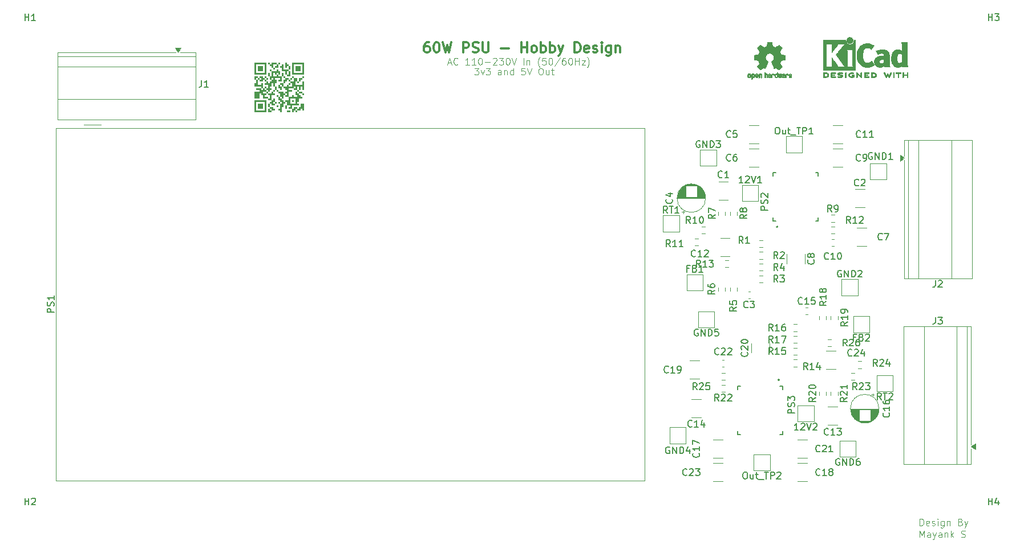
<source format=gbr>
%TF.GenerationSoftware,KiCad,Pcbnew,9.99.0-4546-gb76221958b*%
%TF.CreationDate,2025-12-28T23:01:28+05:30*%
%TF.ProjectId,universal-psu,756e6976-6572-4736-916c-2d7073752e6b,rev?*%
%TF.SameCoordinates,Original*%
%TF.FileFunction,Legend,Top*%
%TF.FilePolarity,Positive*%
%FSLAX46Y46*%
G04 Gerber Fmt 4.6, Leading zero omitted, Abs format (unit mm)*
G04 Created by KiCad (PCBNEW 9.99.0-4546-gb76221958b) date 2025-12-28 23:01:28*
%MOMM*%
%LPD*%
G01*
G04 APERTURE LIST*
%ADD10C,0.100000*%
%ADD11C,0.300000*%
%ADD12C,0.000000*%
%ADD13C,0.150000*%
%ADD14C,0.120000*%
%ADD15C,0.127000*%
%ADD16C,0.200000*%
%ADD17C,0.010000*%
G04 APERTURE END LIST*
D10*
X149053884Y-92372419D02*
X149053884Y-91372419D01*
X149053884Y-91372419D02*
X149291979Y-91372419D01*
X149291979Y-91372419D02*
X149434836Y-91420038D01*
X149434836Y-91420038D02*
X149530074Y-91515276D01*
X149530074Y-91515276D02*
X149577693Y-91610514D01*
X149577693Y-91610514D02*
X149625312Y-91800990D01*
X149625312Y-91800990D02*
X149625312Y-91943847D01*
X149625312Y-91943847D02*
X149577693Y-92134323D01*
X149577693Y-92134323D02*
X149530074Y-92229561D01*
X149530074Y-92229561D02*
X149434836Y-92324800D01*
X149434836Y-92324800D02*
X149291979Y-92372419D01*
X149291979Y-92372419D02*
X149053884Y-92372419D01*
X150434836Y-92324800D02*
X150339598Y-92372419D01*
X150339598Y-92372419D02*
X150149122Y-92372419D01*
X150149122Y-92372419D02*
X150053884Y-92324800D01*
X150053884Y-92324800D02*
X150006265Y-92229561D01*
X150006265Y-92229561D02*
X150006265Y-91848609D01*
X150006265Y-91848609D02*
X150053884Y-91753371D01*
X150053884Y-91753371D02*
X150149122Y-91705752D01*
X150149122Y-91705752D02*
X150339598Y-91705752D01*
X150339598Y-91705752D02*
X150434836Y-91753371D01*
X150434836Y-91753371D02*
X150482455Y-91848609D01*
X150482455Y-91848609D02*
X150482455Y-91943847D01*
X150482455Y-91943847D02*
X150006265Y-92039085D01*
X150863408Y-92324800D02*
X150958646Y-92372419D01*
X150958646Y-92372419D02*
X151149122Y-92372419D01*
X151149122Y-92372419D02*
X151244360Y-92324800D01*
X151244360Y-92324800D02*
X151291979Y-92229561D01*
X151291979Y-92229561D02*
X151291979Y-92181942D01*
X151291979Y-92181942D02*
X151244360Y-92086704D01*
X151244360Y-92086704D02*
X151149122Y-92039085D01*
X151149122Y-92039085D02*
X151006265Y-92039085D01*
X151006265Y-92039085D02*
X150911027Y-91991466D01*
X150911027Y-91991466D02*
X150863408Y-91896228D01*
X150863408Y-91896228D02*
X150863408Y-91848609D01*
X150863408Y-91848609D02*
X150911027Y-91753371D01*
X150911027Y-91753371D02*
X151006265Y-91705752D01*
X151006265Y-91705752D02*
X151149122Y-91705752D01*
X151149122Y-91705752D02*
X151244360Y-91753371D01*
X151720551Y-92372419D02*
X151720551Y-91705752D01*
X151720551Y-91372419D02*
X151672932Y-91420038D01*
X151672932Y-91420038D02*
X151720551Y-91467657D01*
X151720551Y-91467657D02*
X151768170Y-91420038D01*
X151768170Y-91420038D02*
X151720551Y-91372419D01*
X151720551Y-91372419D02*
X151720551Y-91467657D01*
X152625312Y-91705752D02*
X152625312Y-92515276D01*
X152625312Y-92515276D02*
X152577693Y-92610514D01*
X152577693Y-92610514D02*
X152530074Y-92658133D01*
X152530074Y-92658133D02*
X152434836Y-92705752D01*
X152434836Y-92705752D02*
X152291979Y-92705752D01*
X152291979Y-92705752D02*
X152196741Y-92658133D01*
X152625312Y-92324800D02*
X152530074Y-92372419D01*
X152530074Y-92372419D02*
X152339598Y-92372419D01*
X152339598Y-92372419D02*
X152244360Y-92324800D01*
X152244360Y-92324800D02*
X152196741Y-92277180D01*
X152196741Y-92277180D02*
X152149122Y-92181942D01*
X152149122Y-92181942D02*
X152149122Y-91896228D01*
X152149122Y-91896228D02*
X152196741Y-91800990D01*
X152196741Y-91800990D02*
X152244360Y-91753371D01*
X152244360Y-91753371D02*
X152339598Y-91705752D01*
X152339598Y-91705752D02*
X152530074Y-91705752D01*
X152530074Y-91705752D02*
X152625312Y-91753371D01*
X153101503Y-91705752D02*
X153101503Y-92372419D01*
X153101503Y-91800990D02*
X153149122Y-91753371D01*
X153149122Y-91753371D02*
X153244360Y-91705752D01*
X153244360Y-91705752D02*
X153387217Y-91705752D01*
X153387217Y-91705752D02*
X153482455Y-91753371D01*
X153482455Y-91753371D02*
X153530074Y-91848609D01*
X153530074Y-91848609D02*
X153530074Y-92372419D01*
X155101503Y-91848609D02*
X155244360Y-91896228D01*
X155244360Y-91896228D02*
X155291979Y-91943847D01*
X155291979Y-91943847D02*
X155339598Y-92039085D01*
X155339598Y-92039085D02*
X155339598Y-92181942D01*
X155339598Y-92181942D02*
X155291979Y-92277180D01*
X155291979Y-92277180D02*
X155244360Y-92324800D01*
X155244360Y-92324800D02*
X155149122Y-92372419D01*
X155149122Y-92372419D02*
X154768170Y-92372419D01*
X154768170Y-92372419D02*
X154768170Y-91372419D01*
X154768170Y-91372419D02*
X155101503Y-91372419D01*
X155101503Y-91372419D02*
X155196741Y-91420038D01*
X155196741Y-91420038D02*
X155244360Y-91467657D01*
X155244360Y-91467657D02*
X155291979Y-91562895D01*
X155291979Y-91562895D02*
X155291979Y-91658133D01*
X155291979Y-91658133D02*
X155244360Y-91753371D01*
X155244360Y-91753371D02*
X155196741Y-91800990D01*
X155196741Y-91800990D02*
X155101503Y-91848609D01*
X155101503Y-91848609D02*
X154768170Y-91848609D01*
X155672932Y-91705752D02*
X155911027Y-92372419D01*
X156149122Y-91705752D02*
X155911027Y-92372419D01*
X155911027Y-92372419D02*
X155815789Y-92610514D01*
X155815789Y-92610514D02*
X155768170Y-92658133D01*
X155768170Y-92658133D02*
X155672932Y-92705752D01*
X79006265Y-23586704D02*
X79482455Y-23586704D01*
X78911027Y-23872419D02*
X79244360Y-22872419D01*
X79244360Y-22872419D02*
X79577693Y-23872419D01*
X80482455Y-23777180D02*
X80434836Y-23824800D01*
X80434836Y-23824800D02*
X80291979Y-23872419D01*
X80291979Y-23872419D02*
X80196741Y-23872419D01*
X80196741Y-23872419D02*
X80053884Y-23824800D01*
X80053884Y-23824800D02*
X79958646Y-23729561D01*
X79958646Y-23729561D02*
X79911027Y-23634323D01*
X79911027Y-23634323D02*
X79863408Y-23443847D01*
X79863408Y-23443847D02*
X79863408Y-23300990D01*
X79863408Y-23300990D02*
X79911027Y-23110514D01*
X79911027Y-23110514D02*
X79958646Y-23015276D01*
X79958646Y-23015276D02*
X80053884Y-22920038D01*
X80053884Y-22920038D02*
X80196741Y-22872419D01*
X80196741Y-22872419D02*
X80291979Y-22872419D01*
X80291979Y-22872419D02*
X80434836Y-22920038D01*
X80434836Y-22920038D02*
X80482455Y-22967657D01*
X82196741Y-23872419D02*
X81625313Y-23872419D01*
X81911027Y-23872419D02*
X81911027Y-22872419D01*
X81911027Y-22872419D02*
X81815789Y-23015276D01*
X81815789Y-23015276D02*
X81720551Y-23110514D01*
X81720551Y-23110514D02*
X81625313Y-23158133D01*
X83149122Y-23872419D02*
X82577694Y-23872419D01*
X82863408Y-23872419D02*
X82863408Y-22872419D01*
X82863408Y-22872419D02*
X82768170Y-23015276D01*
X82768170Y-23015276D02*
X82672932Y-23110514D01*
X82672932Y-23110514D02*
X82577694Y-23158133D01*
X83768170Y-22872419D02*
X83863408Y-22872419D01*
X83863408Y-22872419D02*
X83958646Y-22920038D01*
X83958646Y-22920038D02*
X84006265Y-22967657D01*
X84006265Y-22967657D02*
X84053884Y-23062895D01*
X84053884Y-23062895D02*
X84101503Y-23253371D01*
X84101503Y-23253371D02*
X84101503Y-23491466D01*
X84101503Y-23491466D02*
X84053884Y-23681942D01*
X84053884Y-23681942D02*
X84006265Y-23777180D01*
X84006265Y-23777180D02*
X83958646Y-23824800D01*
X83958646Y-23824800D02*
X83863408Y-23872419D01*
X83863408Y-23872419D02*
X83768170Y-23872419D01*
X83768170Y-23872419D02*
X83672932Y-23824800D01*
X83672932Y-23824800D02*
X83625313Y-23777180D01*
X83625313Y-23777180D02*
X83577694Y-23681942D01*
X83577694Y-23681942D02*
X83530075Y-23491466D01*
X83530075Y-23491466D02*
X83530075Y-23253371D01*
X83530075Y-23253371D02*
X83577694Y-23062895D01*
X83577694Y-23062895D02*
X83625313Y-22967657D01*
X83625313Y-22967657D02*
X83672932Y-22920038D01*
X83672932Y-22920038D02*
X83768170Y-22872419D01*
X84530075Y-23491466D02*
X85291980Y-23491466D01*
X85720551Y-22967657D02*
X85768170Y-22920038D01*
X85768170Y-22920038D02*
X85863408Y-22872419D01*
X85863408Y-22872419D02*
X86101503Y-22872419D01*
X86101503Y-22872419D02*
X86196741Y-22920038D01*
X86196741Y-22920038D02*
X86244360Y-22967657D01*
X86244360Y-22967657D02*
X86291979Y-23062895D01*
X86291979Y-23062895D02*
X86291979Y-23158133D01*
X86291979Y-23158133D02*
X86244360Y-23300990D01*
X86244360Y-23300990D02*
X85672932Y-23872419D01*
X85672932Y-23872419D02*
X86291979Y-23872419D01*
X86625313Y-22872419D02*
X87244360Y-22872419D01*
X87244360Y-22872419D02*
X86911027Y-23253371D01*
X86911027Y-23253371D02*
X87053884Y-23253371D01*
X87053884Y-23253371D02*
X87149122Y-23300990D01*
X87149122Y-23300990D02*
X87196741Y-23348609D01*
X87196741Y-23348609D02*
X87244360Y-23443847D01*
X87244360Y-23443847D02*
X87244360Y-23681942D01*
X87244360Y-23681942D02*
X87196741Y-23777180D01*
X87196741Y-23777180D02*
X87149122Y-23824800D01*
X87149122Y-23824800D02*
X87053884Y-23872419D01*
X87053884Y-23872419D02*
X86768170Y-23872419D01*
X86768170Y-23872419D02*
X86672932Y-23824800D01*
X86672932Y-23824800D02*
X86625313Y-23777180D01*
X87863408Y-22872419D02*
X87958646Y-22872419D01*
X87958646Y-22872419D02*
X88053884Y-22920038D01*
X88053884Y-22920038D02*
X88101503Y-22967657D01*
X88101503Y-22967657D02*
X88149122Y-23062895D01*
X88149122Y-23062895D02*
X88196741Y-23253371D01*
X88196741Y-23253371D02*
X88196741Y-23491466D01*
X88196741Y-23491466D02*
X88149122Y-23681942D01*
X88149122Y-23681942D02*
X88101503Y-23777180D01*
X88101503Y-23777180D02*
X88053884Y-23824800D01*
X88053884Y-23824800D02*
X87958646Y-23872419D01*
X87958646Y-23872419D02*
X87863408Y-23872419D01*
X87863408Y-23872419D02*
X87768170Y-23824800D01*
X87768170Y-23824800D02*
X87720551Y-23777180D01*
X87720551Y-23777180D02*
X87672932Y-23681942D01*
X87672932Y-23681942D02*
X87625313Y-23491466D01*
X87625313Y-23491466D02*
X87625313Y-23253371D01*
X87625313Y-23253371D02*
X87672932Y-23062895D01*
X87672932Y-23062895D02*
X87720551Y-22967657D01*
X87720551Y-22967657D02*
X87768170Y-22920038D01*
X87768170Y-22920038D02*
X87863408Y-22872419D01*
X88482456Y-22872419D02*
X88815789Y-23872419D01*
X88815789Y-23872419D02*
X89149122Y-22872419D01*
X90244361Y-23872419D02*
X90244361Y-22872419D01*
X90720551Y-23205752D02*
X90720551Y-23872419D01*
X90720551Y-23300990D02*
X90768170Y-23253371D01*
X90768170Y-23253371D02*
X90863408Y-23205752D01*
X90863408Y-23205752D02*
X91006265Y-23205752D01*
X91006265Y-23205752D02*
X91101503Y-23253371D01*
X91101503Y-23253371D02*
X91149122Y-23348609D01*
X91149122Y-23348609D02*
X91149122Y-23872419D01*
X92672932Y-24253371D02*
X92625313Y-24205752D01*
X92625313Y-24205752D02*
X92530075Y-24062895D01*
X92530075Y-24062895D02*
X92482456Y-23967657D01*
X92482456Y-23967657D02*
X92434837Y-23824800D01*
X92434837Y-23824800D02*
X92387218Y-23586704D01*
X92387218Y-23586704D02*
X92387218Y-23396228D01*
X92387218Y-23396228D02*
X92434837Y-23158133D01*
X92434837Y-23158133D02*
X92482456Y-23015276D01*
X92482456Y-23015276D02*
X92530075Y-22920038D01*
X92530075Y-22920038D02*
X92625313Y-22777180D01*
X92625313Y-22777180D02*
X92672932Y-22729561D01*
X93530075Y-22872419D02*
X93053885Y-22872419D01*
X93053885Y-22872419D02*
X93006266Y-23348609D01*
X93006266Y-23348609D02*
X93053885Y-23300990D01*
X93053885Y-23300990D02*
X93149123Y-23253371D01*
X93149123Y-23253371D02*
X93387218Y-23253371D01*
X93387218Y-23253371D02*
X93482456Y-23300990D01*
X93482456Y-23300990D02*
X93530075Y-23348609D01*
X93530075Y-23348609D02*
X93577694Y-23443847D01*
X93577694Y-23443847D02*
X93577694Y-23681942D01*
X93577694Y-23681942D02*
X93530075Y-23777180D01*
X93530075Y-23777180D02*
X93482456Y-23824800D01*
X93482456Y-23824800D02*
X93387218Y-23872419D01*
X93387218Y-23872419D02*
X93149123Y-23872419D01*
X93149123Y-23872419D02*
X93053885Y-23824800D01*
X93053885Y-23824800D02*
X93006266Y-23777180D01*
X94196742Y-22872419D02*
X94291980Y-22872419D01*
X94291980Y-22872419D02*
X94387218Y-22920038D01*
X94387218Y-22920038D02*
X94434837Y-22967657D01*
X94434837Y-22967657D02*
X94482456Y-23062895D01*
X94482456Y-23062895D02*
X94530075Y-23253371D01*
X94530075Y-23253371D02*
X94530075Y-23491466D01*
X94530075Y-23491466D02*
X94482456Y-23681942D01*
X94482456Y-23681942D02*
X94434837Y-23777180D01*
X94434837Y-23777180D02*
X94387218Y-23824800D01*
X94387218Y-23824800D02*
X94291980Y-23872419D01*
X94291980Y-23872419D02*
X94196742Y-23872419D01*
X94196742Y-23872419D02*
X94101504Y-23824800D01*
X94101504Y-23824800D02*
X94053885Y-23777180D01*
X94053885Y-23777180D02*
X94006266Y-23681942D01*
X94006266Y-23681942D02*
X93958647Y-23491466D01*
X93958647Y-23491466D02*
X93958647Y-23253371D01*
X93958647Y-23253371D02*
X94006266Y-23062895D01*
X94006266Y-23062895D02*
X94053885Y-22967657D01*
X94053885Y-22967657D02*
X94101504Y-22920038D01*
X94101504Y-22920038D02*
X94196742Y-22872419D01*
X95672932Y-22824800D02*
X94815790Y-24110514D01*
X96434837Y-22872419D02*
X96244361Y-22872419D01*
X96244361Y-22872419D02*
X96149123Y-22920038D01*
X96149123Y-22920038D02*
X96101504Y-22967657D01*
X96101504Y-22967657D02*
X96006266Y-23110514D01*
X96006266Y-23110514D02*
X95958647Y-23300990D01*
X95958647Y-23300990D02*
X95958647Y-23681942D01*
X95958647Y-23681942D02*
X96006266Y-23777180D01*
X96006266Y-23777180D02*
X96053885Y-23824800D01*
X96053885Y-23824800D02*
X96149123Y-23872419D01*
X96149123Y-23872419D02*
X96339599Y-23872419D01*
X96339599Y-23872419D02*
X96434837Y-23824800D01*
X96434837Y-23824800D02*
X96482456Y-23777180D01*
X96482456Y-23777180D02*
X96530075Y-23681942D01*
X96530075Y-23681942D02*
X96530075Y-23443847D01*
X96530075Y-23443847D02*
X96482456Y-23348609D01*
X96482456Y-23348609D02*
X96434837Y-23300990D01*
X96434837Y-23300990D02*
X96339599Y-23253371D01*
X96339599Y-23253371D02*
X96149123Y-23253371D01*
X96149123Y-23253371D02*
X96053885Y-23300990D01*
X96053885Y-23300990D02*
X96006266Y-23348609D01*
X96006266Y-23348609D02*
X95958647Y-23443847D01*
X97149123Y-22872419D02*
X97244361Y-22872419D01*
X97244361Y-22872419D02*
X97339599Y-22920038D01*
X97339599Y-22920038D02*
X97387218Y-22967657D01*
X97387218Y-22967657D02*
X97434837Y-23062895D01*
X97434837Y-23062895D02*
X97482456Y-23253371D01*
X97482456Y-23253371D02*
X97482456Y-23491466D01*
X97482456Y-23491466D02*
X97434837Y-23681942D01*
X97434837Y-23681942D02*
X97387218Y-23777180D01*
X97387218Y-23777180D02*
X97339599Y-23824800D01*
X97339599Y-23824800D02*
X97244361Y-23872419D01*
X97244361Y-23872419D02*
X97149123Y-23872419D01*
X97149123Y-23872419D02*
X97053885Y-23824800D01*
X97053885Y-23824800D02*
X97006266Y-23777180D01*
X97006266Y-23777180D02*
X96958647Y-23681942D01*
X96958647Y-23681942D02*
X96911028Y-23491466D01*
X96911028Y-23491466D02*
X96911028Y-23253371D01*
X96911028Y-23253371D02*
X96958647Y-23062895D01*
X96958647Y-23062895D02*
X97006266Y-22967657D01*
X97006266Y-22967657D02*
X97053885Y-22920038D01*
X97053885Y-22920038D02*
X97149123Y-22872419D01*
X97911028Y-23872419D02*
X97911028Y-22872419D01*
X97911028Y-23348609D02*
X98482456Y-23348609D01*
X98482456Y-23872419D02*
X98482456Y-22872419D01*
X98863409Y-23205752D02*
X99387218Y-23205752D01*
X99387218Y-23205752D02*
X98863409Y-23872419D01*
X98863409Y-23872419D02*
X99387218Y-23872419D01*
X99672933Y-24253371D02*
X99720552Y-24205752D01*
X99720552Y-24205752D02*
X99815790Y-24062895D01*
X99815790Y-24062895D02*
X99863409Y-23967657D01*
X99863409Y-23967657D02*
X99911028Y-23824800D01*
X99911028Y-23824800D02*
X99958647Y-23586704D01*
X99958647Y-23586704D02*
X99958647Y-23396228D01*
X99958647Y-23396228D02*
X99911028Y-23158133D01*
X99911028Y-23158133D02*
X99863409Y-23015276D01*
X99863409Y-23015276D02*
X99815790Y-22920038D01*
X99815790Y-22920038D02*
X99720552Y-22777180D01*
X99720552Y-22777180D02*
X99672933Y-22729561D01*
X149053884Y-94122419D02*
X149053884Y-93122419D01*
X149053884Y-93122419D02*
X149387217Y-93836704D01*
X149387217Y-93836704D02*
X149720550Y-93122419D01*
X149720550Y-93122419D02*
X149720550Y-94122419D01*
X150625312Y-94122419D02*
X150625312Y-93598609D01*
X150625312Y-93598609D02*
X150577693Y-93503371D01*
X150577693Y-93503371D02*
X150482455Y-93455752D01*
X150482455Y-93455752D02*
X150291979Y-93455752D01*
X150291979Y-93455752D02*
X150196741Y-93503371D01*
X150625312Y-94074800D02*
X150530074Y-94122419D01*
X150530074Y-94122419D02*
X150291979Y-94122419D01*
X150291979Y-94122419D02*
X150196741Y-94074800D01*
X150196741Y-94074800D02*
X150149122Y-93979561D01*
X150149122Y-93979561D02*
X150149122Y-93884323D01*
X150149122Y-93884323D02*
X150196741Y-93789085D01*
X150196741Y-93789085D02*
X150291979Y-93741466D01*
X150291979Y-93741466D02*
X150530074Y-93741466D01*
X150530074Y-93741466D02*
X150625312Y-93693847D01*
X151006265Y-93455752D02*
X151244360Y-94122419D01*
X151482455Y-93455752D02*
X151244360Y-94122419D01*
X151244360Y-94122419D02*
X151149122Y-94360514D01*
X151149122Y-94360514D02*
X151101503Y-94408133D01*
X151101503Y-94408133D02*
X151006265Y-94455752D01*
X152291979Y-94122419D02*
X152291979Y-93598609D01*
X152291979Y-93598609D02*
X152244360Y-93503371D01*
X152244360Y-93503371D02*
X152149122Y-93455752D01*
X152149122Y-93455752D02*
X151958646Y-93455752D01*
X151958646Y-93455752D02*
X151863408Y-93503371D01*
X152291979Y-94074800D02*
X152196741Y-94122419D01*
X152196741Y-94122419D02*
X151958646Y-94122419D01*
X151958646Y-94122419D02*
X151863408Y-94074800D01*
X151863408Y-94074800D02*
X151815789Y-93979561D01*
X151815789Y-93979561D02*
X151815789Y-93884323D01*
X151815789Y-93884323D02*
X151863408Y-93789085D01*
X151863408Y-93789085D02*
X151958646Y-93741466D01*
X151958646Y-93741466D02*
X152196741Y-93741466D01*
X152196741Y-93741466D02*
X152291979Y-93693847D01*
X152768170Y-93455752D02*
X152768170Y-94122419D01*
X152768170Y-93550990D02*
X152815789Y-93503371D01*
X152815789Y-93503371D02*
X152911027Y-93455752D01*
X152911027Y-93455752D02*
X153053884Y-93455752D01*
X153053884Y-93455752D02*
X153149122Y-93503371D01*
X153149122Y-93503371D02*
X153196741Y-93598609D01*
X153196741Y-93598609D02*
X153196741Y-94122419D01*
X153672932Y-94122419D02*
X153672932Y-93122419D01*
X153768170Y-93741466D02*
X154053884Y-94122419D01*
X154053884Y-93455752D02*
X153672932Y-93836704D01*
X155196742Y-94074800D02*
X155339599Y-94122419D01*
X155339599Y-94122419D02*
X155577694Y-94122419D01*
X155577694Y-94122419D02*
X155672932Y-94074800D01*
X155672932Y-94074800D02*
X155720551Y-94027180D01*
X155720551Y-94027180D02*
X155768170Y-93931942D01*
X155768170Y-93931942D02*
X155768170Y-93836704D01*
X155768170Y-93836704D02*
X155720551Y-93741466D01*
X155720551Y-93741466D02*
X155672932Y-93693847D01*
X155672932Y-93693847D02*
X155577694Y-93646228D01*
X155577694Y-93646228D02*
X155387218Y-93598609D01*
X155387218Y-93598609D02*
X155291980Y-93550990D01*
X155291980Y-93550990D02*
X155244361Y-93503371D01*
X155244361Y-93503371D02*
X155196742Y-93408133D01*
X155196742Y-93408133D02*
X155196742Y-93312895D01*
X155196742Y-93312895D02*
X155244361Y-93217657D01*
X155244361Y-93217657D02*
X155291980Y-93170038D01*
X155291980Y-93170038D02*
X155387218Y-93122419D01*
X155387218Y-93122419D02*
X155625313Y-93122419D01*
X155625313Y-93122419D02*
X155768170Y-93170038D01*
X82958646Y-24372419D02*
X83577693Y-24372419D01*
X83577693Y-24372419D02*
X83244360Y-24753371D01*
X83244360Y-24753371D02*
X83387217Y-24753371D01*
X83387217Y-24753371D02*
X83482455Y-24800990D01*
X83482455Y-24800990D02*
X83530074Y-24848609D01*
X83530074Y-24848609D02*
X83577693Y-24943847D01*
X83577693Y-24943847D02*
X83577693Y-25181942D01*
X83577693Y-25181942D02*
X83530074Y-25277180D01*
X83530074Y-25277180D02*
X83482455Y-25324800D01*
X83482455Y-25324800D02*
X83387217Y-25372419D01*
X83387217Y-25372419D02*
X83101503Y-25372419D01*
X83101503Y-25372419D02*
X83006265Y-25324800D01*
X83006265Y-25324800D02*
X82958646Y-25277180D01*
X83911027Y-24705752D02*
X84149122Y-25372419D01*
X84149122Y-25372419D02*
X84387217Y-24705752D01*
X84672932Y-24372419D02*
X85291979Y-24372419D01*
X85291979Y-24372419D02*
X84958646Y-24753371D01*
X84958646Y-24753371D02*
X85101503Y-24753371D01*
X85101503Y-24753371D02*
X85196741Y-24800990D01*
X85196741Y-24800990D02*
X85244360Y-24848609D01*
X85244360Y-24848609D02*
X85291979Y-24943847D01*
X85291979Y-24943847D02*
X85291979Y-25181942D01*
X85291979Y-25181942D02*
X85244360Y-25277180D01*
X85244360Y-25277180D02*
X85196741Y-25324800D01*
X85196741Y-25324800D02*
X85101503Y-25372419D01*
X85101503Y-25372419D02*
X84815789Y-25372419D01*
X84815789Y-25372419D02*
X84720551Y-25324800D01*
X84720551Y-25324800D02*
X84672932Y-25277180D01*
X86911027Y-25372419D02*
X86911027Y-24848609D01*
X86911027Y-24848609D02*
X86863408Y-24753371D01*
X86863408Y-24753371D02*
X86768170Y-24705752D01*
X86768170Y-24705752D02*
X86577694Y-24705752D01*
X86577694Y-24705752D02*
X86482456Y-24753371D01*
X86911027Y-25324800D02*
X86815789Y-25372419D01*
X86815789Y-25372419D02*
X86577694Y-25372419D01*
X86577694Y-25372419D02*
X86482456Y-25324800D01*
X86482456Y-25324800D02*
X86434837Y-25229561D01*
X86434837Y-25229561D02*
X86434837Y-25134323D01*
X86434837Y-25134323D02*
X86482456Y-25039085D01*
X86482456Y-25039085D02*
X86577694Y-24991466D01*
X86577694Y-24991466D02*
X86815789Y-24991466D01*
X86815789Y-24991466D02*
X86911027Y-24943847D01*
X87387218Y-24705752D02*
X87387218Y-25372419D01*
X87387218Y-24800990D02*
X87434837Y-24753371D01*
X87434837Y-24753371D02*
X87530075Y-24705752D01*
X87530075Y-24705752D02*
X87672932Y-24705752D01*
X87672932Y-24705752D02*
X87768170Y-24753371D01*
X87768170Y-24753371D02*
X87815789Y-24848609D01*
X87815789Y-24848609D02*
X87815789Y-25372419D01*
X88720551Y-25372419D02*
X88720551Y-24372419D01*
X88720551Y-25324800D02*
X88625313Y-25372419D01*
X88625313Y-25372419D02*
X88434837Y-25372419D01*
X88434837Y-25372419D02*
X88339599Y-25324800D01*
X88339599Y-25324800D02*
X88291980Y-25277180D01*
X88291980Y-25277180D02*
X88244361Y-25181942D01*
X88244361Y-25181942D02*
X88244361Y-24896228D01*
X88244361Y-24896228D02*
X88291980Y-24800990D01*
X88291980Y-24800990D02*
X88339599Y-24753371D01*
X88339599Y-24753371D02*
X88434837Y-24705752D01*
X88434837Y-24705752D02*
X88625313Y-24705752D01*
X88625313Y-24705752D02*
X88720551Y-24753371D01*
X90434837Y-24372419D02*
X89958647Y-24372419D01*
X89958647Y-24372419D02*
X89911028Y-24848609D01*
X89911028Y-24848609D02*
X89958647Y-24800990D01*
X89958647Y-24800990D02*
X90053885Y-24753371D01*
X90053885Y-24753371D02*
X90291980Y-24753371D01*
X90291980Y-24753371D02*
X90387218Y-24800990D01*
X90387218Y-24800990D02*
X90434837Y-24848609D01*
X90434837Y-24848609D02*
X90482456Y-24943847D01*
X90482456Y-24943847D02*
X90482456Y-25181942D01*
X90482456Y-25181942D02*
X90434837Y-25277180D01*
X90434837Y-25277180D02*
X90387218Y-25324800D01*
X90387218Y-25324800D02*
X90291980Y-25372419D01*
X90291980Y-25372419D02*
X90053885Y-25372419D01*
X90053885Y-25372419D02*
X89958647Y-25324800D01*
X89958647Y-25324800D02*
X89911028Y-25277180D01*
X90768171Y-24372419D02*
X91101504Y-25372419D01*
X91101504Y-25372419D02*
X91434837Y-24372419D01*
X92720552Y-24372419D02*
X92911028Y-24372419D01*
X92911028Y-24372419D02*
X93006266Y-24420038D01*
X93006266Y-24420038D02*
X93101504Y-24515276D01*
X93101504Y-24515276D02*
X93149123Y-24705752D01*
X93149123Y-24705752D02*
X93149123Y-25039085D01*
X93149123Y-25039085D02*
X93101504Y-25229561D01*
X93101504Y-25229561D02*
X93006266Y-25324800D01*
X93006266Y-25324800D02*
X92911028Y-25372419D01*
X92911028Y-25372419D02*
X92720552Y-25372419D01*
X92720552Y-25372419D02*
X92625314Y-25324800D01*
X92625314Y-25324800D02*
X92530076Y-25229561D01*
X92530076Y-25229561D02*
X92482457Y-25039085D01*
X92482457Y-25039085D02*
X92482457Y-24705752D01*
X92482457Y-24705752D02*
X92530076Y-24515276D01*
X92530076Y-24515276D02*
X92625314Y-24420038D01*
X92625314Y-24420038D02*
X92720552Y-24372419D01*
X94006266Y-24705752D02*
X94006266Y-25372419D01*
X93577695Y-24705752D02*
X93577695Y-25229561D01*
X93577695Y-25229561D02*
X93625314Y-25324800D01*
X93625314Y-25324800D02*
X93720552Y-25372419D01*
X93720552Y-25372419D02*
X93863409Y-25372419D01*
X93863409Y-25372419D02*
X93958647Y-25324800D01*
X93958647Y-25324800D02*
X94006266Y-25277180D01*
X94339600Y-24705752D02*
X94720552Y-24705752D01*
X94482457Y-24372419D02*
X94482457Y-25229561D01*
X94482457Y-25229561D02*
X94530076Y-25324800D01*
X94530076Y-25324800D02*
X94625314Y-25372419D01*
X94625314Y-25372419D02*
X94720552Y-25372419D01*
D11*
X76197368Y-20550828D02*
X75911653Y-20550828D01*
X75911653Y-20550828D02*
X75768796Y-20622257D01*
X75768796Y-20622257D02*
X75697368Y-20693685D01*
X75697368Y-20693685D02*
X75554510Y-20907971D01*
X75554510Y-20907971D02*
X75483082Y-21193685D01*
X75483082Y-21193685D02*
X75483082Y-21765114D01*
X75483082Y-21765114D02*
X75554510Y-21907971D01*
X75554510Y-21907971D02*
X75625939Y-21979400D01*
X75625939Y-21979400D02*
X75768796Y-22050828D01*
X75768796Y-22050828D02*
X76054510Y-22050828D01*
X76054510Y-22050828D02*
X76197368Y-21979400D01*
X76197368Y-21979400D02*
X76268796Y-21907971D01*
X76268796Y-21907971D02*
X76340225Y-21765114D01*
X76340225Y-21765114D02*
X76340225Y-21407971D01*
X76340225Y-21407971D02*
X76268796Y-21265114D01*
X76268796Y-21265114D02*
X76197368Y-21193685D01*
X76197368Y-21193685D02*
X76054510Y-21122257D01*
X76054510Y-21122257D02*
X75768796Y-21122257D01*
X75768796Y-21122257D02*
X75625939Y-21193685D01*
X75625939Y-21193685D02*
X75554510Y-21265114D01*
X75554510Y-21265114D02*
X75483082Y-21407971D01*
X77268796Y-20550828D02*
X77411653Y-20550828D01*
X77411653Y-20550828D02*
X77554510Y-20622257D01*
X77554510Y-20622257D02*
X77625939Y-20693685D01*
X77625939Y-20693685D02*
X77697367Y-20836542D01*
X77697367Y-20836542D02*
X77768796Y-21122257D01*
X77768796Y-21122257D02*
X77768796Y-21479400D01*
X77768796Y-21479400D02*
X77697367Y-21765114D01*
X77697367Y-21765114D02*
X77625939Y-21907971D01*
X77625939Y-21907971D02*
X77554510Y-21979400D01*
X77554510Y-21979400D02*
X77411653Y-22050828D01*
X77411653Y-22050828D02*
X77268796Y-22050828D01*
X77268796Y-22050828D02*
X77125939Y-21979400D01*
X77125939Y-21979400D02*
X77054510Y-21907971D01*
X77054510Y-21907971D02*
X76983081Y-21765114D01*
X76983081Y-21765114D02*
X76911653Y-21479400D01*
X76911653Y-21479400D02*
X76911653Y-21122257D01*
X76911653Y-21122257D02*
X76983081Y-20836542D01*
X76983081Y-20836542D02*
X77054510Y-20693685D01*
X77054510Y-20693685D02*
X77125939Y-20622257D01*
X77125939Y-20622257D02*
X77268796Y-20550828D01*
X78268795Y-20550828D02*
X78625938Y-22050828D01*
X78625938Y-22050828D02*
X78911652Y-20979400D01*
X78911652Y-20979400D02*
X79197367Y-22050828D01*
X79197367Y-22050828D02*
X79554510Y-20550828D01*
X81268795Y-22050828D02*
X81268795Y-20550828D01*
X81268795Y-20550828D02*
X81840224Y-20550828D01*
X81840224Y-20550828D02*
X81983081Y-20622257D01*
X81983081Y-20622257D02*
X82054510Y-20693685D01*
X82054510Y-20693685D02*
X82125938Y-20836542D01*
X82125938Y-20836542D02*
X82125938Y-21050828D01*
X82125938Y-21050828D02*
X82054510Y-21193685D01*
X82054510Y-21193685D02*
X81983081Y-21265114D01*
X81983081Y-21265114D02*
X81840224Y-21336542D01*
X81840224Y-21336542D02*
X81268795Y-21336542D01*
X82697367Y-21979400D02*
X82911653Y-22050828D01*
X82911653Y-22050828D02*
X83268795Y-22050828D01*
X83268795Y-22050828D02*
X83411653Y-21979400D01*
X83411653Y-21979400D02*
X83483081Y-21907971D01*
X83483081Y-21907971D02*
X83554510Y-21765114D01*
X83554510Y-21765114D02*
X83554510Y-21622257D01*
X83554510Y-21622257D02*
X83483081Y-21479400D01*
X83483081Y-21479400D02*
X83411653Y-21407971D01*
X83411653Y-21407971D02*
X83268795Y-21336542D01*
X83268795Y-21336542D02*
X82983081Y-21265114D01*
X82983081Y-21265114D02*
X82840224Y-21193685D01*
X82840224Y-21193685D02*
X82768795Y-21122257D01*
X82768795Y-21122257D02*
X82697367Y-20979400D01*
X82697367Y-20979400D02*
X82697367Y-20836542D01*
X82697367Y-20836542D02*
X82768795Y-20693685D01*
X82768795Y-20693685D02*
X82840224Y-20622257D01*
X82840224Y-20622257D02*
X82983081Y-20550828D01*
X82983081Y-20550828D02*
X83340224Y-20550828D01*
X83340224Y-20550828D02*
X83554510Y-20622257D01*
X84197366Y-20550828D02*
X84197366Y-21765114D01*
X84197366Y-21765114D02*
X84268795Y-21907971D01*
X84268795Y-21907971D02*
X84340224Y-21979400D01*
X84340224Y-21979400D02*
X84483081Y-22050828D01*
X84483081Y-22050828D02*
X84768795Y-22050828D01*
X84768795Y-22050828D02*
X84911652Y-21979400D01*
X84911652Y-21979400D02*
X84983081Y-21907971D01*
X84983081Y-21907971D02*
X85054509Y-21765114D01*
X85054509Y-21765114D02*
X85054509Y-20550828D01*
X86911652Y-21479400D02*
X88054510Y-21479400D01*
X89911652Y-22050828D02*
X89911652Y-20550828D01*
X89911652Y-21265114D02*
X90768795Y-21265114D01*
X90768795Y-22050828D02*
X90768795Y-20550828D01*
X91697367Y-22050828D02*
X91554510Y-21979400D01*
X91554510Y-21979400D02*
X91483081Y-21907971D01*
X91483081Y-21907971D02*
X91411653Y-21765114D01*
X91411653Y-21765114D02*
X91411653Y-21336542D01*
X91411653Y-21336542D02*
X91483081Y-21193685D01*
X91483081Y-21193685D02*
X91554510Y-21122257D01*
X91554510Y-21122257D02*
X91697367Y-21050828D01*
X91697367Y-21050828D02*
X91911653Y-21050828D01*
X91911653Y-21050828D02*
X92054510Y-21122257D01*
X92054510Y-21122257D02*
X92125939Y-21193685D01*
X92125939Y-21193685D02*
X92197367Y-21336542D01*
X92197367Y-21336542D02*
X92197367Y-21765114D01*
X92197367Y-21765114D02*
X92125939Y-21907971D01*
X92125939Y-21907971D02*
X92054510Y-21979400D01*
X92054510Y-21979400D02*
X91911653Y-22050828D01*
X91911653Y-22050828D02*
X91697367Y-22050828D01*
X92840224Y-22050828D02*
X92840224Y-20550828D01*
X92840224Y-21122257D02*
X92983082Y-21050828D01*
X92983082Y-21050828D02*
X93268796Y-21050828D01*
X93268796Y-21050828D02*
X93411653Y-21122257D01*
X93411653Y-21122257D02*
X93483082Y-21193685D01*
X93483082Y-21193685D02*
X93554510Y-21336542D01*
X93554510Y-21336542D02*
X93554510Y-21765114D01*
X93554510Y-21765114D02*
X93483082Y-21907971D01*
X93483082Y-21907971D02*
X93411653Y-21979400D01*
X93411653Y-21979400D02*
X93268796Y-22050828D01*
X93268796Y-22050828D02*
X92983082Y-22050828D01*
X92983082Y-22050828D02*
X92840224Y-21979400D01*
X94197367Y-22050828D02*
X94197367Y-20550828D01*
X94197367Y-21122257D02*
X94340225Y-21050828D01*
X94340225Y-21050828D02*
X94625939Y-21050828D01*
X94625939Y-21050828D02*
X94768796Y-21122257D01*
X94768796Y-21122257D02*
X94840225Y-21193685D01*
X94840225Y-21193685D02*
X94911653Y-21336542D01*
X94911653Y-21336542D02*
X94911653Y-21765114D01*
X94911653Y-21765114D02*
X94840225Y-21907971D01*
X94840225Y-21907971D02*
X94768796Y-21979400D01*
X94768796Y-21979400D02*
X94625939Y-22050828D01*
X94625939Y-22050828D02*
X94340225Y-22050828D01*
X94340225Y-22050828D02*
X94197367Y-21979400D01*
X95411653Y-21050828D02*
X95768796Y-22050828D01*
X96125939Y-21050828D02*
X95768796Y-22050828D01*
X95768796Y-22050828D02*
X95625939Y-22407971D01*
X95625939Y-22407971D02*
X95554510Y-22479400D01*
X95554510Y-22479400D02*
X95411653Y-22550828D01*
X97840224Y-22050828D02*
X97840224Y-20550828D01*
X97840224Y-20550828D02*
X98197367Y-20550828D01*
X98197367Y-20550828D02*
X98411653Y-20622257D01*
X98411653Y-20622257D02*
X98554510Y-20765114D01*
X98554510Y-20765114D02*
X98625939Y-20907971D01*
X98625939Y-20907971D02*
X98697367Y-21193685D01*
X98697367Y-21193685D02*
X98697367Y-21407971D01*
X98697367Y-21407971D02*
X98625939Y-21693685D01*
X98625939Y-21693685D02*
X98554510Y-21836542D01*
X98554510Y-21836542D02*
X98411653Y-21979400D01*
X98411653Y-21979400D02*
X98197367Y-22050828D01*
X98197367Y-22050828D02*
X97840224Y-22050828D01*
X99911653Y-21979400D02*
X99768796Y-22050828D01*
X99768796Y-22050828D02*
X99483082Y-22050828D01*
X99483082Y-22050828D02*
X99340224Y-21979400D01*
X99340224Y-21979400D02*
X99268796Y-21836542D01*
X99268796Y-21836542D02*
X99268796Y-21265114D01*
X99268796Y-21265114D02*
X99340224Y-21122257D01*
X99340224Y-21122257D02*
X99483082Y-21050828D01*
X99483082Y-21050828D02*
X99768796Y-21050828D01*
X99768796Y-21050828D02*
X99911653Y-21122257D01*
X99911653Y-21122257D02*
X99983082Y-21265114D01*
X99983082Y-21265114D02*
X99983082Y-21407971D01*
X99983082Y-21407971D02*
X99268796Y-21550828D01*
X100554510Y-21979400D02*
X100697367Y-22050828D01*
X100697367Y-22050828D02*
X100983081Y-22050828D01*
X100983081Y-22050828D02*
X101125938Y-21979400D01*
X101125938Y-21979400D02*
X101197367Y-21836542D01*
X101197367Y-21836542D02*
X101197367Y-21765114D01*
X101197367Y-21765114D02*
X101125938Y-21622257D01*
X101125938Y-21622257D02*
X100983081Y-21550828D01*
X100983081Y-21550828D02*
X100768796Y-21550828D01*
X100768796Y-21550828D02*
X100625938Y-21479400D01*
X100625938Y-21479400D02*
X100554510Y-21336542D01*
X100554510Y-21336542D02*
X100554510Y-21265114D01*
X100554510Y-21265114D02*
X100625938Y-21122257D01*
X100625938Y-21122257D02*
X100768796Y-21050828D01*
X100768796Y-21050828D02*
X100983081Y-21050828D01*
X100983081Y-21050828D02*
X101125938Y-21122257D01*
X101840224Y-22050828D02*
X101840224Y-21050828D01*
X101840224Y-20550828D02*
X101768796Y-20622257D01*
X101768796Y-20622257D02*
X101840224Y-20693685D01*
X101840224Y-20693685D02*
X101911653Y-20622257D01*
X101911653Y-20622257D02*
X101840224Y-20550828D01*
X101840224Y-20550828D02*
X101840224Y-20693685D01*
X103197368Y-21050828D02*
X103197368Y-22265114D01*
X103197368Y-22265114D02*
X103125939Y-22407971D01*
X103125939Y-22407971D02*
X103054510Y-22479400D01*
X103054510Y-22479400D02*
X102911653Y-22550828D01*
X102911653Y-22550828D02*
X102697368Y-22550828D01*
X102697368Y-22550828D02*
X102554510Y-22479400D01*
X103197368Y-21979400D02*
X103054510Y-22050828D01*
X103054510Y-22050828D02*
X102768796Y-22050828D01*
X102768796Y-22050828D02*
X102625939Y-21979400D01*
X102625939Y-21979400D02*
X102554510Y-21907971D01*
X102554510Y-21907971D02*
X102483082Y-21765114D01*
X102483082Y-21765114D02*
X102483082Y-21336542D01*
X102483082Y-21336542D02*
X102554510Y-21193685D01*
X102554510Y-21193685D02*
X102625939Y-21122257D01*
X102625939Y-21122257D02*
X102768796Y-21050828D01*
X102768796Y-21050828D02*
X103054510Y-21050828D01*
X103054510Y-21050828D02*
X103197368Y-21122257D01*
X103911653Y-21050828D02*
X103911653Y-22050828D01*
X103911653Y-21193685D02*
X103983082Y-21122257D01*
X103983082Y-21122257D02*
X104125939Y-21050828D01*
X104125939Y-21050828D02*
X104340225Y-21050828D01*
X104340225Y-21050828D02*
X104483082Y-21122257D01*
X104483082Y-21122257D02*
X104554511Y-21265114D01*
X104554511Y-21265114D02*
X104554511Y-22050828D01*
D12*
G36*
X51575227Y-30440491D02*
G01*
X50809509Y-30440491D01*
X50809509Y-29674773D01*
X51575227Y-29674773D01*
X51575227Y-30440491D01*
G37*
G36*
X52085706Y-29419534D02*
G01*
X52085706Y-30695730D01*
X52085706Y-30950969D01*
X50299031Y-30950969D01*
X50299031Y-30695730D01*
X50554270Y-30695730D01*
X51830466Y-30695730D01*
X51830466Y-29419534D01*
X50554270Y-29419534D01*
X50554270Y-30695730D01*
X50299031Y-30695730D01*
X50299031Y-29419534D01*
X50299031Y-29164294D01*
X52085706Y-29164294D01*
X52085706Y-29419534D01*
G37*
G36*
X52596184Y-30695730D02*
G01*
X52851423Y-30695730D01*
X52851423Y-30950969D01*
X52340945Y-30950969D01*
X52340945Y-30695730D01*
X52340945Y-30440491D01*
X52596184Y-30440491D01*
X52596184Y-30695730D01*
G37*
G36*
X56169534Y-29419534D02*
G01*
X55914294Y-29419534D01*
X55914294Y-29164294D01*
X56169534Y-29164294D01*
X56169534Y-29419534D01*
G37*
G36*
X56680012Y-28143337D02*
G01*
X56935251Y-28143337D01*
X56935251Y-28398577D01*
X57190491Y-28398577D01*
X57190491Y-28653816D01*
X57445730Y-28653816D01*
X57445730Y-28909055D01*
X56935251Y-28909055D01*
X56935251Y-29419534D01*
X56680012Y-29419534D01*
X56680012Y-29674773D01*
X56935251Y-29674773D01*
X56935251Y-29930012D01*
X55914294Y-29930012D01*
X55914294Y-30185251D01*
X55914294Y-30440491D01*
X55403816Y-30440491D01*
X55403816Y-30185251D01*
X55659055Y-30185251D01*
X55659055Y-29930012D01*
X55148577Y-29930012D01*
X55148577Y-29674773D01*
X55148577Y-29419534D01*
X54893337Y-29419534D01*
X54893337Y-29674773D01*
X54638098Y-29674773D01*
X54638098Y-30185251D01*
X54382859Y-30185251D01*
X54382859Y-30440491D01*
X54382859Y-30695730D01*
X54382859Y-30950969D01*
X54127620Y-30950969D01*
X54127620Y-30695730D01*
X53872380Y-30695730D01*
X53872380Y-30440491D01*
X54127620Y-30440491D01*
X54127620Y-30185251D01*
X54127620Y-29674773D01*
X54382859Y-29674773D01*
X54382859Y-29419534D01*
X54127620Y-29419534D01*
X54127620Y-29164294D01*
X53872380Y-29164294D01*
X53872380Y-28909055D01*
X53872380Y-28653816D01*
X54127620Y-28653816D01*
X54127620Y-28909055D01*
X54382859Y-28909055D01*
X54382859Y-29164294D01*
X54638098Y-29164294D01*
X54638098Y-29419534D01*
X54893337Y-29419534D01*
X54893337Y-29164294D01*
X55403816Y-29164294D01*
X55659055Y-29164294D01*
X55659055Y-29419534D01*
X55659055Y-29674773D01*
X56424773Y-29674773D01*
X56424773Y-29419534D01*
X56424773Y-28909055D01*
X55659055Y-28909055D01*
X55659055Y-29164294D01*
X55403816Y-29164294D01*
X55403816Y-28909055D01*
X55403816Y-28653816D01*
X55914294Y-28653816D01*
X55914294Y-28398577D01*
X56169534Y-28398577D01*
X56169534Y-28653816D01*
X56680012Y-28653816D01*
X56680012Y-28398577D01*
X56424773Y-28398577D01*
X56424773Y-28143337D01*
X56424773Y-27888098D01*
X56680012Y-27888098D01*
X56680012Y-28143337D01*
G37*
G36*
X55659055Y-30950969D02*
G01*
X55148577Y-30950969D01*
X55148577Y-30695730D01*
X55659055Y-30695730D01*
X55659055Y-30950969D01*
G37*
G36*
X56680012Y-30440491D02*
G01*
X56424773Y-30440491D01*
X56424773Y-30695730D01*
X56169534Y-30695730D01*
X56169534Y-30950969D01*
X55914294Y-30950969D01*
X55914294Y-30695730D01*
X55914294Y-30440491D01*
X56169534Y-30440491D01*
X56169534Y-30185251D01*
X56680012Y-30185251D01*
X56680012Y-30440491D01*
G37*
G36*
X56680012Y-30950969D02*
G01*
X56424773Y-30950969D01*
X56424773Y-30695730D01*
X56680012Y-30695730D01*
X56680012Y-30950969D01*
G37*
G36*
X53106663Y-30440491D02*
G01*
X53361902Y-30440491D01*
X53361902Y-30695730D01*
X52851423Y-30695730D01*
X52851423Y-30440491D01*
X52596184Y-30440491D01*
X52596184Y-30185251D01*
X53106663Y-30185251D01*
X53106663Y-30440491D01*
G37*
G36*
X57700969Y-30185251D02*
G01*
X57700969Y-30440491D01*
X57700969Y-30695730D01*
X57445730Y-30695730D01*
X57445730Y-30440491D01*
X57190491Y-30440491D01*
X57190491Y-30695730D01*
X56680012Y-30695730D01*
X56680012Y-30440491D01*
X56935251Y-30440491D01*
X56935251Y-30185251D01*
X57190491Y-30185251D01*
X57190491Y-29674773D01*
X57700969Y-29674773D01*
X57700969Y-30185251D01*
G37*
G36*
X55148577Y-30440491D02*
G01*
X54893337Y-30440491D01*
X54893337Y-29930012D01*
X55148577Y-29930012D01*
X55148577Y-30440491D01*
G37*
G36*
X52596184Y-30185251D02*
G01*
X52340945Y-30185251D01*
X52340945Y-29674773D01*
X52596184Y-29674773D01*
X52596184Y-30185251D01*
G37*
G36*
X53872380Y-30185251D02*
G01*
X53617141Y-30185251D01*
X53617141Y-29930012D01*
X53872380Y-29930012D01*
X53872380Y-30185251D01*
G37*
G36*
X53361902Y-29164294D02*
G01*
X53361902Y-29419534D01*
X53106663Y-29419534D01*
X53106663Y-29674773D01*
X53361902Y-29674773D01*
X53361902Y-29930012D01*
X52851423Y-29930012D01*
X52851423Y-29674773D01*
X52596184Y-29674773D01*
X52596184Y-29419534D01*
X52851423Y-29419534D01*
X52851423Y-29164294D01*
X53106663Y-29164294D01*
X53106663Y-28909055D01*
X53361902Y-28909055D01*
X53361902Y-29164294D01*
G37*
G36*
X53617141Y-29674773D02*
G01*
X53361902Y-29674773D01*
X53361902Y-29419534D01*
X53617141Y-29419534D01*
X53617141Y-29674773D01*
G37*
G36*
X54127620Y-29674773D02*
G01*
X53872380Y-29674773D01*
X53872380Y-29419534D01*
X54127620Y-29419534D01*
X54127620Y-29674773D01*
G37*
G36*
X53106663Y-28143337D02*
G01*
X53361902Y-28143337D01*
X53361902Y-28398577D01*
X52851423Y-28398577D01*
X52851423Y-28909055D01*
X52851423Y-29164294D01*
X52340945Y-29164294D01*
X52340945Y-28909055D01*
X52596184Y-28909055D01*
X52596184Y-28398577D01*
X52340945Y-28398577D01*
X52340945Y-28143337D01*
X52851423Y-28143337D01*
X52851423Y-27888098D01*
X53106663Y-27888098D01*
X53106663Y-28143337D01*
G37*
G36*
X53872380Y-24825227D02*
G01*
X54127620Y-24825227D01*
X54127620Y-25080466D01*
X54127620Y-25335706D01*
X53872380Y-25335706D01*
X53872380Y-25080466D01*
X53617141Y-25080466D01*
X53617141Y-25335706D01*
X53361902Y-25335706D01*
X53361902Y-25080466D01*
X53106663Y-25080466D01*
X53106663Y-25590945D01*
X53617141Y-25590945D01*
X53617141Y-25335706D01*
X53872380Y-25335706D01*
X53872380Y-25590945D01*
X54382859Y-25590945D01*
X54382859Y-25846184D01*
X54382859Y-26101423D01*
X54382859Y-26356663D01*
X53872380Y-26356663D01*
X53872380Y-26101423D01*
X54127620Y-26101423D01*
X54127620Y-25846184D01*
X53361902Y-25846184D01*
X53361902Y-26101423D01*
X53617141Y-26101423D01*
X53617141Y-26356663D01*
X53617141Y-26611902D01*
X53361902Y-26611902D01*
X53361902Y-27122380D01*
X53106663Y-27122380D01*
X53106663Y-26611902D01*
X52851423Y-26611902D01*
X52851423Y-26867141D01*
X52851423Y-27122380D01*
X52596184Y-27122380D01*
X52596184Y-27377620D01*
X52851423Y-27377620D01*
X52851423Y-27632859D01*
X52596184Y-27632859D01*
X52596184Y-27888098D01*
X52340945Y-27888098D01*
X52340945Y-27632859D01*
X52085706Y-27632859D01*
X52085706Y-27888098D01*
X51575227Y-27888098D01*
X51575227Y-28143337D01*
X52085706Y-28143337D01*
X52085706Y-28398577D01*
X51830466Y-28398577D01*
X51830466Y-28653816D01*
X52340945Y-28653816D01*
X52340945Y-28909055D01*
X51575227Y-28909055D01*
X51575227Y-28653816D01*
X51575227Y-28398577D01*
X51319988Y-28398577D01*
X51319988Y-28143337D01*
X51064749Y-28143337D01*
X51064749Y-28909055D01*
X50299031Y-28909055D01*
X50299031Y-28143337D01*
X50299031Y-27888098D01*
X51064749Y-27888098D01*
X51064749Y-27632859D01*
X50554270Y-27632859D01*
X50554270Y-27377620D01*
X51319988Y-27377620D01*
X51319988Y-27632859D01*
X51575227Y-27632859D01*
X51575227Y-27377620D01*
X51830466Y-27377620D01*
X51830466Y-27632859D01*
X52085706Y-27632859D01*
X52085706Y-27377620D01*
X52340945Y-27377620D01*
X52340945Y-27122380D01*
X52340945Y-26867141D01*
X51830466Y-26867141D01*
X51830466Y-26611902D01*
X52085706Y-26611902D01*
X52085706Y-26356663D01*
X52340945Y-26356663D01*
X52340945Y-26611902D01*
X52596184Y-26611902D01*
X52596184Y-26356663D01*
X52851423Y-26356663D01*
X52851423Y-26101423D01*
X53106663Y-26101423D01*
X53106663Y-25846184D01*
X52851423Y-25846184D01*
X52851423Y-26101423D01*
X52596184Y-26101423D01*
X52596184Y-25846184D01*
X52596184Y-25590945D01*
X52851423Y-25590945D01*
X52851423Y-25080466D01*
X52851423Y-24825227D01*
X53617141Y-24825227D01*
X53617141Y-24569988D01*
X53872380Y-24569988D01*
X53872380Y-24825227D01*
G37*
G36*
X56680012Y-26356663D02*
G01*
X56424773Y-26356663D01*
X56424773Y-26611902D01*
X56424773Y-26867141D01*
X57445730Y-26867141D01*
X57445730Y-26356663D01*
X57700969Y-26356663D01*
X57700969Y-26867141D01*
X57700969Y-27122380D01*
X57700969Y-27632859D01*
X57445730Y-27632859D01*
X57445730Y-27122380D01*
X57190491Y-27122380D01*
X57190491Y-27632859D01*
X56935251Y-27632859D01*
X56935251Y-27122380D01*
X56680012Y-27122380D01*
X56680012Y-27377620D01*
X56680012Y-27632859D01*
X56169534Y-27632859D01*
X56169534Y-27377620D01*
X56424773Y-27377620D01*
X56424773Y-27122380D01*
X56169534Y-27122380D01*
X56169534Y-27377620D01*
X55403816Y-27377620D01*
X55403816Y-27632859D01*
X55914294Y-27632859D01*
X55914294Y-27888098D01*
X55403816Y-27888098D01*
X55403816Y-28143337D01*
X55403816Y-28398577D01*
X55403816Y-28653816D01*
X54893337Y-28653816D01*
X54893337Y-28398577D01*
X55148577Y-28398577D01*
X55148577Y-28143337D01*
X54893337Y-28143337D01*
X54893337Y-28398577D01*
X54638098Y-28398577D01*
X54638098Y-28653816D01*
X54638098Y-28909055D01*
X54382859Y-28909055D01*
X54382859Y-28653816D01*
X54127620Y-28653816D01*
X54127620Y-28398577D01*
X54127620Y-28143337D01*
X53872380Y-28143337D01*
X53872380Y-27888098D01*
X54638098Y-27888098D01*
X54638098Y-28143337D01*
X54893337Y-28143337D01*
X54893337Y-27888098D01*
X55148577Y-27888098D01*
X55148577Y-27632859D01*
X54893337Y-27632859D01*
X54893337Y-27377620D01*
X54638098Y-27377620D01*
X54638098Y-27122380D01*
X55148577Y-27122380D01*
X55148577Y-26867141D01*
X55403816Y-26867141D01*
X55403816Y-27122380D01*
X55914294Y-27122380D01*
X55914294Y-26867141D01*
X55914294Y-26611902D01*
X55659055Y-26611902D01*
X55659055Y-26356663D01*
X56169534Y-26356663D01*
X56169534Y-25846184D01*
X56680012Y-25846184D01*
X56680012Y-26356663D01*
G37*
G36*
X53872380Y-28653816D02*
G01*
X53617141Y-28653816D01*
X53617141Y-28398577D01*
X53872380Y-28398577D01*
X53872380Y-28653816D01*
G37*
G36*
X57700969Y-28398577D02*
G01*
X57445730Y-28398577D01*
X57445730Y-28143337D01*
X57700969Y-28143337D01*
X57700969Y-28398577D01*
G37*
G36*
X52340945Y-28143337D02*
G01*
X52085706Y-28143337D01*
X52085706Y-27888098D01*
X52340945Y-27888098D01*
X52340945Y-28143337D01*
G37*
G36*
X57445730Y-28143337D02*
G01*
X56935251Y-28143337D01*
X56935251Y-27888098D01*
X57445730Y-27888098D01*
X57445730Y-28143337D01*
G37*
G36*
X53361902Y-27888098D02*
G01*
X53106663Y-27888098D01*
X53106663Y-27632859D01*
X53361902Y-27632859D01*
X53361902Y-27888098D01*
G37*
G36*
X53872380Y-27888098D02*
G01*
X53617141Y-27888098D01*
X53617141Y-27632859D01*
X53872380Y-27632859D01*
X53872380Y-27888098D01*
G37*
G36*
X56935251Y-27888098D02*
G01*
X56680012Y-27888098D01*
X56680012Y-27632859D01*
X56935251Y-27632859D01*
X56935251Y-27888098D01*
G37*
G36*
X53617141Y-27632859D02*
G01*
X53361902Y-27632859D01*
X53361902Y-27122380D01*
X53617141Y-27122380D01*
X53617141Y-27632859D01*
G37*
G36*
X54127620Y-27122380D02*
G01*
X54382859Y-27122380D01*
X54382859Y-27377620D01*
X54382859Y-27632859D01*
X54127620Y-27632859D01*
X54127620Y-27377620D01*
X53872380Y-27377620D01*
X53872380Y-27122380D01*
X53872380Y-26867141D01*
X54127620Y-26867141D01*
X54127620Y-27122380D01*
G37*
G36*
X50809509Y-26611902D02*
G01*
X50809509Y-26867141D01*
X51319988Y-26867141D01*
X51319988Y-26611902D01*
X51575227Y-26611902D01*
X51575227Y-26867141D01*
X51575227Y-27122380D01*
X51575227Y-27377620D01*
X51319988Y-27377620D01*
X51319988Y-27122380D01*
X50299031Y-27122380D01*
X50299031Y-26867141D01*
X50299031Y-26611902D01*
X50554270Y-26611902D01*
X50554270Y-26101423D01*
X50809509Y-26101423D01*
X50809509Y-26611902D01*
G37*
G36*
X52085706Y-27377620D02*
G01*
X51830466Y-27377620D01*
X51830466Y-27122380D01*
X52085706Y-27122380D01*
X52085706Y-27377620D01*
G37*
G36*
X54638098Y-26867141D02*
G01*
X54638098Y-27122380D01*
X54382859Y-27122380D01*
X54382859Y-26867141D01*
X54127620Y-26867141D01*
X54127620Y-26611902D01*
X54638098Y-26611902D01*
X54638098Y-26867141D01*
G37*
G36*
X55659055Y-26867141D02*
G01*
X55403816Y-26867141D01*
X55403816Y-26611902D01*
X55659055Y-26611902D01*
X55659055Y-26867141D01*
G37*
G36*
X55403816Y-26101423D02*
G01*
X55148577Y-26101423D01*
X55148577Y-26356663D01*
X54893337Y-26356663D01*
X54893337Y-26611902D01*
X54638098Y-26611902D01*
X54638098Y-26356663D01*
X54638098Y-26101423D01*
X54893337Y-26101423D01*
X54893337Y-25846184D01*
X55403816Y-25846184D01*
X55403816Y-26101423D01*
G37*
G36*
X56935251Y-26611902D02*
G01*
X56680012Y-26611902D01*
X56680012Y-26356663D01*
X56935251Y-26356663D01*
X56935251Y-26611902D01*
G37*
G36*
X51575227Y-25846184D02*
G01*
X51830466Y-25846184D01*
X51830466Y-26101423D01*
X51575227Y-26101423D01*
X51575227Y-26356663D01*
X51064749Y-26356663D01*
X51064749Y-26101423D01*
X51319988Y-26101423D01*
X51319988Y-25846184D01*
X51064749Y-25846184D01*
X51064749Y-25590945D01*
X51575227Y-25590945D01*
X51575227Y-25846184D01*
G37*
G36*
X52085706Y-26356663D02*
G01*
X51830466Y-26356663D01*
X51830466Y-26101423D01*
X52085706Y-26101423D01*
X52085706Y-26356663D01*
G37*
G36*
X55659055Y-26356663D02*
G01*
X55403816Y-26356663D01*
X55403816Y-26101423D01*
X55659055Y-26101423D01*
X55659055Y-26356663D01*
G37*
G36*
X57445730Y-26101423D02*
G01*
X57190491Y-26101423D01*
X57190491Y-26356663D01*
X56935251Y-26356663D01*
X56935251Y-26101423D01*
X56935251Y-25846184D01*
X57445730Y-25846184D01*
X57445730Y-26101423D01*
G37*
G36*
X50809509Y-25846184D02*
G01*
X50554270Y-25846184D01*
X50554270Y-26101423D01*
X50299031Y-26101423D01*
X50299031Y-25846184D01*
X50299031Y-25590945D01*
X50809509Y-25590945D01*
X50809509Y-25846184D01*
G37*
G36*
X51064749Y-26101423D02*
G01*
X50809509Y-26101423D01*
X50809509Y-25846184D01*
X51064749Y-25846184D01*
X51064749Y-26101423D01*
G37*
G36*
X52340945Y-26101423D02*
G01*
X52085706Y-26101423D01*
X52085706Y-25846184D01*
X52340945Y-25846184D01*
X52340945Y-26101423D01*
G37*
G36*
X55914294Y-26101423D02*
G01*
X55659055Y-26101423D01*
X55659055Y-25846184D01*
X55914294Y-25846184D01*
X55914294Y-26101423D01*
G37*
G36*
X52085706Y-25846184D02*
G01*
X51830466Y-25846184D01*
X51830466Y-25590945D01*
X52085706Y-25590945D01*
X52085706Y-25846184D01*
G37*
G36*
X54893337Y-25846184D02*
G01*
X54638098Y-25846184D01*
X54638098Y-25590945D01*
X54893337Y-25590945D01*
X54893337Y-25846184D01*
G37*
G36*
X56169534Y-25846184D02*
G01*
X55914294Y-25846184D01*
X55914294Y-25590945D01*
X56169534Y-25590945D01*
X56169534Y-25846184D01*
G37*
G36*
X57700969Y-25846184D02*
G01*
X57445730Y-25846184D01*
X57445730Y-25590945D01*
X57700969Y-25590945D01*
X57700969Y-25846184D01*
G37*
G36*
X52596184Y-25590945D02*
G01*
X52340945Y-25590945D01*
X52340945Y-25080466D01*
X52596184Y-25080466D01*
X52596184Y-25590945D01*
G37*
G36*
X54638098Y-25590945D02*
G01*
X54382859Y-25590945D01*
X54382859Y-25080466D01*
X54638098Y-25080466D01*
X54638098Y-25590945D01*
G37*
G36*
X55659055Y-25335706D02*
G01*
X55659055Y-25590945D01*
X55148577Y-25590945D01*
X55148577Y-25335706D01*
X55403816Y-25335706D01*
X55403816Y-24825227D01*
X55659055Y-24825227D01*
X55659055Y-25335706D01*
G37*
G36*
X51575227Y-24825227D02*
G01*
X50809509Y-24825227D01*
X50809509Y-24059509D01*
X51575227Y-24059509D01*
X51575227Y-24825227D01*
G37*
G36*
X52085706Y-23804270D02*
G01*
X52085706Y-25080466D01*
X52085706Y-25335706D01*
X50299031Y-25335706D01*
X50299031Y-25080466D01*
X50554270Y-25080466D01*
X51830466Y-25080466D01*
X51830466Y-23804270D01*
X50554270Y-23804270D01*
X50554270Y-25080466D01*
X50299031Y-25080466D01*
X50299031Y-23804270D01*
X50299031Y-23549031D01*
X52085706Y-23549031D01*
X52085706Y-23804270D01*
G37*
G36*
X54638098Y-24059509D02*
G01*
X54638098Y-24314749D01*
X54638098Y-24569988D01*
X55403816Y-24569988D01*
X55403816Y-24825227D01*
X55148577Y-24825227D01*
X55148577Y-25335706D01*
X54893337Y-25335706D01*
X54893337Y-24825227D01*
X54382859Y-24825227D01*
X54382859Y-24569988D01*
X54382859Y-24314749D01*
X54127620Y-24314749D01*
X54127620Y-24059509D01*
X54382859Y-24059509D01*
X54382859Y-23804270D01*
X54638098Y-23804270D01*
X54638098Y-24059509D01*
G37*
G36*
X57190491Y-24825227D02*
G01*
X56424773Y-24825227D01*
X56424773Y-24059509D01*
X57190491Y-24059509D01*
X57190491Y-24825227D01*
G37*
G36*
X57700969Y-23804270D02*
G01*
X57700969Y-25080466D01*
X57700969Y-25335706D01*
X55914294Y-25335706D01*
X55914294Y-25080466D01*
X56169534Y-25080466D01*
X57445730Y-25080466D01*
X57445730Y-23804270D01*
X56169534Y-23804270D01*
X56169534Y-25080466D01*
X55914294Y-25080466D01*
X55914294Y-23804270D01*
X55914294Y-23549031D01*
X57700969Y-23549031D01*
X57700969Y-23804270D01*
G37*
G36*
X52851423Y-24825227D02*
G01*
X52596184Y-24825227D01*
X52596184Y-24569988D01*
X52851423Y-24569988D01*
X52851423Y-24825227D01*
G37*
G36*
X53361902Y-24569988D02*
G01*
X53106663Y-24569988D01*
X53106663Y-24314749D01*
X53361902Y-24314749D01*
X53361902Y-24569988D01*
G37*
G36*
X55659055Y-24569988D02*
G01*
X55403816Y-24569988D01*
X55403816Y-24059509D01*
X55659055Y-24059509D01*
X55659055Y-24569988D01*
G37*
G36*
X53617141Y-23804270D02*
G01*
X53106663Y-23804270D01*
X53106663Y-24059509D01*
X53106663Y-24314749D01*
X52851423Y-24314749D01*
X52851423Y-24059509D01*
X52596184Y-24059509D01*
X52596184Y-23804270D01*
X52851423Y-23804270D01*
X52851423Y-23549031D01*
X53617141Y-23549031D01*
X53617141Y-23804270D01*
G37*
G36*
X53872380Y-24059509D02*
G01*
X53872380Y-24314749D01*
X53361902Y-24314749D01*
X53361902Y-24059509D01*
X53617141Y-24059509D01*
X53617141Y-23804270D01*
X53872380Y-23804270D01*
X53872380Y-24059509D01*
G37*
G36*
X55148577Y-23804270D02*
G01*
X55403816Y-23804270D01*
X55403816Y-24059509D01*
X55148577Y-24059509D01*
X55148577Y-24314749D01*
X54893337Y-24314749D01*
X54893337Y-24059509D01*
X54893337Y-23804270D01*
X54893337Y-23549031D01*
X55148577Y-23549031D01*
X55148577Y-23804270D01*
G37*
G36*
X52596184Y-23804270D02*
G01*
X52340945Y-23804270D01*
X52340945Y-23549031D01*
X52596184Y-23549031D01*
X52596184Y-23804270D01*
G37*
G36*
X54127620Y-23804270D02*
G01*
X53872380Y-23804270D01*
X53872380Y-23549031D01*
X54127620Y-23549031D01*
X54127620Y-23804270D01*
G37*
D13*
X131607142Y-59379580D02*
X131559523Y-59427200D01*
X131559523Y-59427200D02*
X131416666Y-59474819D01*
X131416666Y-59474819D02*
X131321428Y-59474819D01*
X131321428Y-59474819D02*
X131178571Y-59427200D01*
X131178571Y-59427200D02*
X131083333Y-59331961D01*
X131083333Y-59331961D02*
X131035714Y-59236723D01*
X131035714Y-59236723D02*
X130988095Y-59046247D01*
X130988095Y-59046247D02*
X130988095Y-58903390D01*
X130988095Y-58903390D02*
X131035714Y-58712914D01*
X131035714Y-58712914D02*
X131083333Y-58617676D01*
X131083333Y-58617676D02*
X131178571Y-58522438D01*
X131178571Y-58522438D02*
X131321428Y-58474819D01*
X131321428Y-58474819D02*
X131416666Y-58474819D01*
X131416666Y-58474819D02*
X131559523Y-58522438D01*
X131559523Y-58522438D02*
X131607142Y-58570057D01*
X132559523Y-59474819D02*
X131988095Y-59474819D01*
X132273809Y-59474819D02*
X132273809Y-58474819D01*
X132273809Y-58474819D02*
X132178571Y-58617676D01*
X132178571Y-58617676D02*
X132083333Y-58712914D01*
X132083333Y-58712914D02*
X131988095Y-58760533D01*
X133464285Y-58474819D02*
X132988095Y-58474819D01*
X132988095Y-58474819D02*
X132940476Y-58951009D01*
X132940476Y-58951009D02*
X132988095Y-58903390D01*
X132988095Y-58903390D02*
X133083333Y-58855771D01*
X133083333Y-58855771D02*
X133321428Y-58855771D01*
X133321428Y-58855771D02*
X133416666Y-58903390D01*
X133416666Y-58903390D02*
X133464285Y-58951009D01*
X133464285Y-58951009D02*
X133511904Y-59046247D01*
X133511904Y-59046247D02*
X133511904Y-59284342D01*
X133511904Y-59284342D02*
X133464285Y-59379580D01*
X133464285Y-59379580D02*
X133416666Y-59427200D01*
X133416666Y-59427200D02*
X133321428Y-59474819D01*
X133321428Y-59474819D02*
X133083333Y-59474819D01*
X133083333Y-59474819D02*
X132988095Y-59427200D01*
X132988095Y-59427200D02*
X132940476Y-59379580D01*
X135507142Y-52709580D02*
X135459523Y-52757200D01*
X135459523Y-52757200D02*
X135316666Y-52804819D01*
X135316666Y-52804819D02*
X135221428Y-52804819D01*
X135221428Y-52804819D02*
X135078571Y-52757200D01*
X135078571Y-52757200D02*
X134983333Y-52661961D01*
X134983333Y-52661961D02*
X134935714Y-52566723D01*
X134935714Y-52566723D02*
X134888095Y-52376247D01*
X134888095Y-52376247D02*
X134888095Y-52233390D01*
X134888095Y-52233390D02*
X134935714Y-52042914D01*
X134935714Y-52042914D02*
X134983333Y-51947676D01*
X134983333Y-51947676D02*
X135078571Y-51852438D01*
X135078571Y-51852438D02*
X135221428Y-51804819D01*
X135221428Y-51804819D02*
X135316666Y-51804819D01*
X135316666Y-51804819D02*
X135459523Y-51852438D01*
X135459523Y-51852438D02*
X135507142Y-51900057D01*
X136459523Y-52804819D02*
X135888095Y-52804819D01*
X136173809Y-52804819D02*
X136173809Y-51804819D01*
X136173809Y-51804819D02*
X136078571Y-51947676D01*
X136078571Y-51947676D02*
X135983333Y-52042914D01*
X135983333Y-52042914D02*
X135888095Y-52090533D01*
X137078571Y-51804819D02*
X137173809Y-51804819D01*
X137173809Y-51804819D02*
X137269047Y-51852438D01*
X137269047Y-51852438D02*
X137316666Y-51900057D01*
X137316666Y-51900057D02*
X137364285Y-51995295D01*
X137364285Y-51995295D02*
X137411904Y-52185771D01*
X137411904Y-52185771D02*
X137411904Y-52423866D01*
X137411904Y-52423866D02*
X137364285Y-52614342D01*
X137364285Y-52614342D02*
X137316666Y-52709580D01*
X137316666Y-52709580D02*
X137269047Y-52757200D01*
X137269047Y-52757200D02*
X137173809Y-52804819D01*
X137173809Y-52804819D02*
X137078571Y-52804819D01*
X137078571Y-52804819D02*
X136983333Y-52757200D01*
X136983333Y-52757200D02*
X136935714Y-52709580D01*
X136935714Y-52709580D02*
X136888095Y-52614342D01*
X136888095Y-52614342D02*
X136840476Y-52423866D01*
X136840476Y-52423866D02*
X136840476Y-52185771D01*
X136840476Y-52185771D02*
X136888095Y-51995295D01*
X136888095Y-51995295D02*
X136935714Y-51900057D01*
X136935714Y-51900057D02*
X136983333Y-51852438D01*
X136983333Y-51852438D02*
X137078571Y-51804819D01*
X139541666Y-64404009D02*
X139208333Y-64404009D01*
X139208333Y-64927819D02*
X139208333Y-63927819D01*
X139208333Y-63927819D02*
X139684523Y-63927819D01*
X140398809Y-64404009D02*
X140541666Y-64451628D01*
X140541666Y-64451628D02*
X140589285Y-64499247D01*
X140589285Y-64499247D02*
X140636904Y-64594485D01*
X140636904Y-64594485D02*
X140636904Y-64737342D01*
X140636904Y-64737342D02*
X140589285Y-64832580D01*
X140589285Y-64832580D02*
X140541666Y-64880200D01*
X140541666Y-64880200D02*
X140446428Y-64927819D01*
X140446428Y-64927819D02*
X140065476Y-64927819D01*
X140065476Y-64927819D02*
X140065476Y-63927819D01*
X140065476Y-63927819D02*
X140398809Y-63927819D01*
X140398809Y-63927819D02*
X140494047Y-63975438D01*
X140494047Y-63975438D02*
X140541666Y-64023057D01*
X140541666Y-64023057D02*
X140589285Y-64118295D01*
X140589285Y-64118295D02*
X140589285Y-64213533D01*
X140589285Y-64213533D02*
X140541666Y-64308771D01*
X140541666Y-64308771D02*
X140494047Y-64356390D01*
X140494047Y-64356390D02*
X140398809Y-64404009D01*
X140398809Y-64404009D02*
X140065476Y-64404009D01*
X141017857Y-64023057D02*
X141065476Y-63975438D01*
X141065476Y-63975438D02*
X141160714Y-63927819D01*
X141160714Y-63927819D02*
X141398809Y-63927819D01*
X141398809Y-63927819D02*
X141494047Y-63975438D01*
X141494047Y-63975438D02*
X141541666Y-64023057D01*
X141541666Y-64023057D02*
X141589285Y-64118295D01*
X141589285Y-64118295D02*
X141589285Y-64213533D01*
X141589285Y-64213533D02*
X141541666Y-64356390D01*
X141541666Y-64356390D02*
X140970238Y-64927819D01*
X140970238Y-64927819D02*
X141589285Y-64927819D01*
X140257142Y-34584580D02*
X140209523Y-34632200D01*
X140209523Y-34632200D02*
X140066666Y-34679819D01*
X140066666Y-34679819D02*
X139971428Y-34679819D01*
X139971428Y-34679819D02*
X139828571Y-34632200D01*
X139828571Y-34632200D02*
X139733333Y-34536961D01*
X139733333Y-34536961D02*
X139685714Y-34441723D01*
X139685714Y-34441723D02*
X139638095Y-34251247D01*
X139638095Y-34251247D02*
X139638095Y-34108390D01*
X139638095Y-34108390D02*
X139685714Y-33917914D01*
X139685714Y-33917914D02*
X139733333Y-33822676D01*
X139733333Y-33822676D02*
X139828571Y-33727438D01*
X139828571Y-33727438D02*
X139971428Y-33679819D01*
X139971428Y-33679819D02*
X140066666Y-33679819D01*
X140066666Y-33679819D02*
X140209523Y-33727438D01*
X140209523Y-33727438D02*
X140257142Y-33775057D01*
X141209523Y-34679819D02*
X140638095Y-34679819D01*
X140923809Y-34679819D02*
X140923809Y-33679819D01*
X140923809Y-33679819D02*
X140828571Y-33822676D01*
X140828571Y-33822676D02*
X140733333Y-33917914D01*
X140733333Y-33917914D02*
X140638095Y-33965533D01*
X142161904Y-34679819D02*
X141590476Y-34679819D01*
X141876190Y-34679819D02*
X141876190Y-33679819D01*
X141876190Y-33679819D02*
X141780952Y-33822676D01*
X141780952Y-33822676D02*
X141685714Y-33917914D01*
X141685714Y-33917914D02*
X141590476Y-33965533D01*
X126469819Y-45464285D02*
X125469819Y-45464285D01*
X125469819Y-45464285D02*
X125469819Y-45083333D01*
X125469819Y-45083333D02*
X125517438Y-44988095D01*
X125517438Y-44988095D02*
X125565057Y-44940476D01*
X125565057Y-44940476D02*
X125660295Y-44892857D01*
X125660295Y-44892857D02*
X125803152Y-44892857D01*
X125803152Y-44892857D02*
X125898390Y-44940476D01*
X125898390Y-44940476D02*
X125946009Y-44988095D01*
X125946009Y-44988095D02*
X125993628Y-45083333D01*
X125993628Y-45083333D02*
X125993628Y-45464285D01*
X126422200Y-44511904D02*
X126469819Y-44369047D01*
X126469819Y-44369047D02*
X126469819Y-44130952D01*
X126469819Y-44130952D02*
X126422200Y-44035714D01*
X126422200Y-44035714D02*
X126374580Y-43988095D01*
X126374580Y-43988095D02*
X126279342Y-43940476D01*
X126279342Y-43940476D02*
X126184104Y-43940476D01*
X126184104Y-43940476D02*
X126088866Y-43988095D01*
X126088866Y-43988095D02*
X126041247Y-44035714D01*
X126041247Y-44035714D02*
X125993628Y-44130952D01*
X125993628Y-44130952D02*
X125946009Y-44321428D01*
X125946009Y-44321428D02*
X125898390Y-44416666D01*
X125898390Y-44416666D02*
X125850771Y-44464285D01*
X125850771Y-44464285D02*
X125755533Y-44511904D01*
X125755533Y-44511904D02*
X125660295Y-44511904D01*
X125660295Y-44511904D02*
X125565057Y-44464285D01*
X125565057Y-44464285D02*
X125517438Y-44416666D01*
X125517438Y-44416666D02*
X125469819Y-44321428D01*
X125469819Y-44321428D02*
X125469819Y-44083333D01*
X125469819Y-44083333D02*
X125517438Y-43940476D01*
X125565057Y-43559523D02*
X125517438Y-43511904D01*
X125517438Y-43511904D02*
X125469819Y-43416666D01*
X125469819Y-43416666D02*
X125469819Y-43178571D01*
X125469819Y-43178571D02*
X125517438Y-43083333D01*
X125517438Y-43083333D02*
X125565057Y-43035714D01*
X125565057Y-43035714D02*
X125660295Y-42988095D01*
X125660295Y-42988095D02*
X125755533Y-42988095D01*
X125755533Y-42988095D02*
X125898390Y-43035714D01*
X125898390Y-43035714D02*
X126469819Y-43607142D01*
X126469819Y-43607142D02*
X126469819Y-42988095D01*
X135983333Y-45749819D02*
X135650000Y-45273628D01*
X135411905Y-45749819D02*
X135411905Y-44749819D01*
X135411905Y-44749819D02*
X135792857Y-44749819D01*
X135792857Y-44749819D02*
X135888095Y-44797438D01*
X135888095Y-44797438D02*
X135935714Y-44845057D01*
X135935714Y-44845057D02*
X135983333Y-44940295D01*
X135983333Y-44940295D02*
X135983333Y-45083152D01*
X135983333Y-45083152D02*
X135935714Y-45178390D01*
X135935714Y-45178390D02*
X135888095Y-45226009D01*
X135888095Y-45226009D02*
X135792857Y-45273628D01*
X135792857Y-45273628D02*
X135411905Y-45273628D01*
X136459524Y-45749819D02*
X136650000Y-45749819D01*
X136650000Y-45749819D02*
X136745238Y-45702200D01*
X136745238Y-45702200D02*
X136792857Y-45654580D01*
X136792857Y-45654580D02*
X136888095Y-45511723D01*
X136888095Y-45511723D02*
X136935714Y-45321247D01*
X136935714Y-45321247D02*
X136935714Y-44940295D01*
X136935714Y-44940295D02*
X136888095Y-44845057D01*
X136888095Y-44845057D02*
X136840476Y-44797438D01*
X136840476Y-44797438D02*
X136745238Y-44749819D01*
X136745238Y-44749819D02*
X136554762Y-44749819D01*
X136554762Y-44749819D02*
X136459524Y-44797438D01*
X136459524Y-44797438D02*
X136411905Y-44845057D01*
X136411905Y-44845057D02*
X136364286Y-44940295D01*
X136364286Y-44940295D02*
X136364286Y-45178390D01*
X136364286Y-45178390D02*
X136411905Y-45273628D01*
X136411905Y-45273628D02*
X136459524Y-45321247D01*
X136459524Y-45321247D02*
X136554762Y-45368866D01*
X136554762Y-45368866D02*
X136745238Y-45368866D01*
X136745238Y-45368866D02*
X136840476Y-45321247D01*
X136840476Y-45321247D02*
X136888095Y-45273628D01*
X136888095Y-45273628D02*
X136935714Y-45178390D01*
X127983333Y-52679819D02*
X127650000Y-52203628D01*
X127411905Y-52679819D02*
X127411905Y-51679819D01*
X127411905Y-51679819D02*
X127792857Y-51679819D01*
X127792857Y-51679819D02*
X127888095Y-51727438D01*
X127888095Y-51727438D02*
X127935714Y-51775057D01*
X127935714Y-51775057D02*
X127983333Y-51870295D01*
X127983333Y-51870295D02*
X127983333Y-52013152D01*
X127983333Y-52013152D02*
X127935714Y-52108390D01*
X127935714Y-52108390D02*
X127888095Y-52156009D01*
X127888095Y-52156009D02*
X127792857Y-52203628D01*
X127792857Y-52203628D02*
X127411905Y-52203628D01*
X128364286Y-51775057D02*
X128411905Y-51727438D01*
X128411905Y-51727438D02*
X128507143Y-51679819D01*
X128507143Y-51679819D02*
X128745238Y-51679819D01*
X128745238Y-51679819D02*
X128840476Y-51727438D01*
X128840476Y-51727438D02*
X128888095Y-51775057D01*
X128888095Y-51775057D02*
X128935714Y-51870295D01*
X128935714Y-51870295D02*
X128935714Y-51965533D01*
X128935714Y-51965533D02*
X128888095Y-52108390D01*
X128888095Y-52108390D02*
X128316667Y-52679819D01*
X128316667Y-52679819D02*
X128935714Y-52679819D01*
X120983333Y-38084580D02*
X120935714Y-38132200D01*
X120935714Y-38132200D02*
X120792857Y-38179819D01*
X120792857Y-38179819D02*
X120697619Y-38179819D01*
X120697619Y-38179819D02*
X120554762Y-38132200D01*
X120554762Y-38132200D02*
X120459524Y-38036961D01*
X120459524Y-38036961D02*
X120411905Y-37941723D01*
X120411905Y-37941723D02*
X120364286Y-37751247D01*
X120364286Y-37751247D02*
X120364286Y-37608390D01*
X120364286Y-37608390D02*
X120411905Y-37417914D01*
X120411905Y-37417914D02*
X120459524Y-37322676D01*
X120459524Y-37322676D02*
X120554762Y-37227438D01*
X120554762Y-37227438D02*
X120697619Y-37179819D01*
X120697619Y-37179819D02*
X120792857Y-37179819D01*
X120792857Y-37179819D02*
X120935714Y-37227438D01*
X120935714Y-37227438D02*
X120983333Y-37275057D01*
X121840476Y-37179819D02*
X121650000Y-37179819D01*
X121650000Y-37179819D02*
X121554762Y-37227438D01*
X121554762Y-37227438D02*
X121507143Y-37275057D01*
X121507143Y-37275057D02*
X121411905Y-37417914D01*
X121411905Y-37417914D02*
X121364286Y-37608390D01*
X121364286Y-37608390D02*
X121364286Y-37989342D01*
X121364286Y-37989342D02*
X121411905Y-38084580D01*
X121411905Y-38084580D02*
X121459524Y-38132200D01*
X121459524Y-38132200D02*
X121554762Y-38179819D01*
X121554762Y-38179819D02*
X121745238Y-38179819D01*
X121745238Y-38179819D02*
X121840476Y-38132200D01*
X121840476Y-38132200D02*
X121888095Y-38084580D01*
X121888095Y-38084580D02*
X121935714Y-37989342D01*
X121935714Y-37989342D02*
X121935714Y-37751247D01*
X121935714Y-37751247D02*
X121888095Y-37656009D01*
X121888095Y-37656009D02*
X121840476Y-37608390D01*
X121840476Y-37608390D02*
X121745238Y-37560771D01*
X121745238Y-37560771D02*
X121554762Y-37560771D01*
X121554762Y-37560771D02*
X121459524Y-37608390D01*
X121459524Y-37608390D02*
X121411905Y-37656009D01*
X121411905Y-37656009D02*
X121364286Y-37751247D01*
X116507142Y-53929819D02*
X116173809Y-53453628D01*
X115935714Y-53929819D02*
X115935714Y-52929819D01*
X115935714Y-52929819D02*
X116316666Y-52929819D01*
X116316666Y-52929819D02*
X116411904Y-52977438D01*
X116411904Y-52977438D02*
X116459523Y-53025057D01*
X116459523Y-53025057D02*
X116507142Y-53120295D01*
X116507142Y-53120295D02*
X116507142Y-53263152D01*
X116507142Y-53263152D02*
X116459523Y-53358390D01*
X116459523Y-53358390D02*
X116411904Y-53406009D01*
X116411904Y-53406009D02*
X116316666Y-53453628D01*
X116316666Y-53453628D02*
X115935714Y-53453628D01*
X117459523Y-53929819D02*
X116888095Y-53929819D01*
X117173809Y-53929819D02*
X117173809Y-52929819D01*
X117173809Y-52929819D02*
X117078571Y-53072676D01*
X117078571Y-53072676D02*
X116983333Y-53167914D01*
X116983333Y-53167914D02*
X116888095Y-53215533D01*
X117792857Y-52929819D02*
X118411904Y-52929819D01*
X118411904Y-52929819D02*
X118078571Y-53310771D01*
X118078571Y-53310771D02*
X118221428Y-53310771D01*
X118221428Y-53310771D02*
X118316666Y-53358390D01*
X118316666Y-53358390D02*
X118364285Y-53406009D01*
X118364285Y-53406009D02*
X118411904Y-53501247D01*
X118411904Y-53501247D02*
X118411904Y-53739342D01*
X118411904Y-53739342D02*
X118364285Y-53834580D01*
X118364285Y-53834580D02*
X118316666Y-53882200D01*
X118316666Y-53882200D02*
X118221428Y-53929819D01*
X118221428Y-53929819D02*
X117935714Y-53929819D01*
X117935714Y-53929819D02*
X117840476Y-53882200D01*
X117840476Y-53882200D02*
X117792857Y-53834580D01*
X120983333Y-34584580D02*
X120935714Y-34632200D01*
X120935714Y-34632200D02*
X120792857Y-34679819D01*
X120792857Y-34679819D02*
X120697619Y-34679819D01*
X120697619Y-34679819D02*
X120554762Y-34632200D01*
X120554762Y-34632200D02*
X120459524Y-34536961D01*
X120459524Y-34536961D02*
X120411905Y-34441723D01*
X120411905Y-34441723D02*
X120364286Y-34251247D01*
X120364286Y-34251247D02*
X120364286Y-34108390D01*
X120364286Y-34108390D02*
X120411905Y-33917914D01*
X120411905Y-33917914D02*
X120459524Y-33822676D01*
X120459524Y-33822676D02*
X120554762Y-33727438D01*
X120554762Y-33727438D02*
X120697619Y-33679819D01*
X120697619Y-33679819D02*
X120792857Y-33679819D01*
X120792857Y-33679819D02*
X120935714Y-33727438D01*
X120935714Y-33727438D02*
X120983333Y-33775057D01*
X121888095Y-33679819D02*
X121411905Y-33679819D01*
X121411905Y-33679819D02*
X121364286Y-34156009D01*
X121364286Y-34156009D02*
X121411905Y-34108390D01*
X121411905Y-34108390D02*
X121507143Y-34060771D01*
X121507143Y-34060771D02*
X121745238Y-34060771D01*
X121745238Y-34060771D02*
X121840476Y-34108390D01*
X121840476Y-34108390D02*
X121888095Y-34156009D01*
X121888095Y-34156009D02*
X121935714Y-34251247D01*
X121935714Y-34251247D02*
X121935714Y-34489342D01*
X121935714Y-34489342D02*
X121888095Y-34584580D01*
X121888095Y-34584580D02*
X121840476Y-34632200D01*
X121840476Y-34632200D02*
X121745238Y-34679819D01*
X121745238Y-34679819D02*
X121507143Y-34679819D01*
X121507143Y-34679819D02*
X121411905Y-34632200D01*
X121411905Y-34632200D02*
X121364286Y-34584580D01*
X130464819Y-75664285D02*
X129464819Y-75664285D01*
X129464819Y-75664285D02*
X129464819Y-75283333D01*
X129464819Y-75283333D02*
X129512438Y-75188095D01*
X129512438Y-75188095D02*
X129560057Y-75140476D01*
X129560057Y-75140476D02*
X129655295Y-75092857D01*
X129655295Y-75092857D02*
X129798152Y-75092857D01*
X129798152Y-75092857D02*
X129893390Y-75140476D01*
X129893390Y-75140476D02*
X129941009Y-75188095D01*
X129941009Y-75188095D02*
X129988628Y-75283333D01*
X129988628Y-75283333D02*
X129988628Y-75664285D01*
X130417200Y-74711904D02*
X130464819Y-74569047D01*
X130464819Y-74569047D02*
X130464819Y-74330952D01*
X130464819Y-74330952D02*
X130417200Y-74235714D01*
X130417200Y-74235714D02*
X130369580Y-74188095D01*
X130369580Y-74188095D02*
X130274342Y-74140476D01*
X130274342Y-74140476D02*
X130179104Y-74140476D01*
X130179104Y-74140476D02*
X130083866Y-74188095D01*
X130083866Y-74188095D02*
X130036247Y-74235714D01*
X130036247Y-74235714D02*
X129988628Y-74330952D01*
X129988628Y-74330952D02*
X129941009Y-74521428D01*
X129941009Y-74521428D02*
X129893390Y-74616666D01*
X129893390Y-74616666D02*
X129845771Y-74664285D01*
X129845771Y-74664285D02*
X129750533Y-74711904D01*
X129750533Y-74711904D02*
X129655295Y-74711904D01*
X129655295Y-74711904D02*
X129560057Y-74664285D01*
X129560057Y-74664285D02*
X129512438Y-74616666D01*
X129512438Y-74616666D02*
X129464819Y-74521428D01*
X129464819Y-74521428D02*
X129464819Y-74283333D01*
X129464819Y-74283333D02*
X129512438Y-74140476D01*
X129464819Y-73807142D02*
X129464819Y-73188095D01*
X129464819Y-73188095D02*
X129845771Y-73521428D01*
X129845771Y-73521428D02*
X129845771Y-73378571D01*
X129845771Y-73378571D02*
X129893390Y-73283333D01*
X129893390Y-73283333D02*
X129941009Y-73235714D01*
X129941009Y-73235714D02*
X130036247Y-73188095D01*
X130036247Y-73188095D02*
X130274342Y-73188095D01*
X130274342Y-73188095D02*
X130369580Y-73235714D01*
X130369580Y-73235714D02*
X130417200Y-73283333D01*
X130417200Y-73283333D02*
X130464819Y-73378571D01*
X130464819Y-73378571D02*
X130464819Y-73664285D01*
X130464819Y-73664285D02*
X130417200Y-73759523D01*
X130417200Y-73759523D02*
X130369580Y-73807142D01*
X138757142Y-47429819D02*
X138423809Y-46953628D01*
X138185714Y-47429819D02*
X138185714Y-46429819D01*
X138185714Y-46429819D02*
X138566666Y-46429819D01*
X138566666Y-46429819D02*
X138661904Y-46477438D01*
X138661904Y-46477438D02*
X138709523Y-46525057D01*
X138709523Y-46525057D02*
X138757142Y-46620295D01*
X138757142Y-46620295D02*
X138757142Y-46763152D01*
X138757142Y-46763152D02*
X138709523Y-46858390D01*
X138709523Y-46858390D02*
X138661904Y-46906009D01*
X138661904Y-46906009D02*
X138566666Y-46953628D01*
X138566666Y-46953628D02*
X138185714Y-46953628D01*
X139709523Y-47429819D02*
X139138095Y-47429819D01*
X139423809Y-47429819D02*
X139423809Y-46429819D01*
X139423809Y-46429819D02*
X139328571Y-46572676D01*
X139328571Y-46572676D02*
X139233333Y-46667914D01*
X139233333Y-46667914D02*
X139138095Y-46715533D01*
X140090476Y-46525057D02*
X140138095Y-46477438D01*
X140138095Y-46477438D02*
X140233333Y-46429819D01*
X140233333Y-46429819D02*
X140471428Y-46429819D01*
X140471428Y-46429819D02*
X140566666Y-46477438D01*
X140566666Y-46477438D02*
X140614285Y-46525057D01*
X140614285Y-46525057D02*
X140661904Y-46620295D01*
X140661904Y-46620295D02*
X140661904Y-46715533D01*
X140661904Y-46715533D02*
X140614285Y-46858390D01*
X140614285Y-46858390D02*
X140042857Y-47429819D01*
X140042857Y-47429819D02*
X140661904Y-47429819D01*
X119232142Y-73859819D02*
X118898809Y-73383628D01*
X118660714Y-73859819D02*
X118660714Y-72859819D01*
X118660714Y-72859819D02*
X119041666Y-72859819D01*
X119041666Y-72859819D02*
X119136904Y-72907438D01*
X119136904Y-72907438D02*
X119184523Y-72955057D01*
X119184523Y-72955057D02*
X119232142Y-73050295D01*
X119232142Y-73050295D02*
X119232142Y-73193152D01*
X119232142Y-73193152D02*
X119184523Y-73288390D01*
X119184523Y-73288390D02*
X119136904Y-73336009D01*
X119136904Y-73336009D02*
X119041666Y-73383628D01*
X119041666Y-73383628D02*
X118660714Y-73383628D01*
X119613095Y-72955057D02*
X119660714Y-72907438D01*
X119660714Y-72907438D02*
X119755952Y-72859819D01*
X119755952Y-72859819D02*
X119994047Y-72859819D01*
X119994047Y-72859819D02*
X120089285Y-72907438D01*
X120089285Y-72907438D02*
X120136904Y-72955057D01*
X120136904Y-72955057D02*
X120184523Y-73050295D01*
X120184523Y-73050295D02*
X120184523Y-73145533D01*
X120184523Y-73145533D02*
X120136904Y-73288390D01*
X120136904Y-73288390D02*
X119565476Y-73859819D01*
X119565476Y-73859819D02*
X120184523Y-73859819D01*
X120565476Y-72955057D02*
X120613095Y-72907438D01*
X120613095Y-72907438D02*
X120708333Y-72859819D01*
X120708333Y-72859819D02*
X120946428Y-72859819D01*
X120946428Y-72859819D02*
X121041666Y-72907438D01*
X121041666Y-72907438D02*
X121089285Y-72955057D01*
X121089285Y-72955057D02*
X121136904Y-73050295D01*
X121136904Y-73050295D02*
X121136904Y-73145533D01*
X121136904Y-73145533D02*
X121089285Y-73288390D01*
X121089285Y-73288390D02*
X120517857Y-73859819D01*
X120517857Y-73859819D02*
X121136904Y-73859819D01*
X135179819Y-59042857D02*
X134703628Y-59376190D01*
X135179819Y-59614285D02*
X134179819Y-59614285D01*
X134179819Y-59614285D02*
X134179819Y-59233333D01*
X134179819Y-59233333D02*
X134227438Y-59138095D01*
X134227438Y-59138095D02*
X134275057Y-59090476D01*
X134275057Y-59090476D02*
X134370295Y-59042857D01*
X134370295Y-59042857D02*
X134513152Y-59042857D01*
X134513152Y-59042857D02*
X134608390Y-59090476D01*
X134608390Y-59090476D02*
X134656009Y-59138095D01*
X134656009Y-59138095D02*
X134703628Y-59233333D01*
X134703628Y-59233333D02*
X134703628Y-59614285D01*
X135179819Y-58090476D02*
X135179819Y-58661904D01*
X135179819Y-58376190D02*
X134179819Y-58376190D01*
X134179819Y-58376190D02*
X134322676Y-58471428D01*
X134322676Y-58471428D02*
X134417914Y-58566666D01*
X134417914Y-58566666D02*
X134465533Y-58661904D01*
X134608390Y-57519047D02*
X134560771Y-57614285D01*
X134560771Y-57614285D02*
X134513152Y-57661904D01*
X134513152Y-57661904D02*
X134417914Y-57709523D01*
X134417914Y-57709523D02*
X134370295Y-57709523D01*
X134370295Y-57709523D02*
X134275057Y-57661904D01*
X134275057Y-57661904D02*
X134227438Y-57614285D01*
X134227438Y-57614285D02*
X134179819Y-57519047D01*
X134179819Y-57519047D02*
X134179819Y-57328571D01*
X134179819Y-57328571D02*
X134227438Y-57233333D01*
X134227438Y-57233333D02*
X134275057Y-57185714D01*
X134275057Y-57185714D02*
X134370295Y-57138095D01*
X134370295Y-57138095D02*
X134417914Y-57138095D01*
X134417914Y-57138095D02*
X134513152Y-57185714D01*
X134513152Y-57185714D02*
X134560771Y-57233333D01*
X134560771Y-57233333D02*
X134608390Y-57328571D01*
X134608390Y-57328571D02*
X134608390Y-57519047D01*
X134608390Y-57519047D02*
X134656009Y-57614285D01*
X134656009Y-57614285D02*
X134703628Y-57661904D01*
X134703628Y-57661904D02*
X134798866Y-57709523D01*
X134798866Y-57709523D02*
X134989342Y-57709523D01*
X134989342Y-57709523D02*
X135084580Y-57661904D01*
X135084580Y-57661904D02*
X135132200Y-57614285D01*
X135132200Y-57614285D02*
X135179819Y-57519047D01*
X135179819Y-57519047D02*
X135179819Y-57328571D01*
X135179819Y-57328571D02*
X135132200Y-57233333D01*
X135132200Y-57233333D02*
X135084580Y-57185714D01*
X135084580Y-57185714D02*
X134989342Y-57138095D01*
X134989342Y-57138095D02*
X134798866Y-57138095D01*
X134798866Y-57138095D02*
X134703628Y-57185714D01*
X134703628Y-57185714D02*
X134656009Y-57233333D01*
X134656009Y-57233333D02*
X134608390Y-57328571D01*
X118674819Y-46141666D02*
X118198628Y-46474999D01*
X118674819Y-46713094D02*
X117674819Y-46713094D01*
X117674819Y-46713094D02*
X117674819Y-46332142D01*
X117674819Y-46332142D02*
X117722438Y-46236904D01*
X117722438Y-46236904D02*
X117770057Y-46189285D01*
X117770057Y-46189285D02*
X117865295Y-46141666D01*
X117865295Y-46141666D02*
X118008152Y-46141666D01*
X118008152Y-46141666D02*
X118103390Y-46189285D01*
X118103390Y-46189285D02*
X118151009Y-46236904D01*
X118151009Y-46236904D02*
X118198628Y-46332142D01*
X118198628Y-46332142D02*
X118198628Y-46713094D01*
X117674819Y-45808332D02*
X117674819Y-45141666D01*
X117674819Y-45141666D02*
X118674819Y-45570237D01*
X122820833Y-50429819D02*
X122487500Y-49953628D01*
X122249405Y-50429819D02*
X122249405Y-49429819D01*
X122249405Y-49429819D02*
X122630357Y-49429819D01*
X122630357Y-49429819D02*
X122725595Y-49477438D01*
X122725595Y-49477438D02*
X122773214Y-49525057D01*
X122773214Y-49525057D02*
X122820833Y-49620295D01*
X122820833Y-49620295D02*
X122820833Y-49763152D01*
X122820833Y-49763152D02*
X122773214Y-49858390D01*
X122773214Y-49858390D02*
X122725595Y-49906009D01*
X122725595Y-49906009D02*
X122630357Y-49953628D01*
X122630357Y-49953628D02*
X122249405Y-49953628D01*
X123773214Y-50429819D02*
X123201786Y-50429819D01*
X123487500Y-50429819D02*
X123487500Y-49429819D01*
X123487500Y-49429819D02*
X123392262Y-49572676D01*
X123392262Y-49572676D02*
X123297024Y-49667914D01*
X123297024Y-49667914D02*
X123201786Y-49715533D01*
X127232142Y-65179819D02*
X126898809Y-64703628D01*
X126660714Y-65179819D02*
X126660714Y-64179819D01*
X126660714Y-64179819D02*
X127041666Y-64179819D01*
X127041666Y-64179819D02*
X127136904Y-64227438D01*
X127136904Y-64227438D02*
X127184523Y-64275057D01*
X127184523Y-64275057D02*
X127232142Y-64370295D01*
X127232142Y-64370295D02*
X127232142Y-64513152D01*
X127232142Y-64513152D02*
X127184523Y-64608390D01*
X127184523Y-64608390D02*
X127136904Y-64656009D01*
X127136904Y-64656009D02*
X127041666Y-64703628D01*
X127041666Y-64703628D02*
X126660714Y-64703628D01*
X128184523Y-65179819D02*
X127613095Y-65179819D01*
X127898809Y-65179819D02*
X127898809Y-64179819D01*
X127898809Y-64179819D02*
X127803571Y-64322676D01*
X127803571Y-64322676D02*
X127708333Y-64417914D01*
X127708333Y-64417914D02*
X127613095Y-64465533D01*
X128517857Y-64179819D02*
X129184523Y-64179819D01*
X129184523Y-64179819D02*
X128755952Y-65179819D01*
X127232142Y-63429819D02*
X126898809Y-62953628D01*
X126660714Y-63429819D02*
X126660714Y-62429819D01*
X126660714Y-62429819D02*
X127041666Y-62429819D01*
X127041666Y-62429819D02*
X127136904Y-62477438D01*
X127136904Y-62477438D02*
X127184523Y-62525057D01*
X127184523Y-62525057D02*
X127232142Y-62620295D01*
X127232142Y-62620295D02*
X127232142Y-62763152D01*
X127232142Y-62763152D02*
X127184523Y-62858390D01*
X127184523Y-62858390D02*
X127136904Y-62906009D01*
X127136904Y-62906009D02*
X127041666Y-62953628D01*
X127041666Y-62953628D02*
X126660714Y-62953628D01*
X128184523Y-63429819D02*
X127613095Y-63429819D01*
X127898809Y-63429819D02*
X127898809Y-62429819D01*
X127898809Y-62429819D02*
X127803571Y-62572676D01*
X127803571Y-62572676D02*
X127708333Y-62667914D01*
X127708333Y-62667914D02*
X127613095Y-62715533D01*
X129041666Y-62429819D02*
X128851190Y-62429819D01*
X128851190Y-62429819D02*
X128755952Y-62477438D01*
X128755952Y-62477438D02*
X128708333Y-62525057D01*
X128708333Y-62525057D02*
X128613095Y-62667914D01*
X128613095Y-62667914D02*
X128565476Y-62858390D01*
X128565476Y-62858390D02*
X128565476Y-63239342D01*
X128565476Y-63239342D02*
X128613095Y-63334580D01*
X128613095Y-63334580D02*
X128660714Y-63382200D01*
X128660714Y-63382200D02*
X128755952Y-63429819D01*
X128755952Y-63429819D02*
X128946428Y-63429819D01*
X128946428Y-63429819D02*
X129041666Y-63382200D01*
X129041666Y-63382200D02*
X129089285Y-63334580D01*
X129089285Y-63334580D02*
X129136904Y-63239342D01*
X129136904Y-63239342D02*
X129136904Y-63001247D01*
X129136904Y-63001247D02*
X129089285Y-62906009D01*
X129089285Y-62906009D02*
X129041666Y-62858390D01*
X129041666Y-62858390D02*
X128946428Y-62810771D01*
X128946428Y-62810771D02*
X128755952Y-62810771D01*
X128755952Y-62810771D02*
X128660714Y-62858390D01*
X128660714Y-62858390D02*
X128613095Y-62906009D01*
X128613095Y-62906009D02*
X128565476Y-63001247D01*
X127983333Y-56179819D02*
X127650000Y-55703628D01*
X127411905Y-56179819D02*
X127411905Y-55179819D01*
X127411905Y-55179819D02*
X127792857Y-55179819D01*
X127792857Y-55179819D02*
X127888095Y-55227438D01*
X127888095Y-55227438D02*
X127935714Y-55275057D01*
X127935714Y-55275057D02*
X127983333Y-55370295D01*
X127983333Y-55370295D02*
X127983333Y-55513152D01*
X127983333Y-55513152D02*
X127935714Y-55608390D01*
X127935714Y-55608390D02*
X127888095Y-55656009D01*
X127888095Y-55656009D02*
X127792857Y-55703628D01*
X127792857Y-55703628D02*
X127411905Y-55703628D01*
X128316667Y-55179819D02*
X128935714Y-55179819D01*
X128935714Y-55179819D02*
X128602381Y-55560771D01*
X128602381Y-55560771D02*
X128745238Y-55560771D01*
X128745238Y-55560771D02*
X128840476Y-55608390D01*
X128840476Y-55608390D02*
X128888095Y-55656009D01*
X128888095Y-55656009D02*
X128935714Y-55751247D01*
X128935714Y-55751247D02*
X128935714Y-55989342D01*
X128935714Y-55989342D02*
X128888095Y-56084580D01*
X128888095Y-56084580D02*
X128840476Y-56132200D01*
X128840476Y-56132200D02*
X128745238Y-56179819D01*
X128745238Y-56179819D02*
X128459524Y-56179819D01*
X128459524Y-56179819D02*
X128364286Y-56132200D01*
X128364286Y-56132200D02*
X128316667Y-56084580D01*
X134232142Y-84834580D02*
X134184523Y-84882200D01*
X134184523Y-84882200D02*
X134041666Y-84929819D01*
X134041666Y-84929819D02*
X133946428Y-84929819D01*
X133946428Y-84929819D02*
X133803571Y-84882200D01*
X133803571Y-84882200D02*
X133708333Y-84786961D01*
X133708333Y-84786961D02*
X133660714Y-84691723D01*
X133660714Y-84691723D02*
X133613095Y-84501247D01*
X133613095Y-84501247D02*
X133613095Y-84358390D01*
X133613095Y-84358390D02*
X133660714Y-84167914D01*
X133660714Y-84167914D02*
X133708333Y-84072676D01*
X133708333Y-84072676D02*
X133803571Y-83977438D01*
X133803571Y-83977438D02*
X133946428Y-83929819D01*
X133946428Y-83929819D02*
X134041666Y-83929819D01*
X134041666Y-83929819D02*
X134184523Y-83977438D01*
X134184523Y-83977438D02*
X134232142Y-84025057D01*
X135184523Y-84929819D02*
X134613095Y-84929819D01*
X134898809Y-84929819D02*
X134898809Y-83929819D01*
X134898809Y-83929819D02*
X134803571Y-84072676D01*
X134803571Y-84072676D02*
X134708333Y-84167914D01*
X134708333Y-84167914D02*
X134613095Y-84215533D01*
X135755952Y-84358390D02*
X135660714Y-84310771D01*
X135660714Y-84310771D02*
X135613095Y-84263152D01*
X135613095Y-84263152D02*
X135565476Y-84167914D01*
X135565476Y-84167914D02*
X135565476Y-84120295D01*
X135565476Y-84120295D02*
X135613095Y-84025057D01*
X135613095Y-84025057D02*
X135660714Y-83977438D01*
X135660714Y-83977438D02*
X135755952Y-83929819D01*
X135755952Y-83929819D02*
X135946428Y-83929819D01*
X135946428Y-83929819D02*
X136041666Y-83977438D01*
X136041666Y-83977438D02*
X136089285Y-84025057D01*
X136089285Y-84025057D02*
X136136904Y-84120295D01*
X136136904Y-84120295D02*
X136136904Y-84167914D01*
X136136904Y-84167914D02*
X136089285Y-84263152D01*
X136089285Y-84263152D02*
X136041666Y-84310771D01*
X136041666Y-84310771D02*
X135946428Y-84358390D01*
X135946428Y-84358390D02*
X135755952Y-84358390D01*
X135755952Y-84358390D02*
X135660714Y-84406009D01*
X135660714Y-84406009D02*
X135613095Y-84453628D01*
X135613095Y-84453628D02*
X135565476Y-84548866D01*
X135565476Y-84548866D02*
X135565476Y-84739342D01*
X135565476Y-84739342D02*
X135613095Y-84834580D01*
X135613095Y-84834580D02*
X135660714Y-84882200D01*
X135660714Y-84882200D02*
X135755952Y-84929819D01*
X135755952Y-84929819D02*
X135946428Y-84929819D01*
X135946428Y-84929819D02*
X136041666Y-84882200D01*
X136041666Y-84882200D02*
X136089285Y-84834580D01*
X136089285Y-84834580D02*
X136136904Y-84739342D01*
X136136904Y-84739342D02*
X136136904Y-84548866D01*
X136136904Y-84548866D02*
X136089285Y-84453628D01*
X136089285Y-84453628D02*
X136041666Y-84406009D01*
X136041666Y-84406009D02*
X135946428Y-84358390D01*
X127828571Y-33181819D02*
X128019047Y-33181819D01*
X128019047Y-33181819D02*
X128114285Y-33229438D01*
X128114285Y-33229438D02*
X128209523Y-33324676D01*
X128209523Y-33324676D02*
X128257142Y-33515152D01*
X128257142Y-33515152D02*
X128257142Y-33848485D01*
X128257142Y-33848485D02*
X128209523Y-34038961D01*
X128209523Y-34038961D02*
X128114285Y-34134200D01*
X128114285Y-34134200D02*
X128019047Y-34181819D01*
X128019047Y-34181819D02*
X127828571Y-34181819D01*
X127828571Y-34181819D02*
X127733333Y-34134200D01*
X127733333Y-34134200D02*
X127638095Y-34038961D01*
X127638095Y-34038961D02*
X127590476Y-33848485D01*
X127590476Y-33848485D02*
X127590476Y-33515152D01*
X127590476Y-33515152D02*
X127638095Y-33324676D01*
X127638095Y-33324676D02*
X127733333Y-33229438D01*
X127733333Y-33229438D02*
X127828571Y-33181819D01*
X129114285Y-33515152D02*
X129114285Y-34181819D01*
X128685714Y-33515152D02*
X128685714Y-34038961D01*
X128685714Y-34038961D02*
X128733333Y-34134200D01*
X128733333Y-34134200D02*
X128828571Y-34181819D01*
X128828571Y-34181819D02*
X128971428Y-34181819D01*
X128971428Y-34181819D02*
X129066666Y-34134200D01*
X129066666Y-34134200D02*
X129114285Y-34086580D01*
X129447619Y-33515152D02*
X129828571Y-33515152D01*
X129590476Y-33181819D02*
X129590476Y-34038961D01*
X129590476Y-34038961D02*
X129638095Y-34134200D01*
X129638095Y-34134200D02*
X129733333Y-34181819D01*
X129733333Y-34181819D02*
X129828571Y-34181819D01*
X129923810Y-34277057D02*
X130685714Y-34277057D01*
X130780953Y-33181819D02*
X131352381Y-33181819D01*
X131066667Y-34181819D02*
X131066667Y-33181819D01*
X131685715Y-34181819D02*
X131685715Y-33181819D01*
X131685715Y-33181819D02*
X132066667Y-33181819D01*
X132066667Y-33181819D02*
X132161905Y-33229438D01*
X132161905Y-33229438D02*
X132209524Y-33277057D01*
X132209524Y-33277057D02*
X132257143Y-33372295D01*
X132257143Y-33372295D02*
X132257143Y-33515152D01*
X132257143Y-33515152D02*
X132209524Y-33610390D01*
X132209524Y-33610390D02*
X132161905Y-33658009D01*
X132161905Y-33658009D02*
X132066667Y-33705628D01*
X132066667Y-33705628D02*
X131685715Y-33705628D01*
X133209524Y-34181819D02*
X132638096Y-34181819D01*
X132923810Y-34181819D02*
X132923810Y-33181819D01*
X132923810Y-33181819D02*
X132828572Y-33324676D01*
X132828572Y-33324676D02*
X132733334Y-33419914D01*
X132733334Y-33419914D02*
X132638096Y-33467533D01*
X119733333Y-40584580D02*
X119685714Y-40632200D01*
X119685714Y-40632200D02*
X119542857Y-40679819D01*
X119542857Y-40679819D02*
X119447619Y-40679819D01*
X119447619Y-40679819D02*
X119304762Y-40632200D01*
X119304762Y-40632200D02*
X119209524Y-40536961D01*
X119209524Y-40536961D02*
X119161905Y-40441723D01*
X119161905Y-40441723D02*
X119114286Y-40251247D01*
X119114286Y-40251247D02*
X119114286Y-40108390D01*
X119114286Y-40108390D02*
X119161905Y-39917914D01*
X119161905Y-39917914D02*
X119209524Y-39822676D01*
X119209524Y-39822676D02*
X119304762Y-39727438D01*
X119304762Y-39727438D02*
X119447619Y-39679819D01*
X119447619Y-39679819D02*
X119542857Y-39679819D01*
X119542857Y-39679819D02*
X119685714Y-39727438D01*
X119685714Y-39727438D02*
X119733333Y-39775057D01*
X120685714Y-40679819D02*
X120114286Y-40679819D01*
X120400000Y-40679819D02*
X120400000Y-39679819D01*
X120400000Y-39679819D02*
X120304762Y-39822676D01*
X120304762Y-39822676D02*
X120209524Y-39917914D01*
X120209524Y-39917914D02*
X120114286Y-39965533D01*
X115007142Y-47429819D02*
X114673809Y-46953628D01*
X114435714Y-47429819D02*
X114435714Y-46429819D01*
X114435714Y-46429819D02*
X114816666Y-46429819D01*
X114816666Y-46429819D02*
X114911904Y-46477438D01*
X114911904Y-46477438D02*
X114959523Y-46525057D01*
X114959523Y-46525057D02*
X115007142Y-46620295D01*
X115007142Y-46620295D02*
X115007142Y-46763152D01*
X115007142Y-46763152D02*
X114959523Y-46858390D01*
X114959523Y-46858390D02*
X114911904Y-46906009D01*
X114911904Y-46906009D02*
X114816666Y-46953628D01*
X114816666Y-46953628D02*
X114435714Y-46953628D01*
X115959523Y-47429819D02*
X115388095Y-47429819D01*
X115673809Y-47429819D02*
X115673809Y-46429819D01*
X115673809Y-46429819D02*
X115578571Y-46572676D01*
X115578571Y-46572676D02*
X115483333Y-46667914D01*
X115483333Y-46667914D02*
X115388095Y-46715533D01*
X116578571Y-46429819D02*
X116673809Y-46429819D01*
X116673809Y-46429819D02*
X116769047Y-46477438D01*
X116769047Y-46477438D02*
X116816666Y-46525057D01*
X116816666Y-46525057D02*
X116864285Y-46620295D01*
X116864285Y-46620295D02*
X116911904Y-46810771D01*
X116911904Y-46810771D02*
X116911904Y-47048866D01*
X116911904Y-47048866D02*
X116864285Y-47239342D01*
X116864285Y-47239342D02*
X116816666Y-47334580D01*
X116816666Y-47334580D02*
X116769047Y-47382200D01*
X116769047Y-47382200D02*
X116673809Y-47429819D01*
X116673809Y-47429819D02*
X116578571Y-47429819D01*
X116578571Y-47429819D02*
X116483333Y-47382200D01*
X116483333Y-47382200D02*
X116435714Y-47334580D01*
X116435714Y-47334580D02*
X116388095Y-47239342D01*
X116388095Y-47239342D02*
X116340476Y-47048866D01*
X116340476Y-47048866D02*
X116340476Y-46810771D01*
X116340476Y-46810771D02*
X116388095Y-46620295D01*
X116388095Y-46620295D02*
X116435714Y-46525057D01*
X116435714Y-46525057D02*
X116483333Y-46477438D01*
X116483333Y-46477438D02*
X116578571Y-46429819D01*
X159238095Y-89304819D02*
X159238095Y-88304819D01*
X159238095Y-88781009D02*
X159809523Y-88781009D01*
X159809523Y-89304819D02*
X159809523Y-88304819D01*
X160714285Y-88638152D02*
X160714285Y-89304819D01*
X160476190Y-88257200D02*
X160238095Y-88971485D01*
X160238095Y-88971485D02*
X160857142Y-88971485D01*
X141974404Y-36977438D02*
X141879166Y-36929819D01*
X141879166Y-36929819D02*
X141736309Y-36929819D01*
X141736309Y-36929819D02*
X141593452Y-36977438D01*
X141593452Y-36977438D02*
X141498214Y-37072676D01*
X141498214Y-37072676D02*
X141450595Y-37167914D01*
X141450595Y-37167914D02*
X141402976Y-37358390D01*
X141402976Y-37358390D02*
X141402976Y-37501247D01*
X141402976Y-37501247D02*
X141450595Y-37691723D01*
X141450595Y-37691723D02*
X141498214Y-37786961D01*
X141498214Y-37786961D02*
X141593452Y-37882200D01*
X141593452Y-37882200D02*
X141736309Y-37929819D01*
X141736309Y-37929819D02*
X141831547Y-37929819D01*
X141831547Y-37929819D02*
X141974404Y-37882200D01*
X141974404Y-37882200D02*
X142022023Y-37834580D01*
X142022023Y-37834580D02*
X142022023Y-37501247D01*
X142022023Y-37501247D02*
X141831547Y-37501247D01*
X142450595Y-37929819D02*
X142450595Y-36929819D01*
X142450595Y-36929819D02*
X143022023Y-37929819D01*
X143022023Y-37929819D02*
X143022023Y-36929819D01*
X143498214Y-37929819D02*
X143498214Y-36929819D01*
X143498214Y-36929819D02*
X143736309Y-36929819D01*
X143736309Y-36929819D02*
X143879166Y-36977438D01*
X143879166Y-36977438D02*
X143974404Y-37072676D01*
X143974404Y-37072676D02*
X144022023Y-37167914D01*
X144022023Y-37167914D02*
X144069642Y-37358390D01*
X144069642Y-37358390D02*
X144069642Y-37501247D01*
X144069642Y-37501247D02*
X144022023Y-37691723D01*
X144022023Y-37691723D02*
X143974404Y-37786961D01*
X143974404Y-37786961D02*
X143879166Y-37882200D01*
X143879166Y-37882200D02*
X143736309Y-37929819D01*
X143736309Y-37929819D02*
X143498214Y-37929819D01*
X145022023Y-37929819D02*
X144450595Y-37929819D01*
X144736309Y-37929819D02*
X144736309Y-36929819D01*
X144736309Y-36929819D02*
X144641071Y-37072676D01*
X144641071Y-37072676D02*
X144545833Y-37167914D01*
X144545833Y-37167914D02*
X144450595Y-37215533D01*
X116411904Y-35229438D02*
X116316666Y-35181819D01*
X116316666Y-35181819D02*
X116173809Y-35181819D01*
X116173809Y-35181819D02*
X116030952Y-35229438D01*
X116030952Y-35229438D02*
X115935714Y-35324676D01*
X115935714Y-35324676D02*
X115888095Y-35419914D01*
X115888095Y-35419914D02*
X115840476Y-35610390D01*
X115840476Y-35610390D02*
X115840476Y-35753247D01*
X115840476Y-35753247D02*
X115888095Y-35943723D01*
X115888095Y-35943723D02*
X115935714Y-36038961D01*
X115935714Y-36038961D02*
X116030952Y-36134200D01*
X116030952Y-36134200D02*
X116173809Y-36181819D01*
X116173809Y-36181819D02*
X116269047Y-36181819D01*
X116269047Y-36181819D02*
X116411904Y-36134200D01*
X116411904Y-36134200D02*
X116459523Y-36086580D01*
X116459523Y-36086580D02*
X116459523Y-35753247D01*
X116459523Y-35753247D02*
X116269047Y-35753247D01*
X116888095Y-36181819D02*
X116888095Y-35181819D01*
X116888095Y-35181819D02*
X117459523Y-36181819D01*
X117459523Y-36181819D02*
X117459523Y-35181819D01*
X117935714Y-36181819D02*
X117935714Y-35181819D01*
X117935714Y-35181819D02*
X118173809Y-35181819D01*
X118173809Y-35181819D02*
X118316666Y-35229438D01*
X118316666Y-35229438D02*
X118411904Y-35324676D01*
X118411904Y-35324676D02*
X118459523Y-35419914D01*
X118459523Y-35419914D02*
X118507142Y-35610390D01*
X118507142Y-35610390D02*
X118507142Y-35753247D01*
X118507142Y-35753247D02*
X118459523Y-35943723D01*
X118459523Y-35943723D02*
X118411904Y-36038961D01*
X118411904Y-36038961D02*
X118316666Y-36134200D01*
X118316666Y-36134200D02*
X118173809Y-36181819D01*
X118173809Y-36181819D02*
X117935714Y-36181819D01*
X118840476Y-35181819D02*
X119459523Y-35181819D01*
X119459523Y-35181819D02*
X119126190Y-35562771D01*
X119126190Y-35562771D02*
X119269047Y-35562771D01*
X119269047Y-35562771D02*
X119364285Y-35610390D01*
X119364285Y-35610390D02*
X119411904Y-35658009D01*
X119411904Y-35658009D02*
X119459523Y-35753247D01*
X119459523Y-35753247D02*
X119459523Y-35991342D01*
X119459523Y-35991342D02*
X119411904Y-36086580D01*
X119411904Y-36086580D02*
X119364285Y-36134200D01*
X119364285Y-36134200D02*
X119269047Y-36181819D01*
X119269047Y-36181819D02*
X118983333Y-36181819D01*
X118983333Y-36181819D02*
X118888095Y-36134200D01*
X118888095Y-36134200D02*
X118840476Y-36086580D01*
X123434580Y-66617857D02*
X123482200Y-66665476D01*
X123482200Y-66665476D02*
X123529819Y-66808333D01*
X123529819Y-66808333D02*
X123529819Y-66903571D01*
X123529819Y-66903571D02*
X123482200Y-67046428D01*
X123482200Y-67046428D02*
X123386961Y-67141666D01*
X123386961Y-67141666D02*
X123291723Y-67189285D01*
X123291723Y-67189285D02*
X123101247Y-67236904D01*
X123101247Y-67236904D02*
X122958390Y-67236904D01*
X122958390Y-67236904D02*
X122767914Y-67189285D01*
X122767914Y-67189285D02*
X122672676Y-67141666D01*
X122672676Y-67141666D02*
X122577438Y-67046428D01*
X122577438Y-67046428D02*
X122529819Y-66903571D01*
X122529819Y-66903571D02*
X122529819Y-66808333D01*
X122529819Y-66808333D02*
X122577438Y-66665476D01*
X122577438Y-66665476D02*
X122625057Y-66617857D01*
X122625057Y-66236904D02*
X122577438Y-66189285D01*
X122577438Y-66189285D02*
X122529819Y-66094047D01*
X122529819Y-66094047D02*
X122529819Y-65855952D01*
X122529819Y-65855952D02*
X122577438Y-65760714D01*
X122577438Y-65760714D02*
X122625057Y-65713095D01*
X122625057Y-65713095D02*
X122720295Y-65665476D01*
X122720295Y-65665476D02*
X122815533Y-65665476D01*
X122815533Y-65665476D02*
X122958390Y-65713095D01*
X122958390Y-65713095D02*
X123529819Y-66284523D01*
X123529819Y-66284523D02*
X123529819Y-65665476D01*
X122529819Y-65046428D02*
X122529819Y-64951190D01*
X122529819Y-64951190D02*
X122577438Y-64855952D01*
X122577438Y-64855952D02*
X122625057Y-64808333D01*
X122625057Y-64808333D02*
X122720295Y-64760714D01*
X122720295Y-64760714D02*
X122910771Y-64713095D01*
X122910771Y-64713095D02*
X123148866Y-64713095D01*
X123148866Y-64713095D02*
X123339342Y-64760714D01*
X123339342Y-64760714D02*
X123434580Y-64808333D01*
X123434580Y-64808333D02*
X123482200Y-64855952D01*
X123482200Y-64855952D02*
X123529819Y-64951190D01*
X123529819Y-64951190D02*
X123529819Y-65046428D01*
X123529819Y-65046428D02*
X123482200Y-65141666D01*
X123482200Y-65141666D02*
X123434580Y-65189285D01*
X123434580Y-65189285D02*
X123339342Y-65236904D01*
X123339342Y-65236904D02*
X123148866Y-65284523D01*
X123148866Y-65284523D02*
X122910771Y-65284523D01*
X122910771Y-65284523D02*
X122720295Y-65236904D01*
X122720295Y-65236904D02*
X122625057Y-65189285D01*
X122625057Y-65189285D02*
X122577438Y-65141666D01*
X122577438Y-65141666D02*
X122529819Y-65046428D01*
X133579819Y-73367857D02*
X133103628Y-73701190D01*
X133579819Y-73939285D02*
X132579819Y-73939285D01*
X132579819Y-73939285D02*
X132579819Y-73558333D01*
X132579819Y-73558333D02*
X132627438Y-73463095D01*
X132627438Y-73463095D02*
X132675057Y-73415476D01*
X132675057Y-73415476D02*
X132770295Y-73367857D01*
X132770295Y-73367857D02*
X132913152Y-73367857D01*
X132913152Y-73367857D02*
X133008390Y-73415476D01*
X133008390Y-73415476D02*
X133056009Y-73463095D01*
X133056009Y-73463095D02*
X133103628Y-73558333D01*
X133103628Y-73558333D02*
X133103628Y-73939285D01*
X132675057Y-72986904D02*
X132627438Y-72939285D01*
X132627438Y-72939285D02*
X132579819Y-72844047D01*
X132579819Y-72844047D02*
X132579819Y-72605952D01*
X132579819Y-72605952D02*
X132627438Y-72510714D01*
X132627438Y-72510714D02*
X132675057Y-72463095D01*
X132675057Y-72463095D02*
X132770295Y-72415476D01*
X132770295Y-72415476D02*
X132865533Y-72415476D01*
X132865533Y-72415476D02*
X133008390Y-72463095D01*
X133008390Y-72463095D02*
X133579819Y-73034523D01*
X133579819Y-73034523D02*
X133579819Y-72415476D01*
X132579819Y-71796428D02*
X132579819Y-71701190D01*
X132579819Y-71701190D02*
X132627438Y-71605952D01*
X132627438Y-71605952D02*
X132675057Y-71558333D01*
X132675057Y-71558333D02*
X132770295Y-71510714D01*
X132770295Y-71510714D02*
X132960771Y-71463095D01*
X132960771Y-71463095D02*
X133198866Y-71463095D01*
X133198866Y-71463095D02*
X133389342Y-71510714D01*
X133389342Y-71510714D02*
X133484580Y-71558333D01*
X133484580Y-71558333D02*
X133532200Y-71605952D01*
X133532200Y-71605952D02*
X133579819Y-71701190D01*
X133579819Y-71701190D02*
X133579819Y-71796428D01*
X133579819Y-71796428D02*
X133532200Y-71891666D01*
X133532200Y-71891666D02*
X133484580Y-71939285D01*
X133484580Y-71939285D02*
X133389342Y-71986904D01*
X133389342Y-71986904D02*
X133198866Y-72034523D01*
X133198866Y-72034523D02*
X132960771Y-72034523D01*
X132960771Y-72034523D02*
X132770295Y-71986904D01*
X132770295Y-71986904D02*
X132675057Y-71939285D01*
X132675057Y-71939285D02*
X132627438Y-71891666D01*
X132627438Y-71891666D02*
X132579819Y-71796428D01*
X116136904Y-63225438D02*
X116041666Y-63177819D01*
X116041666Y-63177819D02*
X115898809Y-63177819D01*
X115898809Y-63177819D02*
X115755952Y-63225438D01*
X115755952Y-63225438D02*
X115660714Y-63320676D01*
X115660714Y-63320676D02*
X115613095Y-63415914D01*
X115613095Y-63415914D02*
X115565476Y-63606390D01*
X115565476Y-63606390D02*
X115565476Y-63749247D01*
X115565476Y-63749247D02*
X115613095Y-63939723D01*
X115613095Y-63939723D02*
X115660714Y-64034961D01*
X115660714Y-64034961D02*
X115755952Y-64130200D01*
X115755952Y-64130200D02*
X115898809Y-64177819D01*
X115898809Y-64177819D02*
X115994047Y-64177819D01*
X115994047Y-64177819D02*
X116136904Y-64130200D01*
X116136904Y-64130200D02*
X116184523Y-64082580D01*
X116184523Y-64082580D02*
X116184523Y-63749247D01*
X116184523Y-63749247D02*
X115994047Y-63749247D01*
X116613095Y-64177819D02*
X116613095Y-63177819D01*
X116613095Y-63177819D02*
X117184523Y-64177819D01*
X117184523Y-64177819D02*
X117184523Y-63177819D01*
X117660714Y-64177819D02*
X117660714Y-63177819D01*
X117660714Y-63177819D02*
X117898809Y-63177819D01*
X117898809Y-63177819D02*
X118041666Y-63225438D01*
X118041666Y-63225438D02*
X118136904Y-63320676D01*
X118136904Y-63320676D02*
X118184523Y-63415914D01*
X118184523Y-63415914D02*
X118232142Y-63606390D01*
X118232142Y-63606390D02*
X118232142Y-63749247D01*
X118232142Y-63749247D02*
X118184523Y-63939723D01*
X118184523Y-63939723D02*
X118136904Y-64034961D01*
X118136904Y-64034961D02*
X118041666Y-64130200D01*
X118041666Y-64130200D02*
X117898809Y-64177819D01*
X117898809Y-64177819D02*
X117660714Y-64177819D01*
X119136904Y-63177819D02*
X118660714Y-63177819D01*
X118660714Y-63177819D02*
X118613095Y-63654009D01*
X118613095Y-63654009D02*
X118660714Y-63606390D01*
X118660714Y-63606390D02*
X118755952Y-63558771D01*
X118755952Y-63558771D02*
X118994047Y-63558771D01*
X118994047Y-63558771D02*
X119089285Y-63606390D01*
X119089285Y-63606390D02*
X119136904Y-63654009D01*
X119136904Y-63654009D02*
X119184523Y-63749247D01*
X119184523Y-63749247D02*
X119184523Y-63987342D01*
X119184523Y-63987342D02*
X119136904Y-64082580D01*
X119136904Y-64082580D02*
X119089285Y-64130200D01*
X119089285Y-64130200D02*
X118994047Y-64177819D01*
X118994047Y-64177819D02*
X118755952Y-64177819D01*
X118755952Y-64177819D02*
X118660714Y-64130200D01*
X118660714Y-64130200D02*
X118613095Y-64082580D01*
X132394642Y-69179819D02*
X132061309Y-68703628D01*
X131823214Y-69179819D02*
X131823214Y-68179819D01*
X131823214Y-68179819D02*
X132204166Y-68179819D01*
X132204166Y-68179819D02*
X132299404Y-68227438D01*
X132299404Y-68227438D02*
X132347023Y-68275057D01*
X132347023Y-68275057D02*
X132394642Y-68370295D01*
X132394642Y-68370295D02*
X132394642Y-68513152D01*
X132394642Y-68513152D02*
X132347023Y-68608390D01*
X132347023Y-68608390D02*
X132299404Y-68656009D01*
X132299404Y-68656009D02*
X132204166Y-68703628D01*
X132204166Y-68703628D02*
X131823214Y-68703628D01*
X133347023Y-69179819D02*
X132775595Y-69179819D01*
X133061309Y-69179819D02*
X133061309Y-68179819D01*
X133061309Y-68179819D02*
X132966071Y-68322676D01*
X132966071Y-68322676D02*
X132870833Y-68417914D01*
X132870833Y-68417914D02*
X132775595Y-68465533D01*
X134204166Y-68513152D02*
X134204166Y-69179819D01*
X133966071Y-68132200D02*
X133727976Y-68846485D01*
X133727976Y-68846485D02*
X134347023Y-68846485D01*
X114482142Y-84834580D02*
X114434523Y-84882200D01*
X114434523Y-84882200D02*
X114291666Y-84929819D01*
X114291666Y-84929819D02*
X114196428Y-84929819D01*
X114196428Y-84929819D02*
X114053571Y-84882200D01*
X114053571Y-84882200D02*
X113958333Y-84786961D01*
X113958333Y-84786961D02*
X113910714Y-84691723D01*
X113910714Y-84691723D02*
X113863095Y-84501247D01*
X113863095Y-84501247D02*
X113863095Y-84358390D01*
X113863095Y-84358390D02*
X113910714Y-84167914D01*
X113910714Y-84167914D02*
X113958333Y-84072676D01*
X113958333Y-84072676D02*
X114053571Y-83977438D01*
X114053571Y-83977438D02*
X114196428Y-83929819D01*
X114196428Y-83929819D02*
X114291666Y-83929819D01*
X114291666Y-83929819D02*
X114434523Y-83977438D01*
X114434523Y-83977438D02*
X114482142Y-84025057D01*
X114863095Y-84025057D02*
X114910714Y-83977438D01*
X114910714Y-83977438D02*
X115005952Y-83929819D01*
X115005952Y-83929819D02*
X115244047Y-83929819D01*
X115244047Y-83929819D02*
X115339285Y-83977438D01*
X115339285Y-83977438D02*
X115386904Y-84025057D01*
X115386904Y-84025057D02*
X115434523Y-84120295D01*
X115434523Y-84120295D02*
X115434523Y-84215533D01*
X115434523Y-84215533D02*
X115386904Y-84358390D01*
X115386904Y-84358390D02*
X114815476Y-84929819D01*
X114815476Y-84929819D02*
X115434523Y-84929819D01*
X115767857Y-83929819D02*
X116386904Y-83929819D01*
X116386904Y-83929819D02*
X116053571Y-84310771D01*
X116053571Y-84310771D02*
X116196428Y-84310771D01*
X116196428Y-84310771D02*
X116291666Y-84358390D01*
X116291666Y-84358390D02*
X116339285Y-84406009D01*
X116339285Y-84406009D02*
X116386904Y-84501247D01*
X116386904Y-84501247D02*
X116386904Y-84739342D01*
X116386904Y-84739342D02*
X116339285Y-84834580D01*
X116339285Y-84834580D02*
X116291666Y-84882200D01*
X116291666Y-84882200D02*
X116196428Y-84929819D01*
X116196428Y-84929819D02*
X115910714Y-84929819D01*
X115910714Y-84929819D02*
X115815476Y-84882200D01*
X115815476Y-84882200D02*
X115767857Y-84834580D01*
X139983333Y-41784580D02*
X139935714Y-41832200D01*
X139935714Y-41832200D02*
X139792857Y-41879819D01*
X139792857Y-41879819D02*
X139697619Y-41879819D01*
X139697619Y-41879819D02*
X139554762Y-41832200D01*
X139554762Y-41832200D02*
X139459524Y-41736961D01*
X139459524Y-41736961D02*
X139411905Y-41641723D01*
X139411905Y-41641723D02*
X139364286Y-41451247D01*
X139364286Y-41451247D02*
X139364286Y-41308390D01*
X139364286Y-41308390D02*
X139411905Y-41117914D01*
X139411905Y-41117914D02*
X139459524Y-41022676D01*
X139459524Y-41022676D02*
X139554762Y-40927438D01*
X139554762Y-40927438D02*
X139697619Y-40879819D01*
X139697619Y-40879819D02*
X139792857Y-40879819D01*
X139792857Y-40879819D02*
X139935714Y-40927438D01*
X139935714Y-40927438D02*
X139983333Y-40975057D01*
X140364286Y-40975057D02*
X140411905Y-40927438D01*
X140411905Y-40927438D02*
X140507143Y-40879819D01*
X140507143Y-40879819D02*
X140745238Y-40879819D01*
X140745238Y-40879819D02*
X140840476Y-40927438D01*
X140840476Y-40927438D02*
X140888095Y-40975057D01*
X140888095Y-40975057D02*
X140935714Y-41070295D01*
X140935714Y-41070295D02*
X140935714Y-41165533D01*
X140935714Y-41165533D02*
X140888095Y-41308390D01*
X140888095Y-41308390D02*
X140316667Y-41879819D01*
X140316667Y-41879819D02*
X140935714Y-41879819D01*
X138232142Y-65679819D02*
X137898809Y-65203628D01*
X137660714Y-65679819D02*
X137660714Y-64679819D01*
X137660714Y-64679819D02*
X138041666Y-64679819D01*
X138041666Y-64679819D02*
X138136904Y-64727438D01*
X138136904Y-64727438D02*
X138184523Y-64775057D01*
X138184523Y-64775057D02*
X138232142Y-64870295D01*
X138232142Y-64870295D02*
X138232142Y-65013152D01*
X138232142Y-65013152D02*
X138184523Y-65108390D01*
X138184523Y-65108390D02*
X138136904Y-65156009D01*
X138136904Y-65156009D02*
X138041666Y-65203628D01*
X138041666Y-65203628D02*
X137660714Y-65203628D01*
X138613095Y-64775057D02*
X138660714Y-64727438D01*
X138660714Y-64727438D02*
X138755952Y-64679819D01*
X138755952Y-64679819D02*
X138994047Y-64679819D01*
X138994047Y-64679819D02*
X139089285Y-64727438D01*
X139089285Y-64727438D02*
X139136904Y-64775057D01*
X139136904Y-64775057D02*
X139184523Y-64870295D01*
X139184523Y-64870295D02*
X139184523Y-64965533D01*
X139184523Y-64965533D02*
X139136904Y-65108390D01*
X139136904Y-65108390D02*
X138565476Y-65679819D01*
X138565476Y-65679819D02*
X139184523Y-65679819D01*
X140041666Y-64679819D02*
X139851190Y-64679819D01*
X139851190Y-64679819D02*
X139755952Y-64727438D01*
X139755952Y-64727438D02*
X139708333Y-64775057D01*
X139708333Y-64775057D02*
X139613095Y-64917914D01*
X139613095Y-64917914D02*
X139565476Y-65108390D01*
X139565476Y-65108390D02*
X139565476Y-65489342D01*
X139565476Y-65489342D02*
X139613095Y-65584580D01*
X139613095Y-65584580D02*
X139660714Y-65632200D01*
X139660714Y-65632200D02*
X139755952Y-65679819D01*
X139755952Y-65679819D02*
X139946428Y-65679819D01*
X139946428Y-65679819D02*
X140041666Y-65632200D01*
X140041666Y-65632200D02*
X140089285Y-65584580D01*
X140089285Y-65584580D02*
X140136904Y-65489342D01*
X140136904Y-65489342D02*
X140136904Y-65251247D01*
X140136904Y-65251247D02*
X140089285Y-65156009D01*
X140089285Y-65156009D02*
X140041666Y-65108390D01*
X140041666Y-65108390D02*
X139946428Y-65060771D01*
X139946428Y-65060771D02*
X139755952Y-65060771D01*
X139755952Y-65060771D02*
X139660714Y-65108390D01*
X139660714Y-65108390D02*
X139613095Y-65156009D01*
X139613095Y-65156009D02*
X139565476Y-65251247D01*
X127232142Y-66929819D02*
X126898809Y-66453628D01*
X126660714Y-66929819D02*
X126660714Y-65929819D01*
X126660714Y-65929819D02*
X127041666Y-65929819D01*
X127041666Y-65929819D02*
X127136904Y-65977438D01*
X127136904Y-65977438D02*
X127184523Y-66025057D01*
X127184523Y-66025057D02*
X127232142Y-66120295D01*
X127232142Y-66120295D02*
X127232142Y-66263152D01*
X127232142Y-66263152D02*
X127184523Y-66358390D01*
X127184523Y-66358390D02*
X127136904Y-66406009D01*
X127136904Y-66406009D02*
X127041666Y-66453628D01*
X127041666Y-66453628D02*
X126660714Y-66453628D01*
X128184523Y-66929819D02*
X127613095Y-66929819D01*
X127898809Y-66929819D02*
X127898809Y-65929819D01*
X127898809Y-65929819D02*
X127803571Y-66072676D01*
X127803571Y-66072676D02*
X127708333Y-66167914D01*
X127708333Y-66167914D02*
X127613095Y-66215533D01*
X129089285Y-65929819D02*
X128613095Y-65929819D01*
X128613095Y-65929819D02*
X128565476Y-66406009D01*
X128565476Y-66406009D02*
X128613095Y-66358390D01*
X128613095Y-66358390D02*
X128708333Y-66310771D01*
X128708333Y-66310771D02*
X128946428Y-66310771D01*
X128946428Y-66310771D02*
X129041666Y-66358390D01*
X129041666Y-66358390D02*
X129089285Y-66406009D01*
X129089285Y-66406009D02*
X129136904Y-66501247D01*
X129136904Y-66501247D02*
X129136904Y-66739342D01*
X129136904Y-66739342D02*
X129089285Y-66834580D01*
X129089285Y-66834580D02*
X129041666Y-66882200D01*
X129041666Y-66882200D02*
X128946428Y-66929819D01*
X128946428Y-66929819D02*
X128708333Y-66929819D01*
X128708333Y-66929819D02*
X128613095Y-66882200D01*
X128613095Y-66882200D02*
X128565476Y-66834580D01*
X115757142Y-52334580D02*
X115709523Y-52382200D01*
X115709523Y-52382200D02*
X115566666Y-52429819D01*
X115566666Y-52429819D02*
X115471428Y-52429819D01*
X115471428Y-52429819D02*
X115328571Y-52382200D01*
X115328571Y-52382200D02*
X115233333Y-52286961D01*
X115233333Y-52286961D02*
X115185714Y-52191723D01*
X115185714Y-52191723D02*
X115138095Y-52001247D01*
X115138095Y-52001247D02*
X115138095Y-51858390D01*
X115138095Y-51858390D02*
X115185714Y-51667914D01*
X115185714Y-51667914D02*
X115233333Y-51572676D01*
X115233333Y-51572676D02*
X115328571Y-51477438D01*
X115328571Y-51477438D02*
X115471428Y-51429819D01*
X115471428Y-51429819D02*
X115566666Y-51429819D01*
X115566666Y-51429819D02*
X115709523Y-51477438D01*
X115709523Y-51477438D02*
X115757142Y-51525057D01*
X116709523Y-52429819D02*
X116138095Y-52429819D01*
X116423809Y-52429819D02*
X116423809Y-51429819D01*
X116423809Y-51429819D02*
X116328571Y-51572676D01*
X116328571Y-51572676D02*
X116233333Y-51667914D01*
X116233333Y-51667914D02*
X116138095Y-51715533D01*
X117090476Y-51525057D02*
X117138095Y-51477438D01*
X117138095Y-51477438D02*
X117233333Y-51429819D01*
X117233333Y-51429819D02*
X117471428Y-51429819D01*
X117471428Y-51429819D02*
X117566666Y-51477438D01*
X117566666Y-51477438D02*
X117614285Y-51525057D01*
X117614285Y-51525057D02*
X117661904Y-51620295D01*
X117661904Y-51620295D02*
X117661904Y-51715533D01*
X117661904Y-51715533D02*
X117614285Y-51858390D01*
X117614285Y-51858390D02*
X117042857Y-52429819D01*
X117042857Y-52429819D02*
X117661904Y-52429819D01*
X159238095Y-17304819D02*
X159238095Y-16304819D01*
X159238095Y-16781009D02*
X159809523Y-16781009D01*
X159809523Y-17304819D02*
X159809523Y-16304819D01*
X160190476Y-16304819D02*
X160809523Y-16304819D01*
X160809523Y-16304819D02*
X160476190Y-16685771D01*
X160476190Y-16685771D02*
X160619047Y-16685771D01*
X160619047Y-16685771D02*
X160714285Y-16733390D01*
X160714285Y-16733390D02*
X160761904Y-16781009D01*
X160761904Y-16781009D02*
X160809523Y-16876247D01*
X160809523Y-16876247D02*
X160809523Y-17114342D01*
X160809523Y-17114342D02*
X160761904Y-17209580D01*
X160761904Y-17209580D02*
X160714285Y-17257200D01*
X160714285Y-17257200D02*
X160619047Y-17304819D01*
X160619047Y-17304819D02*
X160333333Y-17304819D01*
X160333333Y-17304819D02*
X160238095Y-17257200D01*
X160238095Y-17257200D02*
X160190476Y-17209580D01*
X137411904Y-54479438D02*
X137316666Y-54431819D01*
X137316666Y-54431819D02*
X137173809Y-54431819D01*
X137173809Y-54431819D02*
X137030952Y-54479438D01*
X137030952Y-54479438D02*
X136935714Y-54574676D01*
X136935714Y-54574676D02*
X136888095Y-54669914D01*
X136888095Y-54669914D02*
X136840476Y-54860390D01*
X136840476Y-54860390D02*
X136840476Y-55003247D01*
X136840476Y-55003247D02*
X136888095Y-55193723D01*
X136888095Y-55193723D02*
X136935714Y-55288961D01*
X136935714Y-55288961D02*
X137030952Y-55384200D01*
X137030952Y-55384200D02*
X137173809Y-55431819D01*
X137173809Y-55431819D02*
X137269047Y-55431819D01*
X137269047Y-55431819D02*
X137411904Y-55384200D01*
X137411904Y-55384200D02*
X137459523Y-55336580D01*
X137459523Y-55336580D02*
X137459523Y-55003247D01*
X137459523Y-55003247D02*
X137269047Y-55003247D01*
X137888095Y-55431819D02*
X137888095Y-54431819D01*
X137888095Y-54431819D02*
X138459523Y-55431819D01*
X138459523Y-55431819D02*
X138459523Y-54431819D01*
X138935714Y-55431819D02*
X138935714Y-54431819D01*
X138935714Y-54431819D02*
X139173809Y-54431819D01*
X139173809Y-54431819D02*
X139316666Y-54479438D01*
X139316666Y-54479438D02*
X139411904Y-54574676D01*
X139411904Y-54574676D02*
X139459523Y-54669914D01*
X139459523Y-54669914D02*
X139507142Y-54860390D01*
X139507142Y-54860390D02*
X139507142Y-55003247D01*
X139507142Y-55003247D02*
X139459523Y-55193723D01*
X139459523Y-55193723D02*
X139411904Y-55288961D01*
X139411904Y-55288961D02*
X139316666Y-55384200D01*
X139316666Y-55384200D02*
X139173809Y-55431819D01*
X139173809Y-55431819D02*
X138935714Y-55431819D01*
X139888095Y-54527057D02*
X139935714Y-54479438D01*
X139935714Y-54479438D02*
X140030952Y-54431819D01*
X140030952Y-54431819D02*
X140269047Y-54431819D01*
X140269047Y-54431819D02*
X140364285Y-54479438D01*
X140364285Y-54479438D02*
X140411904Y-54527057D01*
X140411904Y-54527057D02*
X140459523Y-54622295D01*
X140459523Y-54622295D02*
X140459523Y-54717533D01*
X140459523Y-54717533D02*
X140411904Y-54860390D01*
X140411904Y-54860390D02*
X139840476Y-55431819D01*
X139840476Y-55431819D02*
X140459523Y-55431819D01*
X122804761Y-41431819D02*
X122233333Y-41431819D01*
X122519047Y-41431819D02*
X122519047Y-40431819D01*
X122519047Y-40431819D02*
X122423809Y-40574676D01*
X122423809Y-40574676D02*
X122328571Y-40669914D01*
X122328571Y-40669914D02*
X122233333Y-40717533D01*
X123185714Y-40527057D02*
X123233333Y-40479438D01*
X123233333Y-40479438D02*
X123328571Y-40431819D01*
X123328571Y-40431819D02*
X123566666Y-40431819D01*
X123566666Y-40431819D02*
X123661904Y-40479438D01*
X123661904Y-40479438D02*
X123709523Y-40527057D01*
X123709523Y-40527057D02*
X123757142Y-40622295D01*
X123757142Y-40622295D02*
X123757142Y-40717533D01*
X123757142Y-40717533D02*
X123709523Y-40860390D01*
X123709523Y-40860390D02*
X123138095Y-41431819D01*
X123138095Y-41431819D02*
X123757142Y-41431819D01*
X124042857Y-40431819D02*
X124376190Y-41431819D01*
X124376190Y-41431819D02*
X124709523Y-40431819D01*
X125566666Y-41431819D02*
X124995238Y-41431819D01*
X125280952Y-41431819D02*
X125280952Y-40431819D01*
X125280952Y-40431819D02*
X125185714Y-40574676D01*
X125185714Y-40574676D02*
X125090476Y-40669914D01*
X125090476Y-40669914D02*
X124995238Y-40717533D01*
X111911904Y-80727438D02*
X111816666Y-80679819D01*
X111816666Y-80679819D02*
X111673809Y-80679819D01*
X111673809Y-80679819D02*
X111530952Y-80727438D01*
X111530952Y-80727438D02*
X111435714Y-80822676D01*
X111435714Y-80822676D02*
X111388095Y-80917914D01*
X111388095Y-80917914D02*
X111340476Y-81108390D01*
X111340476Y-81108390D02*
X111340476Y-81251247D01*
X111340476Y-81251247D02*
X111388095Y-81441723D01*
X111388095Y-81441723D02*
X111435714Y-81536961D01*
X111435714Y-81536961D02*
X111530952Y-81632200D01*
X111530952Y-81632200D02*
X111673809Y-81679819D01*
X111673809Y-81679819D02*
X111769047Y-81679819D01*
X111769047Y-81679819D02*
X111911904Y-81632200D01*
X111911904Y-81632200D02*
X111959523Y-81584580D01*
X111959523Y-81584580D02*
X111959523Y-81251247D01*
X111959523Y-81251247D02*
X111769047Y-81251247D01*
X112388095Y-81679819D02*
X112388095Y-80679819D01*
X112388095Y-80679819D02*
X112959523Y-81679819D01*
X112959523Y-81679819D02*
X112959523Y-80679819D01*
X113435714Y-81679819D02*
X113435714Y-80679819D01*
X113435714Y-80679819D02*
X113673809Y-80679819D01*
X113673809Y-80679819D02*
X113816666Y-80727438D01*
X113816666Y-80727438D02*
X113911904Y-80822676D01*
X113911904Y-80822676D02*
X113959523Y-80917914D01*
X113959523Y-80917914D02*
X114007142Y-81108390D01*
X114007142Y-81108390D02*
X114007142Y-81251247D01*
X114007142Y-81251247D02*
X113959523Y-81441723D01*
X113959523Y-81441723D02*
X113911904Y-81536961D01*
X113911904Y-81536961D02*
X113816666Y-81632200D01*
X113816666Y-81632200D02*
X113673809Y-81679819D01*
X113673809Y-81679819D02*
X113435714Y-81679819D01*
X114864285Y-81013152D02*
X114864285Y-81679819D01*
X114626190Y-80632200D02*
X114388095Y-81346485D01*
X114388095Y-81346485D02*
X115007142Y-81346485D01*
X115232142Y-77634580D02*
X115184523Y-77682200D01*
X115184523Y-77682200D02*
X115041666Y-77729819D01*
X115041666Y-77729819D02*
X114946428Y-77729819D01*
X114946428Y-77729819D02*
X114803571Y-77682200D01*
X114803571Y-77682200D02*
X114708333Y-77586961D01*
X114708333Y-77586961D02*
X114660714Y-77491723D01*
X114660714Y-77491723D02*
X114613095Y-77301247D01*
X114613095Y-77301247D02*
X114613095Y-77158390D01*
X114613095Y-77158390D02*
X114660714Y-76967914D01*
X114660714Y-76967914D02*
X114708333Y-76872676D01*
X114708333Y-76872676D02*
X114803571Y-76777438D01*
X114803571Y-76777438D02*
X114946428Y-76729819D01*
X114946428Y-76729819D02*
X115041666Y-76729819D01*
X115041666Y-76729819D02*
X115184523Y-76777438D01*
X115184523Y-76777438D02*
X115232142Y-76825057D01*
X116184523Y-77729819D02*
X115613095Y-77729819D01*
X115898809Y-77729819D02*
X115898809Y-76729819D01*
X115898809Y-76729819D02*
X115803571Y-76872676D01*
X115803571Y-76872676D02*
X115708333Y-76967914D01*
X115708333Y-76967914D02*
X115613095Y-77015533D01*
X117041666Y-77063152D02*
X117041666Y-77729819D01*
X116803571Y-76682200D02*
X116565476Y-77396485D01*
X116565476Y-77396485D02*
X117184523Y-77396485D01*
X138259819Y-73367857D02*
X137783628Y-73701190D01*
X138259819Y-73939285D02*
X137259819Y-73939285D01*
X137259819Y-73939285D02*
X137259819Y-73558333D01*
X137259819Y-73558333D02*
X137307438Y-73463095D01*
X137307438Y-73463095D02*
X137355057Y-73415476D01*
X137355057Y-73415476D02*
X137450295Y-73367857D01*
X137450295Y-73367857D02*
X137593152Y-73367857D01*
X137593152Y-73367857D02*
X137688390Y-73415476D01*
X137688390Y-73415476D02*
X137736009Y-73463095D01*
X137736009Y-73463095D02*
X137783628Y-73558333D01*
X137783628Y-73558333D02*
X137783628Y-73939285D01*
X137355057Y-72986904D02*
X137307438Y-72939285D01*
X137307438Y-72939285D02*
X137259819Y-72844047D01*
X137259819Y-72844047D02*
X137259819Y-72605952D01*
X137259819Y-72605952D02*
X137307438Y-72510714D01*
X137307438Y-72510714D02*
X137355057Y-72463095D01*
X137355057Y-72463095D02*
X137450295Y-72415476D01*
X137450295Y-72415476D02*
X137545533Y-72415476D01*
X137545533Y-72415476D02*
X137688390Y-72463095D01*
X137688390Y-72463095D02*
X138259819Y-73034523D01*
X138259819Y-73034523D02*
X138259819Y-72415476D01*
X138259819Y-71463095D02*
X138259819Y-72034523D01*
X138259819Y-71748809D02*
X137259819Y-71748809D01*
X137259819Y-71748809D02*
X137402676Y-71844047D01*
X137402676Y-71844047D02*
X137497914Y-71939285D01*
X137497914Y-71939285D02*
X137545533Y-72034523D01*
X114816666Y-54158009D02*
X114483333Y-54158009D01*
X114483333Y-54681819D02*
X114483333Y-53681819D01*
X114483333Y-53681819D02*
X114959523Y-53681819D01*
X115673809Y-54158009D02*
X115816666Y-54205628D01*
X115816666Y-54205628D02*
X115864285Y-54253247D01*
X115864285Y-54253247D02*
X115911904Y-54348485D01*
X115911904Y-54348485D02*
X115911904Y-54491342D01*
X115911904Y-54491342D02*
X115864285Y-54586580D01*
X115864285Y-54586580D02*
X115816666Y-54634200D01*
X115816666Y-54634200D02*
X115721428Y-54681819D01*
X115721428Y-54681819D02*
X115340476Y-54681819D01*
X115340476Y-54681819D02*
X115340476Y-53681819D01*
X115340476Y-53681819D02*
X115673809Y-53681819D01*
X115673809Y-53681819D02*
X115769047Y-53729438D01*
X115769047Y-53729438D02*
X115816666Y-53777057D01*
X115816666Y-53777057D02*
X115864285Y-53872295D01*
X115864285Y-53872295D02*
X115864285Y-53967533D01*
X115864285Y-53967533D02*
X115816666Y-54062771D01*
X115816666Y-54062771D02*
X115769047Y-54110390D01*
X115769047Y-54110390D02*
X115673809Y-54158009D01*
X115673809Y-54158009D02*
X115340476Y-54158009D01*
X116864285Y-54681819D02*
X116292857Y-54681819D01*
X116578571Y-54681819D02*
X116578571Y-53681819D01*
X116578571Y-53681819D02*
X116483333Y-53824676D01*
X116483333Y-53824676D02*
X116388095Y-53919914D01*
X116388095Y-53919914D02*
X116292857Y-53967533D01*
X140233333Y-38084580D02*
X140185714Y-38132200D01*
X140185714Y-38132200D02*
X140042857Y-38179819D01*
X140042857Y-38179819D02*
X139947619Y-38179819D01*
X139947619Y-38179819D02*
X139804762Y-38132200D01*
X139804762Y-38132200D02*
X139709524Y-38036961D01*
X139709524Y-38036961D02*
X139661905Y-37941723D01*
X139661905Y-37941723D02*
X139614286Y-37751247D01*
X139614286Y-37751247D02*
X139614286Y-37608390D01*
X139614286Y-37608390D02*
X139661905Y-37417914D01*
X139661905Y-37417914D02*
X139709524Y-37322676D01*
X139709524Y-37322676D02*
X139804762Y-37227438D01*
X139804762Y-37227438D02*
X139947619Y-37179819D01*
X139947619Y-37179819D02*
X140042857Y-37179819D01*
X140042857Y-37179819D02*
X140185714Y-37227438D01*
X140185714Y-37227438D02*
X140233333Y-37275057D01*
X140709524Y-38179819D02*
X140900000Y-38179819D01*
X140900000Y-38179819D02*
X140995238Y-38132200D01*
X140995238Y-38132200D02*
X141042857Y-38084580D01*
X141042857Y-38084580D02*
X141138095Y-37941723D01*
X141138095Y-37941723D02*
X141185714Y-37751247D01*
X141185714Y-37751247D02*
X141185714Y-37370295D01*
X141185714Y-37370295D02*
X141138095Y-37275057D01*
X141138095Y-37275057D02*
X141090476Y-37227438D01*
X141090476Y-37227438D02*
X140995238Y-37179819D01*
X140995238Y-37179819D02*
X140804762Y-37179819D01*
X140804762Y-37179819D02*
X140709524Y-37227438D01*
X140709524Y-37227438D02*
X140661905Y-37275057D01*
X140661905Y-37275057D02*
X140614286Y-37370295D01*
X140614286Y-37370295D02*
X140614286Y-37608390D01*
X140614286Y-37608390D02*
X140661905Y-37703628D01*
X140661905Y-37703628D02*
X140709524Y-37751247D01*
X140709524Y-37751247D02*
X140804762Y-37798866D01*
X140804762Y-37798866D02*
X140995238Y-37798866D01*
X140995238Y-37798866D02*
X141090476Y-37751247D01*
X141090476Y-37751247D02*
X141138095Y-37703628D01*
X141138095Y-37703628D02*
X141185714Y-37608390D01*
X134232142Y-81334580D02*
X134184523Y-81382200D01*
X134184523Y-81382200D02*
X134041666Y-81429819D01*
X134041666Y-81429819D02*
X133946428Y-81429819D01*
X133946428Y-81429819D02*
X133803571Y-81382200D01*
X133803571Y-81382200D02*
X133708333Y-81286961D01*
X133708333Y-81286961D02*
X133660714Y-81191723D01*
X133660714Y-81191723D02*
X133613095Y-81001247D01*
X133613095Y-81001247D02*
X133613095Y-80858390D01*
X133613095Y-80858390D02*
X133660714Y-80667914D01*
X133660714Y-80667914D02*
X133708333Y-80572676D01*
X133708333Y-80572676D02*
X133803571Y-80477438D01*
X133803571Y-80477438D02*
X133946428Y-80429819D01*
X133946428Y-80429819D02*
X134041666Y-80429819D01*
X134041666Y-80429819D02*
X134184523Y-80477438D01*
X134184523Y-80477438D02*
X134232142Y-80525057D01*
X134613095Y-80525057D02*
X134660714Y-80477438D01*
X134660714Y-80477438D02*
X134755952Y-80429819D01*
X134755952Y-80429819D02*
X134994047Y-80429819D01*
X134994047Y-80429819D02*
X135089285Y-80477438D01*
X135089285Y-80477438D02*
X135136904Y-80525057D01*
X135136904Y-80525057D02*
X135184523Y-80620295D01*
X135184523Y-80620295D02*
X135184523Y-80715533D01*
X135184523Y-80715533D02*
X135136904Y-80858390D01*
X135136904Y-80858390D02*
X134565476Y-81429819D01*
X134565476Y-81429819D02*
X135184523Y-81429819D01*
X136136904Y-81429819D02*
X135565476Y-81429819D01*
X135851190Y-81429819D02*
X135851190Y-80429819D01*
X135851190Y-80429819D02*
X135755952Y-80572676D01*
X135755952Y-80572676D02*
X135660714Y-80667914D01*
X135660714Y-80667914D02*
X135565476Y-80715533D01*
X111602380Y-45931819D02*
X111269047Y-45455628D01*
X111030952Y-45931819D02*
X111030952Y-44931819D01*
X111030952Y-44931819D02*
X111411904Y-44931819D01*
X111411904Y-44931819D02*
X111507142Y-44979438D01*
X111507142Y-44979438D02*
X111554761Y-45027057D01*
X111554761Y-45027057D02*
X111602380Y-45122295D01*
X111602380Y-45122295D02*
X111602380Y-45265152D01*
X111602380Y-45265152D02*
X111554761Y-45360390D01*
X111554761Y-45360390D02*
X111507142Y-45408009D01*
X111507142Y-45408009D02*
X111411904Y-45455628D01*
X111411904Y-45455628D02*
X111030952Y-45455628D01*
X111888095Y-44931819D02*
X112459523Y-44931819D01*
X112173809Y-45931819D02*
X112173809Y-44931819D01*
X113316666Y-45931819D02*
X112745238Y-45931819D01*
X113030952Y-45931819D02*
X113030952Y-44931819D01*
X113030952Y-44931819D02*
X112935714Y-45074676D01*
X112935714Y-45074676D02*
X112840476Y-45169914D01*
X112840476Y-45169914D02*
X112745238Y-45217533D01*
X142732142Y-68679819D02*
X142398809Y-68203628D01*
X142160714Y-68679819D02*
X142160714Y-67679819D01*
X142160714Y-67679819D02*
X142541666Y-67679819D01*
X142541666Y-67679819D02*
X142636904Y-67727438D01*
X142636904Y-67727438D02*
X142684523Y-67775057D01*
X142684523Y-67775057D02*
X142732142Y-67870295D01*
X142732142Y-67870295D02*
X142732142Y-68013152D01*
X142732142Y-68013152D02*
X142684523Y-68108390D01*
X142684523Y-68108390D02*
X142636904Y-68156009D01*
X142636904Y-68156009D02*
X142541666Y-68203628D01*
X142541666Y-68203628D02*
X142160714Y-68203628D01*
X143113095Y-67775057D02*
X143160714Y-67727438D01*
X143160714Y-67727438D02*
X143255952Y-67679819D01*
X143255952Y-67679819D02*
X143494047Y-67679819D01*
X143494047Y-67679819D02*
X143589285Y-67727438D01*
X143589285Y-67727438D02*
X143636904Y-67775057D01*
X143636904Y-67775057D02*
X143684523Y-67870295D01*
X143684523Y-67870295D02*
X143684523Y-67965533D01*
X143684523Y-67965533D02*
X143636904Y-68108390D01*
X143636904Y-68108390D02*
X143065476Y-68679819D01*
X143065476Y-68679819D02*
X143684523Y-68679819D01*
X144541666Y-68013152D02*
X144541666Y-68679819D01*
X144303571Y-67632200D02*
X144065476Y-68346485D01*
X144065476Y-68346485D02*
X144684523Y-68346485D01*
X151379166Y-61429819D02*
X151379166Y-62144104D01*
X151379166Y-62144104D02*
X151331547Y-62286961D01*
X151331547Y-62286961D02*
X151236309Y-62382200D01*
X151236309Y-62382200D02*
X151093452Y-62429819D01*
X151093452Y-62429819D02*
X150998214Y-62429819D01*
X151760119Y-61429819D02*
X152379166Y-61429819D01*
X152379166Y-61429819D02*
X152045833Y-61810771D01*
X152045833Y-61810771D02*
X152188690Y-61810771D01*
X152188690Y-61810771D02*
X152283928Y-61858390D01*
X152283928Y-61858390D02*
X152331547Y-61906009D01*
X152331547Y-61906009D02*
X152379166Y-62001247D01*
X152379166Y-62001247D02*
X152379166Y-62239342D01*
X152379166Y-62239342D02*
X152331547Y-62334580D01*
X152331547Y-62334580D02*
X152283928Y-62382200D01*
X152283928Y-62382200D02*
X152188690Y-62429819D01*
X152188690Y-62429819D02*
X151902976Y-62429819D01*
X151902976Y-62429819D02*
X151807738Y-62382200D01*
X151807738Y-62382200D02*
X151760119Y-62334580D01*
X118604819Y-57391666D02*
X118128628Y-57724999D01*
X118604819Y-57963094D02*
X117604819Y-57963094D01*
X117604819Y-57963094D02*
X117604819Y-57582142D01*
X117604819Y-57582142D02*
X117652438Y-57486904D01*
X117652438Y-57486904D02*
X117700057Y-57439285D01*
X117700057Y-57439285D02*
X117795295Y-57391666D01*
X117795295Y-57391666D02*
X117938152Y-57391666D01*
X117938152Y-57391666D02*
X118033390Y-57439285D01*
X118033390Y-57439285D02*
X118081009Y-57486904D01*
X118081009Y-57486904D02*
X118128628Y-57582142D01*
X118128628Y-57582142D02*
X118128628Y-57963094D01*
X117604819Y-56534523D02*
X117604819Y-56724999D01*
X117604819Y-56724999D02*
X117652438Y-56820237D01*
X117652438Y-56820237D02*
X117700057Y-56867856D01*
X117700057Y-56867856D02*
X117842914Y-56963094D01*
X117842914Y-56963094D02*
X118033390Y-57010713D01*
X118033390Y-57010713D02*
X118414342Y-57010713D01*
X118414342Y-57010713D02*
X118509580Y-56963094D01*
X118509580Y-56963094D02*
X118557200Y-56915475D01*
X118557200Y-56915475D02*
X118604819Y-56820237D01*
X118604819Y-56820237D02*
X118604819Y-56629761D01*
X118604819Y-56629761D02*
X118557200Y-56534523D01*
X118557200Y-56534523D02*
X118509580Y-56486904D01*
X118509580Y-56486904D02*
X118414342Y-56439285D01*
X118414342Y-56439285D02*
X118176247Y-56439285D01*
X118176247Y-56439285D02*
X118081009Y-56486904D01*
X118081009Y-56486904D02*
X118033390Y-56534523D01*
X118033390Y-56534523D02*
X117985771Y-56629761D01*
X117985771Y-56629761D02*
X117985771Y-56820237D01*
X117985771Y-56820237D02*
X118033390Y-56915475D01*
X118033390Y-56915475D02*
X118081009Y-56963094D01*
X118081009Y-56963094D02*
X118176247Y-57010713D01*
X131029761Y-78177819D02*
X130458333Y-78177819D01*
X130744047Y-78177819D02*
X130744047Y-77177819D01*
X130744047Y-77177819D02*
X130648809Y-77320676D01*
X130648809Y-77320676D02*
X130553571Y-77415914D01*
X130553571Y-77415914D02*
X130458333Y-77463533D01*
X131410714Y-77273057D02*
X131458333Y-77225438D01*
X131458333Y-77225438D02*
X131553571Y-77177819D01*
X131553571Y-77177819D02*
X131791666Y-77177819D01*
X131791666Y-77177819D02*
X131886904Y-77225438D01*
X131886904Y-77225438D02*
X131934523Y-77273057D01*
X131934523Y-77273057D02*
X131982142Y-77368295D01*
X131982142Y-77368295D02*
X131982142Y-77463533D01*
X131982142Y-77463533D02*
X131934523Y-77606390D01*
X131934523Y-77606390D02*
X131363095Y-78177819D01*
X131363095Y-78177819D02*
X131982142Y-78177819D01*
X132267857Y-77177819D02*
X132601190Y-78177819D01*
X132601190Y-78177819D02*
X132934523Y-77177819D01*
X133220238Y-77273057D02*
X133267857Y-77225438D01*
X133267857Y-77225438D02*
X133363095Y-77177819D01*
X133363095Y-77177819D02*
X133601190Y-77177819D01*
X133601190Y-77177819D02*
X133696428Y-77225438D01*
X133696428Y-77225438D02*
X133744047Y-77273057D01*
X133744047Y-77273057D02*
X133791666Y-77368295D01*
X133791666Y-77368295D02*
X133791666Y-77463533D01*
X133791666Y-77463533D02*
X133744047Y-77606390D01*
X133744047Y-77606390D02*
X133172619Y-78177819D01*
X133172619Y-78177819D02*
X133791666Y-78177819D01*
X151379166Y-55929819D02*
X151379166Y-56644104D01*
X151379166Y-56644104D02*
X151331547Y-56786961D01*
X151331547Y-56786961D02*
X151236309Y-56882200D01*
X151236309Y-56882200D02*
X151093452Y-56929819D01*
X151093452Y-56929819D02*
X150998214Y-56929819D01*
X151807738Y-56025057D02*
X151855357Y-55977438D01*
X151855357Y-55977438D02*
X151950595Y-55929819D01*
X151950595Y-55929819D02*
X152188690Y-55929819D01*
X152188690Y-55929819D02*
X152283928Y-55977438D01*
X152283928Y-55977438D02*
X152331547Y-56025057D01*
X152331547Y-56025057D02*
X152379166Y-56120295D01*
X152379166Y-56120295D02*
X152379166Y-56215533D01*
X152379166Y-56215533D02*
X152331547Y-56358390D01*
X152331547Y-56358390D02*
X151760119Y-56929819D01*
X151760119Y-56929819D02*
X152379166Y-56929819D01*
X139732142Y-72179819D02*
X139398809Y-71703628D01*
X139160714Y-72179819D02*
X139160714Y-71179819D01*
X139160714Y-71179819D02*
X139541666Y-71179819D01*
X139541666Y-71179819D02*
X139636904Y-71227438D01*
X139636904Y-71227438D02*
X139684523Y-71275057D01*
X139684523Y-71275057D02*
X139732142Y-71370295D01*
X139732142Y-71370295D02*
X139732142Y-71513152D01*
X139732142Y-71513152D02*
X139684523Y-71608390D01*
X139684523Y-71608390D02*
X139636904Y-71656009D01*
X139636904Y-71656009D02*
X139541666Y-71703628D01*
X139541666Y-71703628D02*
X139160714Y-71703628D01*
X140113095Y-71275057D02*
X140160714Y-71227438D01*
X140160714Y-71227438D02*
X140255952Y-71179819D01*
X140255952Y-71179819D02*
X140494047Y-71179819D01*
X140494047Y-71179819D02*
X140589285Y-71227438D01*
X140589285Y-71227438D02*
X140636904Y-71275057D01*
X140636904Y-71275057D02*
X140684523Y-71370295D01*
X140684523Y-71370295D02*
X140684523Y-71465533D01*
X140684523Y-71465533D02*
X140636904Y-71608390D01*
X140636904Y-71608390D02*
X140065476Y-72179819D01*
X140065476Y-72179819D02*
X140684523Y-72179819D01*
X141017857Y-71179819D02*
X141636904Y-71179819D01*
X141636904Y-71179819D02*
X141303571Y-71560771D01*
X141303571Y-71560771D02*
X141446428Y-71560771D01*
X141446428Y-71560771D02*
X141541666Y-71608390D01*
X141541666Y-71608390D02*
X141589285Y-71656009D01*
X141589285Y-71656009D02*
X141636904Y-71751247D01*
X141636904Y-71751247D02*
X141636904Y-71989342D01*
X141636904Y-71989342D02*
X141589285Y-72084580D01*
X141589285Y-72084580D02*
X141541666Y-72132200D01*
X141541666Y-72132200D02*
X141446428Y-72179819D01*
X141446428Y-72179819D02*
X141160714Y-72179819D01*
X141160714Y-72179819D02*
X141065476Y-72132200D01*
X141065476Y-72132200D02*
X141017857Y-72084580D01*
X133309580Y-52891666D02*
X133357200Y-52939285D01*
X133357200Y-52939285D02*
X133404819Y-53082142D01*
X133404819Y-53082142D02*
X133404819Y-53177380D01*
X133404819Y-53177380D02*
X133357200Y-53320237D01*
X133357200Y-53320237D02*
X133261961Y-53415475D01*
X133261961Y-53415475D02*
X133166723Y-53463094D01*
X133166723Y-53463094D02*
X132976247Y-53510713D01*
X132976247Y-53510713D02*
X132833390Y-53510713D01*
X132833390Y-53510713D02*
X132642914Y-53463094D01*
X132642914Y-53463094D02*
X132547676Y-53415475D01*
X132547676Y-53415475D02*
X132452438Y-53320237D01*
X132452438Y-53320237D02*
X132404819Y-53177380D01*
X132404819Y-53177380D02*
X132404819Y-53082142D01*
X132404819Y-53082142D02*
X132452438Y-52939285D01*
X132452438Y-52939285D02*
X132500057Y-52891666D01*
X132833390Y-52320237D02*
X132785771Y-52415475D01*
X132785771Y-52415475D02*
X132738152Y-52463094D01*
X132738152Y-52463094D02*
X132642914Y-52510713D01*
X132642914Y-52510713D02*
X132595295Y-52510713D01*
X132595295Y-52510713D02*
X132500057Y-52463094D01*
X132500057Y-52463094D02*
X132452438Y-52415475D01*
X132452438Y-52415475D02*
X132404819Y-52320237D01*
X132404819Y-52320237D02*
X132404819Y-52129761D01*
X132404819Y-52129761D02*
X132452438Y-52034523D01*
X132452438Y-52034523D02*
X132500057Y-51986904D01*
X132500057Y-51986904D02*
X132595295Y-51939285D01*
X132595295Y-51939285D02*
X132642914Y-51939285D01*
X132642914Y-51939285D02*
X132738152Y-51986904D01*
X132738152Y-51986904D02*
X132785771Y-52034523D01*
X132785771Y-52034523D02*
X132833390Y-52129761D01*
X132833390Y-52129761D02*
X132833390Y-52320237D01*
X132833390Y-52320237D02*
X132881009Y-52415475D01*
X132881009Y-52415475D02*
X132928628Y-52463094D01*
X132928628Y-52463094D02*
X133023866Y-52510713D01*
X133023866Y-52510713D02*
X133214342Y-52510713D01*
X133214342Y-52510713D02*
X133309580Y-52463094D01*
X133309580Y-52463094D02*
X133357200Y-52415475D01*
X133357200Y-52415475D02*
X133404819Y-52320237D01*
X133404819Y-52320237D02*
X133404819Y-52129761D01*
X133404819Y-52129761D02*
X133357200Y-52034523D01*
X133357200Y-52034523D02*
X133309580Y-51986904D01*
X133309580Y-51986904D02*
X133214342Y-51939285D01*
X133214342Y-51939285D02*
X133023866Y-51939285D01*
X133023866Y-51939285D02*
X132928628Y-51986904D01*
X132928628Y-51986904D02*
X132881009Y-52034523D01*
X132881009Y-52034523D02*
X132833390Y-52129761D01*
X116259580Y-81617857D02*
X116307200Y-81665476D01*
X116307200Y-81665476D02*
X116354819Y-81808333D01*
X116354819Y-81808333D02*
X116354819Y-81903571D01*
X116354819Y-81903571D02*
X116307200Y-82046428D01*
X116307200Y-82046428D02*
X116211961Y-82141666D01*
X116211961Y-82141666D02*
X116116723Y-82189285D01*
X116116723Y-82189285D02*
X115926247Y-82236904D01*
X115926247Y-82236904D02*
X115783390Y-82236904D01*
X115783390Y-82236904D02*
X115592914Y-82189285D01*
X115592914Y-82189285D02*
X115497676Y-82141666D01*
X115497676Y-82141666D02*
X115402438Y-82046428D01*
X115402438Y-82046428D02*
X115354819Y-81903571D01*
X115354819Y-81903571D02*
X115354819Y-81808333D01*
X115354819Y-81808333D02*
X115402438Y-81665476D01*
X115402438Y-81665476D02*
X115450057Y-81617857D01*
X116354819Y-80665476D02*
X116354819Y-81236904D01*
X116354819Y-80951190D02*
X115354819Y-80951190D01*
X115354819Y-80951190D02*
X115497676Y-81046428D01*
X115497676Y-81046428D02*
X115592914Y-81141666D01*
X115592914Y-81141666D02*
X115640533Y-81236904D01*
X115354819Y-80332142D02*
X115354819Y-79665476D01*
X115354819Y-79665476D02*
X116354819Y-80094047D01*
X144484580Y-75645258D02*
X144532200Y-75692877D01*
X144532200Y-75692877D02*
X144579819Y-75835734D01*
X144579819Y-75835734D02*
X144579819Y-75930972D01*
X144579819Y-75930972D02*
X144532200Y-76073829D01*
X144532200Y-76073829D02*
X144436961Y-76169067D01*
X144436961Y-76169067D02*
X144341723Y-76216686D01*
X144341723Y-76216686D02*
X144151247Y-76264305D01*
X144151247Y-76264305D02*
X144008390Y-76264305D01*
X144008390Y-76264305D02*
X143817914Y-76216686D01*
X143817914Y-76216686D02*
X143722676Y-76169067D01*
X143722676Y-76169067D02*
X143627438Y-76073829D01*
X143627438Y-76073829D02*
X143579819Y-75930972D01*
X143579819Y-75930972D02*
X143579819Y-75835734D01*
X143579819Y-75835734D02*
X143627438Y-75692877D01*
X143627438Y-75692877D02*
X143675057Y-75645258D01*
X144579819Y-74692877D02*
X144579819Y-75264305D01*
X144579819Y-74978591D02*
X143579819Y-74978591D01*
X143579819Y-74978591D02*
X143722676Y-75073829D01*
X143722676Y-75073829D02*
X143817914Y-75169067D01*
X143817914Y-75169067D02*
X143865533Y-75264305D01*
X143579819Y-73835734D02*
X143579819Y-74026210D01*
X143579819Y-74026210D02*
X143627438Y-74121448D01*
X143627438Y-74121448D02*
X143675057Y-74169067D01*
X143675057Y-74169067D02*
X143817914Y-74264305D01*
X143817914Y-74264305D02*
X144008390Y-74311924D01*
X144008390Y-74311924D02*
X144389342Y-74311924D01*
X144389342Y-74311924D02*
X144484580Y-74264305D01*
X144484580Y-74264305D02*
X144532200Y-74216686D01*
X144532200Y-74216686D02*
X144579819Y-74121448D01*
X144579819Y-74121448D02*
X144579819Y-73930972D01*
X144579819Y-73930972D02*
X144532200Y-73835734D01*
X144532200Y-73835734D02*
X144484580Y-73788115D01*
X144484580Y-73788115D02*
X144389342Y-73740496D01*
X144389342Y-73740496D02*
X144151247Y-73740496D01*
X144151247Y-73740496D02*
X144056009Y-73788115D01*
X144056009Y-73788115D02*
X144008390Y-73835734D01*
X144008390Y-73835734D02*
X143960771Y-73930972D01*
X143960771Y-73930972D02*
X143960771Y-74121448D01*
X143960771Y-74121448D02*
X144008390Y-74216686D01*
X144008390Y-74216686D02*
X144056009Y-74264305D01*
X144056009Y-74264305D02*
X144151247Y-74311924D01*
X112259580Y-43864265D02*
X112307200Y-43911884D01*
X112307200Y-43911884D02*
X112354819Y-44054741D01*
X112354819Y-44054741D02*
X112354819Y-44149979D01*
X112354819Y-44149979D02*
X112307200Y-44292836D01*
X112307200Y-44292836D02*
X112211961Y-44388074D01*
X112211961Y-44388074D02*
X112116723Y-44435693D01*
X112116723Y-44435693D02*
X111926247Y-44483312D01*
X111926247Y-44483312D02*
X111783390Y-44483312D01*
X111783390Y-44483312D02*
X111592914Y-44435693D01*
X111592914Y-44435693D02*
X111497676Y-44388074D01*
X111497676Y-44388074D02*
X111402438Y-44292836D01*
X111402438Y-44292836D02*
X111354819Y-44149979D01*
X111354819Y-44149979D02*
X111354819Y-44054741D01*
X111354819Y-44054741D02*
X111402438Y-43911884D01*
X111402438Y-43911884D02*
X111450057Y-43864265D01*
X111688152Y-43007122D02*
X112354819Y-43007122D01*
X111307200Y-43245217D02*
X112021485Y-43483312D01*
X112021485Y-43483312D02*
X112021485Y-42864265D01*
X16238095Y-89304819D02*
X16238095Y-88304819D01*
X16238095Y-88781009D02*
X16809523Y-88781009D01*
X16809523Y-89304819D02*
X16809523Y-88304819D01*
X17238095Y-88400057D02*
X17285714Y-88352438D01*
X17285714Y-88352438D02*
X17380952Y-88304819D01*
X17380952Y-88304819D02*
X17619047Y-88304819D01*
X17619047Y-88304819D02*
X17714285Y-88352438D01*
X17714285Y-88352438D02*
X17761904Y-88400057D01*
X17761904Y-88400057D02*
X17809523Y-88495295D01*
X17809523Y-88495295D02*
X17809523Y-88590533D01*
X17809523Y-88590533D02*
X17761904Y-88733390D01*
X17761904Y-88733390D02*
X17190476Y-89304819D01*
X17190476Y-89304819D02*
X17809523Y-89304819D01*
X111732142Y-69584580D02*
X111684523Y-69632200D01*
X111684523Y-69632200D02*
X111541666Y-69679819D01*
X111541666Y-69679819D02*
X111446428Y-69679819D01*
X111446428Y-69679819D02*
X111303571Y-69632200D01*
X111303571Y-69632200D02*
X111208333Y-69536961D01*
X111208333Y-69536961D02*
X111160714Y-69441723D01*
X111160714Y-69441723D02*
X111113095Y-69251247D01*
X111113095Y-69251247D02*
X111113095Y-69108390D01*
X111113095Y-69108390D02*
X111160714Y-68917914D01*
X111160714Y-68917914D02*
X111208333Y-68822676D01*
X111208333Y-68822676D02*
X111303571Y-68727438D01*
X111303571Y-68727438D02*
X111446428Y-68679819D01*
X111446428Y-68679819D02*
X111541666Y-68679819D01*
X111541666Y-68679819D02*
X111684523Y-68727438D01*
X111684523Y-68727438D02*
X111732142Y-68775057D01*
X112684523Y-69679819D02*
X112113095Y-69679819D01*
X112398809Y-69679819D02*
X112398809Y-68679819D01*
X112398809Y-68679819D02*
X112303571Y-68822676D01*
X112303571Y-68822676D02*
X112208333Y-68917914D01*
X112208333Y-68917914D02*
X112113095Y-68965533D01*
X113160714Y-69679819D02*
X113351190Y-69679819D01*
X113351190Y-69679819D02*
X113446428Y-69632200D01*
X113446428Y-69632200D02*
X113494047Y-69584580D01*
X113494047Y-69584580D02*
X113589285Y-69441723D01*
X113589285Y-69441723D02*
X113636904Y-69251247D01*
X113636904Y-69251247D02*
X113636904Y-68870295D01*
X113636904Y-68870295D02*
X113589285Y-68775057D01*
X113589285Y-68775057D02*
X113541666Y-68727438D01*
X113541666Y-68727438D02*
X113446428Y-68679819D01*
X113446428Y-68679819D02*
X113255952Y-68679819D01*
X113255952Y-68679819D02*
X113160714Y-68727438D01*
X113160714Y-68727438D02*
X113113095Y-68775057D01*
X113113095Y-68775057D02*
X113065476Y-68870295D01*
X113065476Y-68870295D02*
X113065476Y-69108390D01*
X113065476Y-69108390D02*
X113113095Y-69203628D01*
X113113095Y-69203628D02*
X113160714Y-69251247D01*
X113160714Y-69251247D02*
X113255952Y-69298866D01*
X113255952Y-69298866D02*
X113446428Y-69298866D01*
X113446428Y-69298866D02*
X113541666Y-69251247D01*
X113541666Y-69251247D02*
X113589285Y-69203628D01*
X113589285Y-69203628D02*
X113636904Y-69108390D01*
X138982142Y-67084580D02*
X138934523Y-67132200D01*
X138934523Y-67132200D02*
X138791666Y-67179819D01*
X138791666Y-67179819D02*
X138696428Y-67179819D01*
X138696428Y-67179819D02*
X138553571Y-67132200D01*
X138553571Y-67132200D02*
X138458333Y-67036961D01*
X138458333Y-67036961D02*
X138410714Y-66941723D01*
X138410714Y-66941723D02*
X138363095Y-66751247D01*
X138363095Y-66751247D02*
X138363095Y-66608390D01*
X138363095Y-66608390D02*
X138410714Y-66417914D01*
X138410714Y-66417914D02*
X138458333Y-66322676D01*
X138458333Y-66322676D02*
X138553571Y-66227438D01*
X138553571Y-66227438D02*
X138696428Y-66179819D01*
X138696428Y-66179819D02*
X138791666Y-66179819D01*
X138791666Y-66179819D02*
X138934523Y-66227438D01*
X138934523Y-66227438D02*
X138982142Y-66275057D01*
X139363095Y-66275057D02*
X139410714Y-66227438D01*
X139410714Y-66227438D02*
X139505952Y-66179819D01*
X139505952Y-66179819D02*
X139744047Y-66179819D01*
X139744047Y-66179819D02*
X139839285Y-66227438D01*
X139839285Y-66227438D02*
X139886904Y-66275057D01*
X139886904Y-66275057D02*
X139934523Y-66370295D01*
X139934523Y-66370295D02*
X139934523Y-66465533D01*
X139934523Y-66465533D02*
X139886904Y-66608390D01*
X139886904Y-66608390D02*
X139315476Y-67179819D01*
X139315476Y-67179819D02*
X139934523Y-67179819D01*
X140791666Y-66513152D02*
X140791666Y-67179819D01*
X140553571Y-66132200D02*
X140315476Y-66846485D01*
X140315476Y-66846485D02*
X140934523Y-66846485D01*
X42466666Y-26179819D02*
X42466666Y-26894104D01*
X42466666Y-26894104D02*
X42419047Y-27036961D01*
X42419047Y-27036961D02*
X42323809Y-27132200D01*
X42323809Y-27132200D02*
X42180952Y-27179819D01*
X42180952Y-27179819D02*
X42085714Y-27179819D01*
X43466666Y-27179819D02*
X42895238Y-27179819D01*
X43180952Y-27179819D02*
X43180952Y-26179819D01*
X43180952Y-26179819D02*
X43085714Y-26322676D01*
X43085714Y-26322676D02*
X42990476Y-26417914D01*
X42990476Y-26417914D02*
X42895238Y-26465533D01*
X123053571Y-84427819D02*
X123244047Y-84427819D01*
X123244047Y-84427819D02*
X123339285Y-84475438D01*
X123339285Y-84475438D02*
X123434523Y-84570676D01*
X123434523Y-84570676D02*
X123482142Y-84761152D01*
X123482142Y-84761152D02*
X123482142Y-85094485D01*
X123482142Y-85094485D02*
X123434523Y-85284961D01*
X123434523Y-85284961D02*
X123339285Y-85380200D01*
X123339285Y-85380200D02*
X123244047Y-85427819D01*
X123244047Y-85427819D02*
X123053571Y-85427819D01*
X123053571Y-85427819D02*
X122958333Y-85380200D01*
X122958333Y-85380200D02*
X122863095Y-85284961D01*
X122863095Y-85284961D02*
X122815476Y-85094485D01*
X122815476Y-85094485D02*
X122815476Y-84761152D01*
X122815476Y-84761152D02*
X122863095Y-84570676D01*
X122863095Y-84570676D02*
X122958333Y-84475438D01*
X122958333Y-84475438D02*
X123053571Y-84427819D01*
X124339285Y-84761152D02*
X124339285Y-85427819D01*
X123910714Y-84761152D02*
X123910714Y-85284961D01*
X123910714Y-85284961D02*
X123958333Y-85380200D01*
X123958333Y-85380200D02*
X124053571Y-85427819D01*
X124053571Y-85427819D02*
X124196428Y-85427819D01*
X124196428Y-85427819D02*
X124291666Y-85380200D01*
X124291666Y-85380200D02*
X124339285Y-85332580D01*
X124672619Y-84761152D02*
X125053571Y-84761152D01*
X124815476Y-84427819D02*
X124815476Y-85284961D01*
X124815476Y-85284961D02*
X124863095Y-85380200D01*
X124863095Y-85380200D02*
X124958333Y-85427819D01*
X124958333Y-85427819D02*
X125053571Y-85427819D01*
X125148810Y-85523057D02*
X125910714Y-85523057D01*
X126005953Y-84427819D02*
X126577381Y-84427819D01*
X126291667Y-85427819D02*
X126291667Y-84427819D01*
X126910715Y-85427819D02*
X126910715Y-84427819D01*
X126910715Y-84427819D02*
X127291667Y-84427819D01*
X127291667Y-84427819D02*
X127386905Y-84475438D01*
X127386905Y-84475438D02*
X127434524Y-84523057D01*
X127434524Y-84523057D02*
X127482143Y-84618295D01*
X127482143Y-84618295D02*
X127482143Y-84761152D01*
X127482143Y-84761152D02*
X127434524Y-84856390D01*
X127434524Y-84856390D02*
X127386905Y-84904009D01*
X127386905Y-84904009D02*
X127291667Y-84951628D01*
X127291667Y-84951628D02*
X126910715Y-84951628D01*
X127863096Y-84523057D02*
X127910715Y-84475438D01*
X127910715Y-84475438D02*
X128005953Y-84427819D01*
X128005953Y-84427819D02*
X128244048Y-84427819D01*
X128244048Y-84427819D02*
X128339286Y-84475438D01*
X128339286Y-84475438D02*
X128386905Y-84523057D01*
X128386905Y-84523057D02*
X128434524Y-84618295D01*
X128434524Y-84618295D02*
X128434524Y-84713533D01*
X128434524Y-84713533D02*
X128386905Y-84856390D01*
X128386905Y-84856390D02*
X127815477Y-85427819D01*
X127815477Y-85427819D02*
X128434524Y-85427819D01*
X121854819Y-59891666D02*
X121378628Y-60224999D01*
X121854819Y-60463094D02*
X120854819Y-60463094D01*
X120854819Y-60463094D02*
X120854819Y-60082142D01*
X120854819Y-60082142D02*
X120902438Y-59986904D01*
X120902438Y-59986904D02*
X120950057Y-59939285D01*
X120950057Y-59939285D02*
X121045295Y-59891666D01*
X121045295Y-59891666D02*
X121188152Y-59891666D01*
X121188152Y-59891666D02*
X121283390Y-59939285D01*
X121283390Y-59939285D02*
X121331009Y-59986904D01*
X121331009Y-59986904D02*
X121378628Y-60082142D01*
X121378628Y-60082142D02*
X121378628Y-60463094D01*
X120854819Y-58986904D02*
X120854819Y-59463094D01*
X120854819Y-59463094D02*
X121331009Y-59510713D01*
X121331009Y-59510713D02*
X121283390Y-59463094D01*
X121283390Y-59463094D02*
X121235771Y-59367856D01*
X121235771Y-59367856D02*
X121235771Y-59129761D01*
X121235771Y-59129761D02*
X121283390Y-59034523D01*
X121283390Y-59034523D02*
X121331009Y-58986904D01*
X121331009Y-58986904D02*
X121426247Y-58939285D01*
X121426247Y-58939285D02*
X121664342Y-58939285D01*
X121664342Y-58939285D02*
X121759580Y-58986904D01*
X121759580Y-58986904D02*
X121807200Y-59034523D01*
X121807200Y-59034523D02*
X121854819Y-59129761D01*
X121854819Y-59129761D02*
X121854819Y-59367856D01*
X121854819Y-59367856D02*
X121807200Y-59463094D01*
X121807200Y-59463094D02*
X121759580Y-59510713D01*
X138329819Y-62117857D02*
X137853628Y-62451190D01*
X138329819Y-62689285D02*
X137329819Y-62689285D01*
X137329819Y-62689285D02*
X137329819Y-62308333D01*
X137329819Y-62308333D02*
X137377438Y-62213095D01*
X137377438Y-62213095D02*
X137425057Y-62165476D01*
X137425057Y-62165476D02*
X137520295Y-62117857D01*
X137520295Y-62117857D02*
X137663152Y-62117857D01*
X137663152Y-62117857D02*
X137758390Y-62165476D01*
X137758390Y-62165476D02*
X137806009Y-62213095D01*
X137806009Y-62213095D02*
X137853628Y-62308333D01*
X137853628Y-62308333D02*
X137853628Y-62689285D01*
X138329819Y-61165476D02*
X138329819Y-61736904D01*
X138329819Y-61451190D02*
X137329819Y-61451190D01*
X137329819Y-61451190D02*
X137472676Y-61546428D01*
X137472676Y-61546428D02*
X137567914Y-61641666D01*
X137567914Y-61641666D02*
X137615533Y-61736904D01*
X138329819Y-60689285D02*
X138329819Y-60498809D01*
X138329819Y-60498809D02*
X138282200Y-60403571D01*
X138282200Y-60403571D02*
X138234580Y-60355952D01*
X138234580Y-60355952D02*
X138091723Y-60260714D01*
X138091723Y-60260714D02*
X137901247Y-60213095D01*
X137901247Y-60213095D02*
X137520295Y-60213095D01*
X137520295Y-60213095D02*
X137425057Y-60260714D01*
X137425057Y-60260714D02*
X137377438Y-60308333D01*
X137377438Y-60308333D02*
X137329819Y-60403571D01*
X137329819Y-60403571D02*
X137329819Y-60594047D01*
X137329819Y-60594047D02*
X137377438Y-60689285D01*
X137377438Y-60689285D02*
X137425057Y-60736904D01*
X137425057Y-60736904D02*
X137520295Y-60784523D01*
X137520295Y-60784523D02*
X137758390Y-60784523D01*
X137758390Y-60784523D02*
X137853628Y-60736904D01*
X137853628Y-60736904D02*
X137901247Y-60689285D01*
X137901247Y-60689285D02*
X137948866Y-60594047D01*
X137948866Y-60594047D02*
X137948866Y-60403571D01*
X137948866Y-60403571D02*
X137901247Y-60308333D01*
X137901247Y-60308333D02*
X137853628Y-60260714D01*
X137853628Y-60260714D02*
X137758390Y-60213095D01*
X143327380Y-73677819D02*
X142994047Y-73201628D01*
X142755952Y-73677819D02*
X142755952Y-72677819D01*
X142755952Y-72677819D02*
X143136904Y-72677819D01*
X143136904Y-72677819D02*
X143232142Y-72725438D01*
X143232142Y-72725438D02*
X143279761Y-72773057D01*
X143279761Y-72773057D02*
X143327380Y-72868295D01*
X143327380Y-72868295D02*
X143327380Y-73011152D01*
X143327380Y-73011152D02*
X143279761Y-73106390D01*
X143279761Y-73106390D02*
X143232142Y-73154009D01*
X143232142Y-73154009D02*
X143136904Y-73201628D01*
X143136904Y-73201628D02*
X142755952Y-73201628D01*
X143613095Y-72677819D02*
X144184523Y-72677819D01*
X143898809Y-73677819D02*
X143898809Y-72677819D01*
X144470238Y-72773057D02*
X144517857Y-72725438D01*
X144517857Y-72725438D02*
X144613095Y-72677819D01*
X144613095Y-72677819D02*
X144851190Y-72677819D01*
X144851190Y-72677819D02*
X144946428Y-72725438D01*
X144946428Y-72725438D02*
X144994047Y-72773057D01*
X144994047Y-72773057D02*
X145041666Y-72868295D01*
X145041666Y-72868295D02*
X145041666Y-72963533D01*
X145041666Y-72963533D02*
X144994047Y-73106390D01*
X144994047Y-73106390D02*
X144422619Y-73677819D01*
X144422619Y-73677819D02*
X145041666Y-73677819D01*
X112007142Y-50929819D02*
X111673809Y-50453628D01*
X111435714Y-50929819D02*
X111435714Y-49929819D01*
X111435714Y-49929819D02*
X111816666Y-49929819D01*
X111816666Y-49929819D02*
X111911904Y-49977438D01*
X111911904Y-49977438D02*
X111959523Y-50025057D01*
X111959523Y-50025057D02*
X112007142Y-50120295D01*
X112007142Y-50120295D02*
X112007142Y-50263152D01*
X112007142Y-50263152D02*
X111959523Y-50358390D01*
X111959523Y-50358390D02*
X111911904Y-50406009D01*
X111911904Y-50406009D02*
X111816666Y-50453628D01*
X111816666Y-50453628D02*
X111435714Y-50453628D01*
X112959523Y-50929819D02*
X112388095Y-50929819D01*
X112673809Y-50929819D02*
X112673809Y-49929819D01*
X112673809Y-49929819D02*
X112578571Y-50072676D01*
X112578571Y-50072676D02*
X112483333Y-50167914D01*
X112483333Y-50167914D02*
X112388095Y-50215533D01*
X113911904Y-50929819D02*
X113340476Y-50929819D01*
X113626190Y-50929819D02*
X113626190Y-49929819D01*
X113626190Y-49929819D02*
X113530952Y-50072676D01*
X113530952Y-50072676D02*
X113435714Y-50167914D01*
X113435714Y-50167914D02*
X113340476Y-50215533D01*
X143483333Y-49834580D02*
X143435714Y-49882200D01*
X143435714Y-49882200D02*
X143292857Y-49929819D01*
X143292857Y-49929819D02*
X143197619Y-49929819D01*
X143197619Y-49929819D02*
X143054762Y-49882200D01*
X143054762Y-49882200D02*
X142959524Y-49786961D01*
X142959524Y-49786961D02*
X142911905Y-49691723D01*
X142911905Y-49691723D02*
X142864286Y-49501247D01*
X142864286Y-49501247D02*
X142864286Y-49358390D01*
X142864286Y-49358390D02*
X142911905Y-49167914D01*
X142911905Y-49167914D02*
X142959524Y-49072676D01*
X142959524Y-49072676D02*
X143054762Y-48977438D01*
X143054762Y-48977438D02*
X143197619Y-48929819D01*
X143197619Y-48929819D02*
X143292857Y-48929819D01*
X143292857Y-48929819D02*
X143435714Y-48977438D01*
X143435714Y-48977438D02*
X143483333Y-49025057D01*
X143816667Y-48929819D02*
X144483333Y-48929819D01*
X144483333Y-48929819D02*
X144054762Y-49929819D01*
X16238095Y-17304819D02*
X16238095Y-16304819D01*
X16238095Y-16781009D02*
X16809523Y-16781009D01*
X16809523Y-17304819D02*
X16809523Y-16304819D01*
X17809523Y-17304819D02*
X17238095Y-17304819D01*
X17523809Y-17304819D02*
X17523809Y-16304819D01*
X17523809Y-16304819D02*
X17428571Y-16447676D01*
X17428571Y-16447676D02*
X17333333Y-16542914D01*
X17333333Y-16542914D02*
X17238095Y-16590533D01*
X115982142Y-72179819D02*
X115648809Y-71703628D01*
X115410714Y-72179819D02*
X115410714Y-71179819D01*
X115410714Y-71179819D02*
X115791666Y-71179819D01*
X115791666Y-71179819D02*
X115886904Y-71227438D01*
X115886904Y-71227438D02*
X115934523Y-71275057D01*
X115934523Y-71275057D02*
X115982142Y-71370295D01*
X115982142Y-71370295D02*
X115982142Y-71513152D01*
X115982142Y-71513152D02*
X115934523Y-71608390D01*
X115934523Y-71608390D02*
X115886904Y-71656009D01*
X115886904Y-71656009D02*
X115791666Y-71703628D01*
X115791666Y-71703628D02*
X115410714Y-71703628D01*
X116363095Y-71275057D02*
X116410714Y-71227438D01*
X116410714Y-71227438D02*
X116505952Y-71179819D01*
X116505952Y-71179819D02*
X116744047Y-71179819D01*
X116744047Y-71179819D02*
X116839285Y-71227438D01*
X116839285Y-71227438D02*
X116886904Y-71275057D01*
X116886904Y-71275057D02*
X116934523Y-71370295D01*
X116934523Y-71370295D02*
X116934523Y-71465533D01*
X116934523Y-71465533D02*
X116886904Y-71608390D01*
X116886904Y-71608390D02*
X116315476Y-72179819D01*
X116315476Y-72179819D02*
X116934523Y-72179819D01*
X117839285Y-71179819D02*
X117363095Y-71179819D01*
X117363095Y-71179819D02*
X117315476Y-71656009D01*
X117315476Y-71656009D02*
X117363095Y-71608390D01*
X117363095Y-71608390D02*
X117458333Y-71560771D01*
X117458333Y-71560771D02*
X117696428Y-71560771D01*
X117696428Y-71560771D02*
X117791666Y-71608390D01*
X117791666Y-71608390D02*
X117839285Y-71656009D01*
X117839285Y-71656009D02*
X117886904Y-71751247D01*
X117886904Y-71751247D02*
X117886904Y-71989342D01*
X117886904Y-71989342D02*
X117839285Y-72084580D01*
X117839285Y-72084580D02*
X117791666Y-72132200D01*
X117791666Y-72132200D02*
X117696428Y-72179819D01*
X117696428Y-72179819D02*
X117458333Y-72179819D01*
X117458333Y-72179819D02*
X117363095Y-72132200D01*
X117363095Y-72132200D02*
X117315476Y-72084580D01*
X20554819Y-60689285D02*
X19554819Y-60689285D01*
X19554819Y-60689285D02*
X19554819Y-60308333D01*
X19554819Y-60308333D02*
X19602438Y-60213095D01*
X19602438Y-60213095D02*
X19650057Y-60165476D01*
X19650057Y-60165476D02*
X19745295Y-60117857D01*
X19745295Y-60117857D02*
X19888152Y-60117857D01*
X19888152Y-60117857D02*
X19983390Y-60165476D01*
X19983390Y-60165476D02*
X20031009Y-60213095D01*
X20031009Y-60213095D02*
X20078628Y-60308333D01*
X20078628Y-60308333D02*
X20078628Y-60689285D01*
X20507200Y-59736904D02*
X20554819Y-59594047D01*
X20554819Y-59594047D02*
X20554819Y-59355952D01*
X20554819Y-59355952D02*
X20507200Y-59260714D01*
X20507200Y-59260714D02*
X20459580Y-59213095D01*
X20459580Y-59213095D02*
X20364342Y-59165476D01*
X20364342Y-59165476D02*
X20269104Y-59165476D01*
X20269104Y-59165476D02*
X20173866Y-59213095D01*
X20173866Y-59213095D02*
X20126247Y-59260714D01*
X20126247Y-59260714D02*
X20078628Y-59355952D01*
X20078628Y-59355952D02*
X20031009Y-59546428D01*
X20031009Y-59546428D02*
X19983390Y-59641666D01*
X19983390Y-59641666D02*
X19935771Y-59689285D01*
X19935771Y-59689285D02*
X19840533Y-59736904D01*
X19840533Y-59736904D02*
X19745295Y-59736904D01*
X19745295Y-59736904D02*
X19650057Y-59689285D01*
X19650057Y-59689285D02*
X19602438Y-59641666D01*
X19602438Y-59641666D02*
X19554819Y-59546428D01*
X19554819Y-59546428D02*
X19554819Y-59308333D01*
X19554819Y-59308333D02*
X19602438Y-59165476D01*
X20554819Y-58213095D02*
X20554819Y-58784523D01*
X20554819Y-58498809D02*
X19554819Y-58498809D01*
X19554819Y-58498809D02*
X19697676Y-58594047D01*
X19697676Y-58594047D02*
X19792914Y-58689285D01*
X19792914Y-58689285D02*
X19840533Y-58784523D01*
X123354819Y-46141666D02*
X122878628Y-46474999D01*
X123354819Y-46713094D02*
X122354819Y-46713094D01*
X122354819Y-46713094D02*
X122354819Y-46332142D01*
X122354819Y-46332142D02*
X122402438Y-46236904D01*
X122402438Y-46236904D02*
X122450057Y-46189285D01*
X122450057Y-46189285D02*
X122545295Y-46141666D01*
X122545295Y-46141666D02*
X122688152Y-46141666D01*
X122688152Y-46141666D02*
X122783390Y-46189285D01*
X122783390Y-46189285D02*
X122831009Y-46236904D01*
X122831009Y-46236904D02*
X122878628Y-46332142D01*
X122878628Y-46332142D02*
X122878628Y-46713094D01*
X122783390Y-45570237D02*
X122735771Y-45665475D01*
X122735771Y-45665475D02*
X122688152Y-45713094D01*
X122688152Y-45713094D02*
X122592914Y-45760713D01*
X122592914Y-45760713D02*
X122545295Y-45760713D01*
X122545295Y-45760713D02*
X122450057Y-45713094D01*
X122450057Y-45713094D02*
X122402438Y-45665475D01*
X122402438Y-45665475D02*
X122354819Y-45570237D01*
X122354819Y-45570237D02*
X122354819Y-45379761D01*
X122354819Y-45379761D02*
X122402438Y-45284523D01*
X122402438Y-45284523D02*
X122450057Y-45236904D01*
X122450057Y-45236904D02*
X122545295Y-45189285D01*
X122545295Y-45189285D02*
X122592914Y-45189285D01*
X122592914Y-45189285D02*
X122688152Y-45236904D01*
X122688152Y-45236904D02*
X122735771Y-45284523D01*
X122735771Y-45284523D02*
X122783390Y-45379761D01*
X122783390Y-45379761D02*
X122783390Y-45570237D01*
X122783390Y-45570237D02*
X122831009Y-45665475D01*
X122831009Y-45665475D02*
X122878628Y-45713094D01*
X122878628Y-45713094D02*
X122973866Y-45760713D01*
X122973866Y-45760713D02*
X123164342Y-45760713D01*
X123164342Y-45760713D02*
X123259580Y-45713094D01*
X123259580Y-45713094D02*
X123307200Y-45665475D01*
X123307200Y-45665475D02*
X123354819Y-45570237D01*
X123354819Y-45570237D02*
X123354819Y-45379761D01*
X123354819Y-45379761D02*
X123307200Y-45284523D01*
X123307200Y-45284523D02*
X123259580Y-45236904D01*
X123259580Y-45236904D02*
X123164342Y-45189285D01*
X123164342Y-45189285D02*
X122973866Y-45189285D01*
X122973866Y-45189285D02*
X122878628Y-45236904D01*
X122878628Y-45236904D02*
X122831009Y-45284523D01*
X122831009Y-45284523D02*
X122783390Y-45379761D01*
X127983333Y-54429819D02*
X127650000Y-53953628D01*
X127411905Y-54429819D02*
X127411905Y-53429819D01*
X127411905Y-53429819D02*
X127792857Y-53429819D01*
X127792857Y-53429819D02*
X127888095Y-53477438D01*
X127888095Y-53477438D02*
X127935714Y-53525057D01*
X127935714Y-53525057D02*
X127983333Y-53620295D01*
X127983333Y-53620295D02*
X127983333Y-53763152D01*
X127983333Y-53763152D02*
X127935714Y-53858390D01*
X127935714Y-53858390D02*
X127888095Y-53906009D01*
X127888095Y-53906009D02*
X127792857Y-53953628D01*
X127792857Y-53953628D02*
X127411905Y-53953628D01*
X128840476Y-53763152D02*
X128840476Y-54429819D01*
X128602381Y-53382200D02*
X128364286Y-54096485D01*
X128364286Y-54096485D02*
X128983333Y-54096485D01*
X137136904Y-82475438D02*
X137041666Y-82427819D01*
X137041666Y-82427819D02*
X136898809Y-82427819D01*
X136898809Y-82427819D02*
X136755952Y-82475438D01*
X136755952Y-82475438D02*
X136660714Y-82570676D01*
X136660714Y-82570676D02*
X136613095Y-82665914D01*
X136613095Y-82665914D02*
X136565476Y-82856390D01*
X136565476Y-82856390D02*
X136565476Y-82999247D01*
X136565476Y-82999247D02*
X136613095Y-83189723D01*
X136613095Y-83189723D02*
X136660714Y-83284961D01*
X136660714Y-83284961D02*
X136755952Y-83380200D01*
X136755952Y-83380200D02*
X136898809Y-83427819D01*
X136898809Y-83427819D02*
X136994047Y-83427819D01*
X136994047Y-83427819D02*
X137136904Y-83380200D01*
X137136904Y-83380200D02*
X137184523Y-83332580D01*
X137184523Y-83332580D02*
X137184523Y-82999247D01*
X137184523Y-82999247D02*
X136994047Y-82999247D01*
X137613095Y-83427819D02*
X137613095Y-82427819D01*
X137613095Y-82427819D02*
X138184523Y-83427819D01*
X138184523Y-83427819D02*
X138184523Y-82427819D01*
X138660714Y-83427819D02*
X138660714Y-82427819D01*
X138660714Y-82427819D02*
X138898809Y-82427819D01*
X138898809Y-82427819D02*
X139041666Y-82475438D01*
X139041666Y-82475438D02*
X139136904Y-82570676D01*
X139136904Y-82570676D02*
X139184523Y-82665914D01*
X139184523Y-82665914D02*
X139232142Y-82856390D01*
X139232142Y-82856390D02*
X139232142Y-82999247D01*
X139232142Y-82999247D02*
X139184523Y-83189723D01*
X139184523Y-83189723D02*
X139136904Y-83284961D01*
X139136904Y-83284961D02*
X139041666Y-83380200D01*
X139041666Y-83380200D02*
X138898809Y-83427819D01*
X138898809Y-83427819D02*
X138660714Y-83427819D01*
X140089285Y-82427819D02*
X139898809Y-82427819D01*
X139898809Y-82427819D02*
X139803571Y-82475438D01*
X139803571Y-82475438D02*
X139755952Y-82523057D01*
X139755952Y-82523057D02*
X139660714Y-82665914D01*
X139660714Y-82665914D02*
X139613095Y-82856390D01*
X139613095Y-82856390D02*
X139613095Y-83237342D01*
X139613095Y-83237342D02*
X139660714Y-83332580D01*
X139660714Y-83332580D02*
X139708333Y-83380200D01*
X139708333Y-83380200D02*
X139803571Y-83427819D01*
X139803571Y-83427819D02*
X139994047Y-83427819D01*
X139994047Y-83427819D02*
X140089285Y-83380200D01*
X140089285Y-83380200D02*
X140136904Y-83332580D01*
X140136904Y-83332580D02*
X140184523Y-83237342D01*
X140184523Y-83237342D02*
X140184523Y-82999247D01*
X140184523Y-82999247D02*
X140136904Y-82904009D01*
X140136904Y-82904009D02*
X140089285Y-82856390D01*
X140089285Y-82856390D02*
X139994047Y-82808771D01*
X139994047Y-82808771D02*
X139803571Y-82808771D01*
X139803571Y-82808771D02*
X139708333Y-82856390D01*
X139708333Y-82856390D02*
X139660714Y-82904009D01*
X139660714Y-82904009D02*
X139613095Y-82999247D01*
X135482142Y-78834580D02*
X135434523Y-78882200D01*
X135434523Y-78882200D02*
X135291666Y-78929819D01*
X135291666Y-78929819D02*
X135196428Y-78929819D01*
X135196428Y-78929819D02*
X135053571Y-78882200D01*
X135053571Y-78882200D02*
X134958333Y-78786961D01*
X134958333Y-78786961D02*
X134910714Y-78691723D01*
X134910714Y-78691723D02*
X134863095Y-78501247D01*
X134863095Y-78501247D02*
X134863095Y-78358390D01*
X134863095Y-78358390D02*
X134910714Y-78167914D01*
X134910714Y-78167914D02*
X134958333Y-78072676D01*
X134958333Y-78072676D02*
X135053571Y-77977438D01*
X135053571Y-77977438D02*
X135196428Y-77929819D01*
X135196428Y-77929819D02*
X135291666Y-77929819D01*
X135291666Y-77929819D02*
X135434523Y-77977438D01*
X135434523Y-77977438D02*
X135482142Y-78025057D01*
X136434523Y-78929819D02*
X135863095Y-78929819D01*
X136148809Y-78929819D02*
X136148809Y-77929819D01*
X136148809Y-77929819D02*
X136053571Y-78072676D01*
X136053571Y-78072676D02*
X135958333Y-78167914D01*
X135958333Y-78167914D02*
X135863095Y-78215533D01*
X136767857Y-77929819D02*
X137386904Y-77929819D01*
X137386904Y-77929819D02*
X137053571Y-78310771D01*
X137053571Y-78310771D02*
X137196428Y-78310771D01*
X137196428Y-78310771D02*
X137291666Y-78358390D01*
X137291666Y-78358390D02*
X137339285Y-78406009D01*
X137339285Y-78406009D02*
X137386904Y-78501247D01*
X137386904Y-78501247D02*
X137386904Y-78739342D01*
X137386904Y-78739342D02*
X137339285Y-78834580D01*
X137339285Y-78834580D02*
X137291666Y-78882200D01*
X137291666Y-78882200D02*
X137196428Y-78929819D01*
X137196428Y-78929819D02*
X136910714Y-78929819D01*
X136910714Y-78929819D02*
X136815476Y-78882200D01*
X136815476Y-78882200D02*
X136767857Y-78834580D01*
X119232142Y-66884580D02*
X119184523Y-66932200D01*
X119184523Y-66932200D02*
X119041666Y-66979819D01*
X119041666Y-66979819D02*
X118946428Y-66979819D01*
X118946428Y-66979819D02*
X118803571Y-66932200D01*
X118803571Y-66932200D02*
X118708333Y-66836961D01*
X118708333Y-66836961D02*
X118660714Y-66741723D01*
X118660714Y-66741723D02*
X118613095Y-66551247D01*
X118613095Y-66551247D02*
X118613095Y-66408390D01*
X118613095Y-66408390D02*
X118660714Y-66217914D01*
X118660714Y-66217914D02*
X118708333Y-66122676D01*
X118708333Y-66122676D02*
X118803571Y-66027438D01*
X118803571Y-66027438D02*
X118946428Y-65979819D01*
X118946428Y-65979819D02*
X119041666Y-65979819D01*
X119041666Y-65979819D02*
X119184523Y-66027438D01*
X119184523Y-66027438D02*
X119232142Y-66075057D01*
X119613095Y-66075057D02*
X119660714Y-66027438D01*
X119660714Y-66027438D02*
X119755952Y-65979819D01*
X119755952Y-65979819D02*
X119994047Y-65979819D01*
X119994047Y-65979819D02*
X120089285Y-66027438D01*
X120089285Y-66027438D02*
X120136904Y-66075057D01*
X120136904Y-66075057D02*
X120184523Y-66170295D01*
X120184523Y-66170295D02*
X120184523Y-66265533D01*
X120184523Y-66265533D02*
X120136904Y-66408390D01*
X120136904Y-66408390D02*
X119565476Y-66979819D01*
X119565476Y-66979819D02*
X120184523Y-66979819D01*
X120565476Y-66075057D02*
X120613095Y-66027438D01*
X120613095Y-66027438D02*
X120708333Y-65979819D01*
X120708333Y-65979819D02*
X120946428Y-65979819D01*
X120946428Y-65979819D02*
X121041666Y-66027438D01*
X121041666Y-66027438D02*
X121089285Y-66075057D01*
X121089285Y-66075057D02*
X121136904Y-66170295D01*
X121136904Y-66170295D02*
X121136904Y-66265533D01*
X121136904Y-66265533D02*
X121089285Y-66408390D01*
X121089285Y-66408390D02*
X120517857Y-66979819D01*
X120517857Y-66979819D02*
X121136904Y-66979819D01*
X123558333Y-59914580D02*
X123510714Y-59962200D01*
X123510714Y-59962200D02*
X123367857Y-60009819D01*
X123367857Y-60009819D02*
X123272619Y-60009819D01*
X123272619Y-60009819D02*
X123129762Y-59962200D01*
X123129762Y-59962200D02*
X123034524Y-59866961D01*
X123034524Y-59866961D02*
X122986905Y-59771723D01*
X122986905Y-59771723D02*
X122939286Y-59581247D01*
X122939286Y-59581247D02*
X122939286Y-59438390D01*
X122939286Y-59438390D02*
X122986905Y-59247914D01*
X122986905Y-59247914D02*
X123034524Y-59152676D01*
X123034524Y-59152676D02*
X123129762Y-59057438D01*
X123129762Y-59057438D02*
X123272619Y-59009819D01*
X123272619Y-59009819D02*
X123367857Y-59009819D01*
X123367857Y-59009819D02*
X123510714Y-59057438D01*
X123510714Y-59057438D02*
X123558333Y-59105057D01*
X123891667Y-59009819D02*
X124510714Y-59009819D01*
X124510714Y-59009819D02*
X124177381Y-59390771D01*
X124177381Y-59390771D02*
X124320238Y-59390771D01*
X124320238Y-59390771D02*
X124415476Y-59438390D01*
X124415476Y-59438390D02*
X124463095Y-59486009D01*
X124463095Y-59486009D02*
X124510714Y-59581247D01*
X124510714Y-59581247D02*
X124510714Y-59819342D01*
X124510714Y-59819342D02*
X124463095Y-59914580D01*
X124463095Y-59914580D02*
X124415476Y-59962200D01*
X124415476Y-59962200D02*
X124320238Y-60009819D01*
X124320238Y-60009819D02*
X124034524Y-60009819D01*
X124034524Y-60009819D02*
X123939286Y-59962200D01*
X123939286Y-59962200D02*
X123891667Y-59914580D01*
%TO.C,C15*%
D14*
X132109420Y-59940000D02*
X132390580Y-59940000D01*
X132109420Y-60960000D02*
X132390580Y-60960000D01*
%TO.C,C10*%
X136009420Y-49815000D02*
X136290580Y-49815000D01*
X136009420Y-50835000D02*
X136290580Y-50835000D01*
%TO.C,FB2*%
X139175000Y-61275000D02*
X141575000Y-61275000D01*
X139175000Y-63675000D02*
X139175000Y-61275000D01*
X141575000Y-61275000D02*
X141575000Y-63675000D01*
X141575000Y-63675000D02*
X139175000Y-63675000D01*
%TO.C,C11*%
X136188748Y-32865000D02*
X137611252Y-32865000D01*
X136188748Y-35585000D02*
X137611252Y-35585000D01*
%TO.C,PS2*%
D15*
X127305000Y-39880000D02*
X127305000Y-40380000D01*
X127305000Y-47070000D02*
X127305000Y-46570000D01*
X127705000Y-39880000D02*
X127305000Y-39880000D01*
X127705000Y-47070000D02*
X127305000Y-47070000D01*
X133595000Y-39880000D02*
X133995000Y-39880000D01*
X133595000Y-47070000D02*
X133995000Y-47070000D01*
X133995000Y-39880000D02*
X133995000Y-40380000D01*
X133995000Y-47070000D02*
X133995000Y-46570000D01*
D16*
X128000000Y-47975000D02*
G75*
G02*
X127800000Y-47975000I-100000J0D01*
G01*
X127800000Y-47975000D02*
G75*
G02*
X128000000Y-47975000I100000J0D01*
G01*
%TO.C,R9*%
D14*
X135895276Y-46202500D02*
X136404724Y-46202500D01*
X135895276Y-47247500D02*
X136404724Y-47247500D01*
%TO.C,R2*%
X125742224Y-51702500D02*
X125232776Y-51702500D01*
X125742224Y-52747500D02*
X125232776Y-52747500D01*
%TO.C,C6*%
X125111252Y-36365000D02*
X123688748Y-36365000D01*
X125111252Y-39085000D02*
X123688748Y-39085000D01*
%TO.C,R13*%
X120145276Y-52952500D02*
X120654724Y-52952500D01*
X120145276Y-53997500D02*
X120654724Y-53997500D01*
%TO.C,C5*%
X125111252Y-32865000D02*
X123688748Y-32865000D01*
X125111252Y-35585000D02*
X123688748Y-35585000D01*
%TO.C,PS3*%
D15*
X122030000Y-71630000D02*
X122030000Y-72130000D01*
X122030000Y-78820000D02*
X122030000Y-78320000D01*
X122430000Y-71630000D02*
X122030000Y-71630000D01*
X122430000Y-78820000D02*
X122030000Y-78820000D01*
X128320000Y-71630000D02*
X128720000Y-71630000D01*
X128320000Y-78820000D02*
X128720000Y-78820000D01*
X128720000Y-71630000D02*
X128720000Y-72130000D01*
X128720000Y-78820000D02*
X128720000Y-78320000D01*
D16*
X128225000Y-70725000D02*
G75*
G02*
X128025000Y-70725000I-100000J0D01*
G01*
X128025000Y-70725000D02*
G75*
G02*
X128225000Y-70725000I100000J0D01*
G01*
%TO.C,R12*%
D14*
X135895276Y-47952500D02*
X136404724Y-47952500D01*
X135895276Y-48997500D02*
X136404724Y-48997500D01*
%TO.C,R22*%
X120129724Y-71452500D02*
X119620276Y-71452500D01*
X120129724Y-72497500D02*
X119620276Y-72497500D01*
%TO.C,R18*%
X134102500Y-61729724D02*
X134102500Y-61220276D01*
X135147500Y-61729724D02*
X135147500Y-61220276D01*
%TO.C,R7*%
X119127500Y-46229724D02*
X119127500Y-45720276D01*
X120172500Y-46229724D02*
X120172500Y-45720276D01*
%TO.C,R1*%
X125742224Y-49952500D02*
X125232776Y-49952500D01*
X125742224Y-50997500D02*
X125232776Y-50997500D01*
%TO.C,R17*%
X130282776Y-64202500D02*
X130792224Y-64202500D01*
X130282776Y-65247500D02*
X130792224Y-65247500D01*
%TO.C,R16*%
X130792224Y-62452500D02*
X130282776Y-62452500D01*
X130792224Y-63497500D02*
X130282776Y-63497500D01*
%TO.C,R3*%
X125232776Y-55202500D02*
X125742224Y-55202500D01*
X125232776Y-56247500D02*
X125742224Y-56247500D01*
%TO.C,C18*%
X130913748Y-83115000D02*
X132336252Y-83115000D01*
X130913748Y-85835000D02*
X132336252Y-85835000D01*
%TO.C,Out_TP1*%
X129200000Y-34525000D02*
X131600000Y-34525000D01*
X129200000Y-36925000D02*
X129200000Y-34525000D01*
X131600000Y-34525000D02*
X131600000Y-36925000D01*
X131600000Y-36925000D02*
X129200000Y-36925000D01*
%TO.C,C1*%
X120611252Y-41265000D02*
X119188748Y-41265000D01*
X120611252Y-43985000D02*
X119188748Y-43985000D01*
%TO.C,R10*%
X116645276Y-47952500D02*
X117154724Y-47952500D01*
X116645276Y-48997500D02*
X117154724Y-48997500D01*
%TO.C,GND1*%
X141700000Y-38525000D02*
X144100000Y-38525000D01*
X141700000Y-40925000D02*
X141700000Y-38525000D01*
X144100000Y-38525000D02*
X144100000Y-40925000D01*
X144100000Y-40925000D02*
X141700000Y-40925000D01*
%TO.C,GND3*%
X116450000Y-36525000D02*
X118850000Y-36525000D01*
X116450000Y-38925000D02*
X116450000Y-36525000D01*
X118850000Y-36525000D02*
X118850000Y-38925000D01*
X118850000Y-38925000D02*
X116450000Y-38925000D01*
%TO.C,C20*%
X124015000Y-66686252D02*
X124015000Y-65263748D01*
X126735000Y-66686252D02*
X126735000Y-65263748D01*
%TO.C,R20*%
X134102500Y-72470276D02*
X134102500Y-72979724D01*
X135147500Y-72470276D02*
X135147500Y-72979724D01*
%TO.C,GND5*%
X116175000Y-60525000D02*
X118575000Y-60525000D01*
X116175000Y-62925000D02*
X116175000Y-60525000D01*
X118575000Y-60525000D02*
X118575000Y-62925000D01*
X118575000Y-62925000D02*
X116175000Y-62925000D01*
%TO.C,R14*%
X130282776Y-67702500D02*
X130792224Y-67702500D01*
X130282776Y-68747500D02*
X130792224Y-68747500D01*
%TO.C,C23*%
X119836252Y-83115000D02*
X118413748Y-83115000D01*
X119836252Y-85835000D02*
X118413748Y-85835000D01*
%TO.C,C2*%
X139438748Y-42365000D02*
X140861252Y-42365000D01*
X139438748Y-45085000D02*
X140861252Y-45085000D01*
%TO.C,R26*%
X135879724Y-64702500D02*
X135370276Y-64702500D01*
X135879724Y-65747500D02*
X135370276Y-65747500D01*
D17*
%TO.C,REF\u002A\u002A*%
X129402600Y-25208752D02*
X129419948Y-25216334D01*
X129461356Y-25249128D01*
X129496765Y-25296547D01*
X129518664Y-25347151D01*
X129522229Y-25372098D01*
X129510279Y-25406927D01*
X129484067Y-25425357D01*
X129455964Y-25436516D01*
X129443095Y-25438572D01*
X129436829Y-25423649D01*
X129424456Y-25391175D01*
X129419028Y-25376502D01*
X129388590Y-25325744D01*
X129344520Y-25300427D01*
X129288010Y-25301206D01*
X129283825Y-25302203D01*
X129253655Y-25316507D01*
X129231476Y-25344393D01*
X129216327Y-25389287D01*
X129207250Y-25454615D01*
X129203286Y-25543804D01*
X129202914Y-25591261D01*
X129202730Y-25666071D01*
X129201522Y-25717069D01*
X129198309Y-25749471D01*
X129192109Y-25768495D01*
X129181940Y-25779356D01*
X129166819Y-25787272D01*
X129165946Y-25787670D01*
X129136828Y-25799981D01*
X129122403Y-25804514D01*
X129120186Y-25790809D01*
X129118289Y-25752925D01*
X129116847Y-25695715D01*
X129115998Y-25624027D01*
X129115829Y-25571565D01*
X129116692Y-25470047D01*
X129120070Y-25393032D01*
X129127142Y-25336023D01*
X129139088Y-25294526D01*
X129157090Y-25264043D01*
X129182327Y-25240080D01*
X129207247Y-25223355D01*
X129267171Y-25201097D01*
X129336911Y-25196076D01*
X129402600Y-25208752D01*
G36*
X129402600Y-25208752D02*
G01*
X129419948Y-25216334D01*
X129461356Y-25249128D01*
X129496765Y-25296547D01*
X129518664Y-25347151D01*
X129522229Y-25372098D01*
X129510279Y-25406927D01*
X129484067Y-25425357D01*
X129455964Y-25436516D01*
X129443095Y-25438572D01*
X129436829Y-25423649D01*
X129424456Y-25391175D01*
X129419028Y-25376502D01*
X129388590Y-25325744D01*
X129344520Y-25300427D01*
X129288010Y-25301206D01*
X129283825Y-25302203D01*
X129253655Y-25316507D01*
X129231476Y-25344393D01*
X129216327Y-25389287D01*
X129207250Y-25454615D01*
X129203286Y-25543804D01*
X129202914Y-25591261D01*
X129202730Y-25666071D01*
X129201522Y-25717069D01*
X129198309Y-25749471D01*
X129192109Y-25768495D01*
X129181940Y-25779356D01*
X129166819Y-25787272D01*
X129165946Y-25787670D01*
X129136828Y-25799981D01*
X129122403Y-25804514D01*
X129120186Y-25790809D01*
X129118289Y-25752925D01*
X129116847Y-25695715D01*
X129115998Y-25624027D01*
X129115829Y-25571565D01*
X129116692Y-25470047D01*
X129120070Y-25393032D01*
X129127142Y-25336023D01*
X129139088Y-25294526D01*
X129157090Y-25264043D01*
X129182327Y-25240080D01*
X129207247Y-25223355D01*
X129267171Y-25201097D01*
X129336911Y-25196076D01*
X129402600Y-25208752D01*
G37*
X125466093Y-25177780D02*
X125512672Y-25204723D01*
X125545057Y-25231466D01*
X125568742Y-25259484D01*
X125585059Y-25293748D01*
X125595339Y-25339227D01*
X125600914Y-25400892D01*
X125603116Y-25483711D01*
X125603371Y-25543246D01*
X125603371Y-25762391D01*
X125541686Y-25790044D01*
X125480000Y-25817697D01*
X125472743Y-25577670D01*
X125469744Y-25488028D01*
X125466598Y-25422962D01*
X125462701Y-25378026D01*
X125457447Y-25348770D01*
X125450231Y-25330748D01*
X125440450Y-25319511D01*
X125437312Y-25317079D01*
X125389761Y-25298083D01*
X125341697Y-25305600D01*
X125313086Y-25325543D01*
X125301447Y-25339675D01*
X125293391Y-25358220D01*
X125288271Y-25386334D01*
X125285441Y-25429173D01*
X125284256Y-25491895D01*
X125284057Y-25557261D01*
X125284018Y-25639268D01*
X125282614Y-25697316D01*
X125277914Y-25736465D01*
X125267987Y-25761780D01*
X125250903Y-25778323D01*
X125224732Y-25791156D01*
X125189775Y-25804491D01*
X125151596Y-25819007D01*
X125156141Y-25561389D01*
X125157971Y-25468519D01*
X125160112Y-25399889D01*
X125163181Y-25350711D01*
X125167794Y-25316198D01*
X125174568Y-25291562D01*
X125184119Y-25272016D01*
X125195634Y-25254770D01*
X125251190Y-25199680D01*
X125318980Y-25167822D01*
X125392713Y-25160191D01*
X125466093Y-25177780D01*
G36*
X125466093Y-25177780D02*
G01*
X125512672Y-25204723D01*
X125545057Y-25231466D01*
X125568742Y-25259484D01*
X125585059Y-25293748D01*
X125595339Y-25339227D01*
X125600914Y-25400892D01*
X125603116Y-25483711D01*
X125603371Y-25543246D01*
X125603371Y-25762391D01*
X125541686Y-25790044D01*
X125480000Y-25817697D01*
X125472743Y-25577670D01*
X125469744Y-25488028D01*
X125466598Y-25422962D01*
X125462701Y-25378026D01*
X125457447Y-25348770D01*
X125450231Y-25330748D01*
X125440450Y-25319511D01*
X125437312Y-25317079D01*
X125389761Y-25298083D01*
X125341697Y-25305600D01*
X125313086Y-25325543D01*
X125301447Y-25339675D01*
X125293391Y-25358220D01*
X125288271Y-25386334D01*
X125285441Y-25429173D01*
X125284256Y-25491895D01*
X125284057Y-25557261D01*
X125284018Y-25639268D01*
X125282614Y-25697316D01*
X125277914Y-25736465D01*
X125267987Y-25761780D01*
X125250903Y-25778323D01*
X125224732Y-25791156D01*
X125189775Y-25804491D01*
X125151596Y-25819007D01*
X125156141Y-25561389D01*
X125157971Y-25468519D01*
X125160112Y-25399889D01*
X125163181Y-25350711D01*
X125167794Y-25316198D01*
X125174568Y-25291562D01*
X125184119Y-25272016D01*
X125195634Y-25254770D01*
X125251190Y-25199680D01*
X125318980Y-25167822D01*
X125392713Y-25160191D01*
X125466093Y-25177780D01*
G37*
X127279926Y-25199755D02*
X127345858Y-25224084D01*
X127399273Y-25267117D01*
X127420164Y-25297409D01*
X127442939Y-25352994D01*
X127442466Y-25393186D01*
X127418562Y-25420217D01*
X127409717Y-25424813D01*
X127371530Y-25439144D01*
X127352028Y-25435472D01*
X127345422Y-25411407D01*
X127345086Y-25398114D01*
X127332992Y-25349210D01*
X127301471Y-25314999D01*
X127257659Y-25298476D01*
X127208695Y-25302634D01*
X127168894Y-25324227D01*
X127155450Y-25336544D01*
X127145921Y-25351487D01*
X127139485Y-25374075D01*
X127135317Y-25409328D01*
X127132597Y-25462266D01*
X127130502Y-25537907D01*
X127129960Y-25561857D01*
X127127981Y-25643790D01*
X127125731Y-25701455D01*
X127122357Y-25739608D01*
X127117006Y-25763004D01*
X127108824Y-25776398D01*
X127096959Y-25784545D01*
X127089362Y-25788144D01*
X127057102Y-25800452D01*
X127038111Y-25804514D01*
X127031836Y-25790948D01*
X127028006Y-25749934D01*
X127026600Y-25680999D01*
X127027598Y-25583669D01*
X127027908Y-25568657D01*
X127030101Y-25479859D01*
X127032693Y-25415019D01*
X127036382Y-25369067D01*
X127041864Y-25336935D01*
X127049835Y-25313553D01*
X127060993Y-25293852D01*
X127066830Y-25285410D01*
X127100296Y-25248057D01*
X127137727Y-25219003D01*
X127142309Y-25216467D01*
X127209426Y-25196443D01*
X127279926Y-25199755D01*
G36*
X127279926Y-25199755D02*
G01*
X127345858Y-25224084D01*
X127399273Y-25267117D01*
X127420164Y-25297409D01*
X127442939Y-25352994D01*
X127442466Y-25393186D01*
X127418562Y-25420217D01*
X127409717Y-25424813D01*
X127371530Y-25439144D01*
X127352028Y-25435472D01*
X127345422Y-25411407D01*
X127345086Y-25398114D01*
X127332992Y-25349210D01*
X127301471Y-25314999D01*
X127257659Y-25298476D01*
X127208695Y-25302634D01*
X127168894Y-25324227D01*
X127155450Y-25336544D01*
X127145921Y-25351487D01*
X127139485Y-25374075D01*
X127135317Y-25409328D01*
X127132597Y-25462266D01*
X127130502Y-25537907D01*
X127129960Y-25561857D01*
X127127981Y-25643790D01*
X127125731Y-25701455D01*
X127122357Y-25739608D01*
X127117006Y-25763004D01*
X127108824Y-25776398D01*
X127096959Y-25784545D01*
X127089362Y-25788144D01*
X127057102Y-25800452D01*
X127038111Y-25804514D01*
X127031836Y-25790948D01*
X127028006Y-25749934D01*
X127026600Y-25680999D01*
X127027598Y-25583669D01*
X127027908Y-25568657D01*
X127030101Y-25479859D01*
X127032693Y-25415019D01*
X127036382Y-25369067D01*
X127041864Y-25336935D01*
X127049835Y-25313553D01*
X127060993Y-25293852D01*
X127066830Y-25285410D01*
X127100296Y-25248057D01*
X127137727Y-25219003D01*
X127142309Y-25216467D01*
X127209426Y-25196443D01*
X127279926Y-25199755D01*
G37*
X126125886Y-25101289D02*
X126130139Y-25160613D01*
X126135025Y-25195572D01*
X126141795Y-25210820D01*
X126151702Y-25211015D01*
X126154914Y-25209195D01*
X126197644Y-25196015D01*
X126253227Y-25196785D01*
X126309737Y-25210333D01*
X126345082Y-25227861D01*
X126381321Y-25255861D01*
X126407813Y-25287549D01*
X126425999Y-25327813D01*
X126437322Y-25381543D01*
X126443222Y-25453626D01*
X126445143Y-25548951D01*
X126445177Y-25567237D01*
X126445200Y-25772646D01*
X126399491Y-25788580D01*
X126367027Y-25799420D01*
X126349215Y-25804468D01*
X126348691Y-25804514D01*
X126346937Y-25790828D01*
X126345444Y-25753076D01*
X126344326Y-25696224D01*
X126343697Y-25625234D01*
X126343600Y-25582073D01*
X126343398Y-25496973D01*
X126342358Y-25435981D01*
X126339831Y-25394177D01*
X126335164Y-25366642D01*
X126327707Y-25348456D01*
X126316811Y-25334698D01*
X126310007Y-25328073D01*
X126263272Y-25301375D01*
X126212272Y-25299375D01*
X126166001Y-25321955D01*
X126157444Y-25330107D01*
X126144893Y-25345436D01*
X126136188Y-25363618D01*
X126130631Y-25389909D01*
X126127526Y-25429562D01*
X126126176Y-25487832D01*
X126125886Y-25568173D01*
X126125886Y-25772646D01*
X126080177Y-25788580D01*
X126047713Y-25799420D01*
X126029901Y-25804468D01*
X126029377Y-25804514D01*
X126028037Y-25790623D01*
X126026828Y-25751439D01*
X126025801Y-25690700D01*
X126025002Y-25612141D01*
X126024481Y-25519498D01*
X126024286Y-25416509D01*
X126024286Y-25019342D01*
X126071457Y-24999444D01*
X126118629Y-24979547D01*
X126125886Y-25101289D01*
G36*
X126125886Y-25101289D02*
G01*
X126130139Y-25160613D01*
X126135025Y-25195572D01*
X126141795Y-25210820D01*
X126151702Y-25211015D01*
X126154914Y-25209195D01*
X126197644Y-25196015D01*
X126253227Y-25196785D01*
X126309737Y-25210333D01*
X126345082Y-25227861D01*
X126381321Y-25255861D01*
X126407813Y-25287549D01*
X126425999Y-25327813D01*
X126437322Y-25381543D01*
X126443222Y-25453626D01*
X126445143Y-25548951D01*
X126445177Y-25567237D01*
X126445200Y-25772646D01*
X126399491Y-25788580D01*
X126367027Y-25799420D01*
X126349215Y-25804468D01*
X126348691Y-25804514D01*
X126346937Y-25790828D01*
X126345444Y-25753076D01*
X126344326Y-25696224D01*
X126343697Y-25625234D01*
X126343600Y-25582073D01*
X126343398Y-25496973D01*
X126342358Y-25435981D01*
X126339831Y-25394177D01*
X126335164Y-25366642D01*
X126327707Y-25348456D01*
X126316811Y-25334698D01*
X126310007Y-25328073D01*
X126263272Y-25301375D01*
X126212272Y-25299375D01*
X126166001Y-25321955D01*
X126157444Y-25330107D01*
X126144893Y-25345436D01*
X126136188Y-25363618D01*
X126130631Y-25389909D01*
X126127526Y-25429562D01*
X126126176Y-25487832D01*
X126125886Y-25568173D01*
X126125886Y-25772646D01*
X126080177Y-25788580D01*
X126047713Y-25799420D01*
X126029901Y-25804468D01*
X126029377Y-25804514D01*
X126028037Y-25790623D01*
X126026828Y-25751439D01*
X126025801Y-25690700D01*
X126025002Y-25612141D01*
X126024481Y-25519498D01*
X126024286Y-25416509D01*
X126024286Y-25019342D01*
X126071457Y-24999444D01*
X126118629Y-24979547D01*
X126125886Y-25101289D01*
G37*
X128529833Y-25208663D02*
X128532048Y-25246850D01*
X128533784Y-25304886D01*
X128534899Y-25378180D01*
X128535257Y-25455055D01*
X128535257Y-25715196D01*
X128489326Y-25761127D01*
X128457675Y-25789429D01*
X128429890Y-25800893D01*
X128391915Y-25800168D01*
X128376840Y-25798321D01*
X128329726Y-25792948D01*
X128290756Y-25789869D01*
X128281257Y-25789585D01*
X128249233Y-25791445D01*
X128203432Y-25796114D01*
X128185674Y-25798321D01*
X128142057Y-25801735D01*
X128112745Y-25794320D01*
X128083680Y-25771427D01*
X128073188Y-25761127D01*
X128027257Y-25715196D01*
X128027257Y-25228602D01*
X128064226Y-25211758D01*
X128096059Y-25199282D01*
X128114683Y-25194914D01*
X128119458Y-25208718D01*
X128123921Y-25247286D01*
X128127775Y-25306356D01*
X128130722Y-25381663D01*
X128132143Y-25445286D01*
X128136114Y-25695657D01*
X128170759Y-25700556D01*
X128202268Y-25697131D01*
X128217708Y-25686041D01*
X128222023Y-25665308D01*
X128225708Y-25621145D01*
X128228469Y-25559146D01*
X128230012Y-25484909D01*
X128230235Y-25446706D01*
X128230457Y-25226783D01*
X128276166Y-25210849D01*
X128308518Y-25200015D01*
X128326115Y-25194962D01*
X128326623Y-25194914D01*
X128328388Y-25208648D01*
X128330329Y-25246730D01*
X128332282Y-25304482D01*
X128334084Y-25377227D01*
X128335343Y-25445286D01*
X128339314Y-25695657D01*
X128426400Y-25695657D01*
X128430396Y-25467240D01*
X128434392Y-25238822D01*
X128476847Y-25216868D01*
X128508192Y-25201793D01*
X128526744Y-25194951D01*
X128527279Y-25194914D01*
X128529833Y-25208663D01*
G36*
X128529833Y-25208663D02*
G01*
X128532048Y-25246850D01*
X128533784Y-25304886D01*
X128534899Y-25378180D01*
X128535257Y-25455055D01*
X128535257Y-25715196D01*
X128489326Y-25761127D01*
X128457675Y-25789429D01*
X128429890Y-25800893D01*
X128391915Y-25800168D01*
X128376840Y-25798321D01*
X128329726Y-25792948D01*
X128290756Y-25789869D01*
X128281257Y-25789585D01*
X128249233Y-25791445D01*
X128203432Y-25796114D01*
X128185674Y-25798321D01*
X128142057Y-25801735D01*
X128112745Y-25794320D01*
X128083680Y-25771427D01*
X128073188Y-25761127D01*
X128027257Y-25715196D01*
X128027257Y-25228602D01*
X128064226Y-25211758D01*
X128096059Y-25199282D01*
X128114683Y-25194914D01*
X128119458Y-25208718D01*
X128123921Y-25247286D01*
X128127775Y-25306356D01*
X128130722Y-25381663D01*
X128132143Y-25445286D01*
X128136114Y-25695657D01*
X128170759Y-25700556D01*
X128202268Y-25697131D01*
X128217708Y-25686041D01*
X128222023Y-25665308D01*
X128225708Y-25621145D01*
X128228469Y-25559146D01*
X128230012Y-25484909D01*
X128230235Y-25446706D01*
X128230457Y-25226783D01*
X128276166Y-25210849D01*
X128308518Y-25200015D01*
X128326115Y-25194962D01*
X128326623Y-25194914D01*
X128328388Y-25208648D01*
X128330329Y-25246730D01*
X128332282Y-25304482D01*
X128334084Y-25377227D01*
X128335343Y-25445286D01*
X128339314Y-25695657D01*
X128426400Y-25695657D01*
X128430396Y-25467240D01*
X128434392Y-25238822D01*
X128476847Y-25216868D01*
X128508192Y-25201793D01*
X128526744Y-25194951D01*
X128527279Y-25194914D01*
X128529833Y-25208663D01*
G37*
X123791115Y-25171962D02*
X123859145Y-25207733D01*
X123909351Y-25265301D01*
X123927185Y-25302312D01*
X123941063Y-25357882D01*
X123948167Y-25428096D01*
X123948840Y-25504727D01*
X123943427Y-25579552D01*
X123932270Y-25644342D01*
X123915714Y-25690873D01*
X123910626Y-25698887D01*
X123850355Y-25758707D01*
X123778769Y-25794535D01*
X123701092Y-25805020D01*
X123622548Y-25788810D01*
X123600689Y-25779092D01*
X123558122Y-25749143D01*
X123520763Y-25709433D01*
X123517232Y-25704397D01*
X123502881Y-25680124D01*
X123493394Y-25654178D01*
X123487790Y-25620022D01*
X123485086Y-25571119D01*
X123484299Y-25500935D01*
X123484286Y-25485200D01*
X123484322Y-25480192D01*
X123629429Y-25480192D01*
X123630273Y-25546430D01*
X123633596Y-25590386D01*
X123640583Y-25618779D01*
X123652416Y-25638325D01*
X123658457Y-25644857D01*
X123693186Y-25669680D01*
X123726903Y-25668548D01*
X123760995Y-25647016D01*
X123781329Y-25624029D01*
X123793371Y-25590478D01*
X123800134Y-25537569D01*
X123800598Y-25531399D01*
X123801752Y-25435513D01*
X123789688Y-25364299D01*
X123764570Y-25318194D01*
X123726560Y-25297635D01*
X123712992Y-25296514D01*
X123677364Y-25302152D01*
X123652994Y-25321686D01*
X123638093Y-25359042D01*
X123630875Y-25418150D01*
X123629429Y-25480192D01*
X123484322Y-25480192D01*
X123484826Y-25410413D01*
X123487096Y-25358159D01*
X123492068Y-25321949D01*
X123500713Y-25295299D01*
X123514005Y-25271722D01*
X123516943Y-25267338D01*
X123566313Y-25208249D01*
X123620109Y-25173947D01*
X123685602Y-25160331D01*
X123707842Y-25159665D01*
X123791115Y-25171962D01*
G36*
X123791115Y-25171962D02*
G01*
X123859145Y-25207733D01*
X123909351Y-25265301D01*
X123927185Y-25302312D01*
X123941063Y-25357882D01*
X123948167Y-25428096D01*
X123948840Y-25504727D01*
X123943427Y-25579552D01*
X123932270Y-25644342D01*
X123915714Y-25690873D01*
X123910626Y-25698887D01*
X123850355Y-25758707D01*
X123778769Y-25794535D01*
X123701092Y-25805020D01*
X123622548Y-25788810D01*
X123600689Y-25779092D01*
X123558122Y-25749143D01*
X123520763Y-25709433D01*
X123517232Y-25704397D01*
X123502881Y-25680124D01*
X123493394Y-25654178D01*
X123487790Y-25620022D01*
X123485086Y-25571119D01*
X123484299Y-25500935D01*
X123484286Y-25485200D01*
X123484322Y-25480192D01*
X123629429Y-25480192D01*
X123630273Y-25546430D01*
X123633596Y-25590386D01*
X123640583Y-25618779D01*
X123652416Y-25638325D01*
X123658457Y-25644857D01*
X123693186Y-25669680D01*
X123726903Y-25668548D01*
X123760995Y-25647016D01*
X123781329Y-25624029D01*
X123793371Y-25590478D01*
X123800134Y-25537569D01*
X123800598Y-25531399D01*
X123801752Y-25435513D01*
X123789688Y-25364299D01*
X123764570Y-25318194D01*
X123726560Y-25297635D01*
X123712992Y-25296514D01*
X123677364Y-25302152D01*
X123652994Y-25321686D01*
X123638093Y-25359042D01*
X123630875Y-25418150D01*
X123629429Y-25480192D01*
X123484322Y-25480192D01*
X123484826Y-25410413D01*
X123487096Y-25358159D01*
X123492068Y-25321949D01*
X123500713Y-25295299D01*
X123514005Y-25271722D01*
X123516943Y-25267338D01*
X123566313Y-25208249D01*
X123620109Y-25173947D01*
X123685602Y-25160331D01*
X123707842Y-25159665D01*
X123791115Y-25171962D01*
G37*
X129903595Y-25216966D02*
X129961021Y-25254497D01*
X129988719Y-25288096D01*
X130010662Y-25349064D01*
X130012405Y-25397308D01*
X130008457Y-25461816D01*
X129859686Y-25526934D01*
X129787349Y-25560202D01*
X129740084Y-25586964D01*
X129715507Y-25610144D01*
X129711237Y-25632667D01*
X129724889Y-25657455D01*
X129739943Y-25673886D01*
X129783746Y-25700235D01*
X129831389Y-25702081D01*
X129875145Y-25681546D01*
X129907289Y-25640752D01*
X129913038Y-25626347D01*
X129940576Y-25581356D01*
X129972258Y-25562182D01*
X130015714Y-25545779D01*
X130015714Y-25607966D01*
X130011872Y-25650283D01*
X129996823Y-25685969D01*
X129965280Y-25726943D01*
X129960592Y-25732267D01*
X129925506Y-25768720D01*
X129895347Y-25788283D01*
X129857615Y-25797283D01*
X129826335Y-25800230D01*
X129770385Y-25800965D01*
X129730555Y-25791660D01*
X129705708Y-25777846D01*
X129666656Y-25747467D01*
X129639625Y-25714613D01*
X129622517Y-25673294D01*
X129613238Y-25617521D01*
X129609693Y-25541305D01*
X129609410Y-25502622D01*
X129610372Y-25456247D01*
X129698007Y-25456247D01*
X129699023Y-25481126D01*
X129701556Y-25485200D01*
X129718274Y-25479665D01*
X129754249Y-25465017D01*
X129802331Y-25444190D01*
X129812386Y-25439714D01*
X129873152Y-25408814D01*
X129906632Y-25381657D01*
X129913990Y-25356220D01*
X129896391Y-25330481D01*
X129881856Y-25319109D01*
X129829410Y-25296364D01*
X129780322Y-25300122D01*
X129739227Y-25327884D01*
X129710758Y-25377152D01*
X129701631Y-25416257D01*
X129698007Y-25456247D01*
X129610372Y-25456247D01*
X129611285Y-25412249D01*
X129618196Y-25345384D01*
X129631884Y-25296695D01*
X129654096Y-25260849D01*
X129686574Y-25232513D01*
X129700733Y-25223355D01*
X129765053Y-25199507D01*
X129835473Y-25198006D01*
X129903595Y-25216966D01*
G36*
X129903595Y-25216966D02*
G01*
X129961021Y-25254497D01*
X129988719Y-25288096D01*
X130010662Y-25349064D01*
X130012405Y-25397308D01*
X130008457Y-25461816D01*
X129859686Y-25526934D01*
X129787349Y-25560202D01*
X129740084Y-25586964D01*
X129715507Y-25610144D01*
X129711237Y-25632667D01*
X129724889Y-25657455D01*
X129739943Y-25673886D01*
X129783746Y-25700235D01*
X129831389Y-25702081D01*
X129875145Y-25681546D01*
X129907289Y-25640752D01*
X129913038Y-25626347D01*
X129940576Y-25581356D01*
X129972258Y-25562182D01*
X130015714Y-25545779D01*
X130015714Y-25607966D01*
X130011872Y-25650283D01*
X129996823Y-25685969D01*
X129965280Y-25726943D01*
X129960592Y-25732267D01*
X129925506Y-25768720D01*
X129895347Y-25788283D01*
X129857615Y-25797283D01*
X129826335Y-25800230D01*
X129770385Y-25800965D01*
X129730555Y-25791660D01*
X129705708Y-25777846D01*
X129666656Y-25747467D01*
X129639625Y-25714613D01*
X129622517Y-25673294D01*
X129613238Y-25617521D01*
X129609693Y-25541305D01*
X129609410Y-25502622D01*
X129610372Y-25456247D01*
X129698007Y-25456247D01*
X129699023Y-25481126D01*
X129701556Y-25485200D01*
X129718274Y-25479665D01*
X129754249Y-25465017D01*
X129802331Y-25444190D01*
X129812386Y-25439714D01*
X129873152Y-25408814D01*
X129906632Y-25381657D01*
X129913990Y-25356220D01*
X129896391Y-25330481D01*
X129881856Y-25319109D01*
X129829410Y-25296364D01*
X129780322Y-25300122D01*
X129739227Y-25327884D01*
X129710758Y-25377152D01*
X129701631Y-25416257D01*
X129698007Y-25456247D01*
X129610372Y-25456247D01*
X129611285Y-25412249D01*
X129618196Y-25345384D01*
X129631884Y-25296695D01*
X129654096Y-25260849D01*
X129686574Y-25232513D01*
X129700733Y-25223355D01*
X129765053Y-25199507D01*
X129835473Y-25198006D01*
X129903595Y-25216966D01*
G37*
X127940117Y-25315358D02*
X127939933Y-25423837D01*
X127939219Y-25507287D01*
X127937675Y-25569704D01*
X127935001Y-25615085D01*
X127930894Y-25647429D01*
X127925055Y-25670733D01*
X127917182Y-25688995D01*
X127911221Y-25699418D01*
X127861855Y-25755945D01*
X127799264Y-25791377D01*
X127730013Y-25804090D01*
X127660668Y-25792463D01*
X127619375Y-25771568D01*
X127576025Y-25735422D01*
X127546481Y-25691276D01*
X127528655Y-25633462D01*
X127520463Y-25556313D01*
X127519302Y-25499714D01*
X127519458Y-25495647D01*
X127620857Y-25495647D01*
X127621476Y-25560550D01*
X127624314Y-25603514D01*
X127630840Y-25631622D01*
X127642523Y-25651953D01*
X127656483Y-25667288D01*
X127703365Y-25696890D01*
X127753701Y-25699419D01*
X127801276Y-25674705D01*
X127804979Y-25671356D01*
X127820783Y-25653935D01*
X127830693Y-25633209D01*
X127836058Y-25602362D01*
X127838228Y-25554577D01*
X127838571Y-25501748D01*
X127837827Y-25435381D01*
X127834748Y-25391106D01*
X127828061Y-25362009D01*
X127816496Y-25341173D01*
X127807013Y-25330107D01*
X127762960Y-25302198D01*
X127712224Y-25298843D01*
X127663796Y-25320159D01*
X127654450Y-25328073D01*
X127638540Y-25345647D01*
X127628610Y-25366587D01*
X127623278Y-25397782D01*
X127621163Y-25446122D01*
X127620857Y-25495647D01*
X127519458Y-25495647D01*
X127522810Y-25408568D01*
X127534726Y-25340086D01*
X127557135Y-25288600D01*
X127592124Y-25248443D01*
X127619375Y-25227861D01*
X127668907Y-25205625D01*
X127726316Y-25195304D01*
X127779682Y-25198067D01*
X127809543Y-25209212D01*
X127821261Y-25212383D01*
X127829037Y-25200557D01*
X127834465Y-25168866D01*
X127838571Y-25120593D01*
X127843067Y-25066829D01*
X127849313Y-25034482D01*
X127860676Y-25015985D01*
X127880528Y-25003770D01*
X127893000Y-24998362D01*
X127940171Y-24978601D01*
X127940117Y-25315358D01*
G36*
X127940117Y-25315358D02*
G01*
X127939933Y-25423837D01*
X127939219Y-25507287D01*
X127937675Y-25569704D01*
X127935001Y-25615085D01*
X127930894Y-25647429D01*
X127925055Y-25670733D01*
X127917182Y-25688995D01*
X127911221Y-25699418D01*
X127861855Y-25755945D01*
X127799264Y-25791377D01*
X127730013Y-25804090D01*
X127660668Y-25792463D01*
X127619375Y-25771568D01*
X127576025Y-25735422D01*
X127546481Y-25691276D01*
X127528655Y-25633462D01*
X127520463Y-25556313D01*
X127519302Y-25499714D01*
X127519458Y-25495647D01*
X127620857Y-25495647D01*
X127621476Y-25560550D01*
X127624314Y-25603514D01*
X127630840Y-25631622D01*
X127642523Y-25651953D01*
X127656483Y-25667288D01*
X127703365Y-25696890D01*
X127753701Y-25699419D01*
X127801276Y-25674705D01*
X127804979Y-25671356D01*
X127820783Y-25653935D01*
X127830693Y-25633209D01*
X127836058Y-25602362D01*
X127838228Y-25554577D01*
X127838571Y-25501748D01*
X127837827Y-25435381D01*
X127834748Y-25391106D01*
X127828061Y-25362009D01*
X127816496Y-25341173D01*
X127807013Y-25330107D01*
X127762960Y-25302198D01*
X127712224Y-25298843D01*
X127663796Y-25320159D01*
X127654450Y-25328073D01*
X127638540Y-25345647D01*
X127628610Y-25366587D01*
X127623278Y-25397782D01*
X127621163Y-25446122D01*
X127620857Y-25495647D01*
X127519458Y-25495647D01*
X127522810Y-25408568D01*
X127534726Y-25340086D01*
X127557135Y-25288600D01*
X127592124Y-25248443D01*
X127619375Y-25227861D01*
X127668907Y-25205625D01*
X127726316Y-25195304D01*
X127779682Y-25198067D01*
X127809543Y-25209212D01*
X127821261Y-25212383D01*
X127829037Y-25200557D01*
X127834465Y-25168866D01*
X127838571Y-25120593D01*
X127843067Y-25066829D01*
X127849313Y-25034482D01*
X127860676Y-25015985D01*
X127880528Y-25003770D01*
X127893000Y-24998362D01*
X127940171Y-24978601D01*
X127940117Y-25315358D01*
G37*
X124918303Y-25181239D02*
X124975527Y-25219735D01*
X125019749Y-25275335D01*
X125046167Y-25346086D01*
X125051510Y-25398162D01*
X125050903Y-25419893D01*
X125045822Y-25436531D01*
X125031855Y-25451437D01*
X125004589Y-25467973D01*
X124959612Y-25489498D01*
X124892511Y-25519374D01*
X124892171Y-25519524D01*
X124830407Y-25547813D01*
X124779759Y-25572933D01*
X124745404Y-25592179D01*
X124732518Y-25602848D01*
X124732514Y-25602934D01*
X124743872Y-25626166D01*
X124770431Y-25651774D01*
X124800923Y-25670221D01*
X124816370Y-25673886D01*
X124858515Y-25661212D01*
X124894808Y-25629471D01*
X124912517Y-25594572D01*
X124929552Y-25568845D01*
X124962922Y-25539546D01*
X125002149Y-25514235D01*
X125036756Y-25500471D01*
X125043993Y-25499714D01*
X125052139Y-25512160D01*
X125052630Y-25543972D01*
X125046643Y-25586866D01*
X125035357Y-25632558D01*
X125019950Y-25672761D01*
X125019171Y-25674322D01*
X124972804Y-25739062D01*
X124912711Y-25783097D01*
X124844465Y-25804711D01*
X124773638Y-25802185D01*
X124705804Y-25773804D01*
X124702788Y-25771808D01*
X124649427Y-25723448D01*
X124614340Y-25660352D01*
X124594922Y-25577387D01*
X124592316Y-25554078D01*
X124587701Y-25444055D01*
X124593233Y-25392748D01*
X124732514Y-25392748D01*
X124734324Y-25424753D01*
X124744222Y-25434093D01*
X124768898Y-25427105D01*
X124807795Y-25410587D01*
X124851275Y-25389881D01*
X124852356Y-25389333D01*
X124889209Y-25369949D01*
X124904000Y-25357013D01*
X124900353Y-25343451D01*
X124884995Y-25325632D01*
X124845923Y-25299845D01*
X124803846Y-25297950D01*
X124766103Y-25316717D01*
X124740034Y-25352915D01*
X124732514Y-25392748D01*
X124593233Y-25392748D01*
X124597194Y-25356027D01*
X124621550Y-25286212D01*
X124655456Y-25237302D01*
X124716653Y-25187878D01*
X124784063Y-25163359D01*
X124852880Y-25161797D01*
X124918303Y-25181239D01*
G36*
X124918303Y-25181239D02*
G01*
X124975527Y-25219735D01*
X125019749Y-25275335D01*
X125046167Y-25346086D01*
X125051510Y-25398162D01*
X125050903Y-25419893D01*
X125045822Y-25436531D01*
X125031855Y-25451437D01*
X125004589Y-25467973D01*
X124959612Y-25489498D01*
X124892511Y-25519374D01*
X124892171Y-25519524D01*
X124830407Y-25547813D01*
X124779759Y-25572933D01*
X124745404Y-25592179D01*
X124732518Y-25602848D01*
X124732514Y-25602934D01*
X124743872Y-25626166D01*
X124770431Y-25651774D01*
X124800923Y-25670221D01*
X124816370Y-25673886D01*
X124858515Y-25661212D01*
X124894808Y-25629471D01*
X124912517Y-25594572D01*
X124929552Y-25568845D01*
X124962922Y-25539546D01*
X125002149Y-25514235D01*
X125036756Y-25500471D01*
X125043993Y-25499714D01*
X125052139Y-25512160D01*
X125052630Y-25543972D01*
X125046643Y-25586866D01*
X125035357Y-25632558D01*
X125019950Y-25672761D01*
X125019171Y-25674322D01*
X124972804Y-25739062D01*
X124912711Y-25783097D01*
X124844465Y-25804711D01*
X124773638Y-25802185D01*
X124705804Y-25773804D01*
X124702788Y-25771808D01*
X124649427Y-25723448D01*
X124614340Y-25660352D01*
X124594922Y-25577387D01*
X124592316Y-25554078D01*
X124587701Y-25444055D01*
X124593233Y-25392748D01*
X124732514Y-25392748D01*
X124734324Y-25424753D01*
X124744222Y-25434093D01*
X124768898Y-25427105D01*
X124807795Y-25410587D01*
X124851275Y-25389881D01*
X124852356Y-25389333D01*
X124889209Y-25369949D01*
X124904000Y-25357013D01*
X124900353Y-25343451D01*
X124884995Y-25325632D01*
X124845923Y-25299845D01*
X124803846Y-25297950D01*
X124766103Y-25316717D01*
X124740034Y-25352915D01*
X124732514Y-25392748D01*
X124593233Y-25392748D01*
X124597194Y-25356027D01*
X124621550Y-25286212D01*
X124655456Y-25237302D01*
X124716653Y-25187878D01*
X124784063Y-25163359D01*
X124852880Y-25161797D01*
X124918303Y-25181239D01*
G37*
X126789744Y-25200968D02*
X126846616Y-25222087D01*
X126847267Y-25222493D01*
X126882440Y-25248380D01*
X126908407Y-25278633D01*
X126926670Y-25318058D01*
X126938732Y-25371462D01*
X126946096Y-25443651D01*
X126950264Y-25539432D01*
X126950629Y-25553078D01*
X126955876Y-25758842D01*
X126911716Y-25781678D01*
X126879763Y-25797110D01*
X126860470Y-25804423D01*
X126859578Y-25804514D01*
X126856239Y-25791022D01*
X126853587Y-25754626D01*
X126851956Y-25701452D01*
X126851600Y-25658393D01*
X126851592Y-25588641D01*
X126848403Y-25544837D01*
X126837288Y-25523944D01*
X126813501Y-25522925D01*
X126772296Y-25538741D01*
X126710086Y-25567815D01*
X126664341Y-25591963D01*
X126640813Y-25612913D01*
X126633896Y-25635747D01*
X126633886Y-25636877D01*
X126645299Y-25676212D01*
X126679092Y-25697462D01*
X126730809Y-25700539D01*
X126768061Y-25700006D01*
X126787703Y-25710735D01*
X126799952Y-25736505D01*
X126807002Y-25769337D01*
X126796842Y-25787966D01*
X126793017Y-25790632D01*
X126757001Y-25801340D01*
X126706566Y-25802856D01*
X126654626Y-25795759D01*
X126617822Y-25782788D01*
X126566938Y-25739585D01*
X126538014Y-25679446D01*
X126532286Y-25632462D01*
X126536657Y-25590082D01*
X126552475Y-25555488D01*
X126583797Y-25524763D01*
X126634678Y-25493990D01*
X126709176Y-25459252D01*
X126713714Y-25457288D01*
X126780821Y-25426287D01*
X126822232Y-25400862D01*
X126839981Y-25378014D01*
X126836107Y-25354745D01*
X126812643Y-25328056D01*
X126805627Y-25321914D01*
X126758630Y-25298100D01*
X126709933Y-25299103D01*
X126667522Y-25322451D01*
X126639384Y-25365675D01*
X126636769Y-25374160D01*
X126611308Y-25415308D01*
X126579001Y-25435128D01*
X126532286Y-25454770D01*
X126532286Y-25403950D01*
X126546496Y-25330082D01*
X126588675Y-25262327D01*
X126610624Y-25239661D01*
X126660517Y-25210569D01*
X126723967Y-25197400D01*
X126789744Y-25200968D01*
G36*
X126789744Y-25200968D02*
G01*
X126846616Y-25222087D01*
X126847267Y-25222493D01*
X126882440Y-25248380D01*
X126908407Y-25278633D01*
X126926670Y-25318058D01*
X126938732Y-25371462D01*
X126946096Y-25443651D01*
X126950264Y-25539432D01*
X126950629Y-25553078D01*
X126955876Y-25758842D01*
X126911716Y-25781678D01*
X126879763Y-25797110D01*
X126860470Y-25804423D01*
X126859578Y-25804514D01*
X126856239Y-25791022D01*
X126853587Y-25754626D01*
X126851956Y-25701452D01*
X126851600Y-25658393D01*
X126851592Y-25588641D01*
X126848403Y-25544837D01*
X126837288Y-25523944D01*
X126813501Y-25522925D01*
X126772296Y-25538741D01*
X126710086Y-25567815D01*
X126664341Y-25591963D01*
X126640813Y-25612913D01*
X126633896Y-25635747D01*
X126633886Y-25636877D01*
X126645299Y-25676212D01*
X126679092Y-25697462D01*
X126730809Y-25700539D01*
X126768061Y-25700006D01*
X126787703Y-25710735D01*
X126799952Y-25736505D01*
X126807002Y-25769337D01*
X126796842Y-25787966D01*
X126793017Y-25790632D01*
X126757001Y-25801340D01*
X126706566Y-25802856D01*
X126654626Y-25795759D01*
X126617822Y-25782788D01*
X126566938Y-25739585D01*
X126538014Y-25679446D01*
X126532286Y-25632462D01*
X126536657Y-25590082D01*
X126552475Y-25555488D01*
X126583797Y-25524763D01*
X126634678Y-25493990D01*
X126709176Y-25459252D01*
X126713714Y-25457288D01*
X126780821Y-25426287D01*
X126822232Y-25400862D01*
X126839981Y-25378014D01*
X126836107Y-25354745D01*
X126812643Y-25328056D01*
X126805627Y-25321914D01*
X126758630Y-25298100D01*
X126709933Y-25299103D01*
X126667522Y-25322451D01*
X126639384Y-25365675D01*
X126636769Y-25374160D01*
X126611308Y-25415308D01*
X126579001Y-25435128D01*
X126532286Y-25454770D01*
X126532286Y-25403950D01*
X126546496Y-25330082D01*
X126588675Y-25262327D01*
X126610624Y-25239661D01*
X126660517Y-25210569D01*
X126723967Y-25197400D01*
X126789744Y-25200968D01*
G37*
X124349744Y-25169918D02*
X124405201Y-25197568D01*
X124454148Y-25248480D01*
X124467629Y-25267338D01*
X124482314Y-25292015D01*
X124491842Y-25318816D01*
X124497293Y-25354587D01*
X124499747Y-25406169D01*
X124500286Y-25474267D01*
X124497852Y-25567588D01*
X124489394Y-25637657D01*
X124473174Y-25689931D01*
X124447454Y-25729869D01*
X124410497Y-25762929D01*
X124407782Y-25764886D01*
X124371360Y-25784908D01*
X124327502Y-25794815D01*
X124271724Y-25797257D01*
X124181048Y-25797257D01*
X124181010Y-25885283D01*
X124180166Y-25934308D01*
X124175024Y-25963065D01*
X124161587Y-25980311D01*
X124135858Y-25994808D01*
X124129679Y-25997769D01*
X124100764Y-26011648D01*
X124078376Y-26020414D01*
X124061729Y-26021171D01*
X124050036Y-26011023D01*
X124042510Y-25987073D01*
X124038366Y-25946426D01*
X124036815Y-25886186D01*
X124037071Y-25803455D01*
X124038349Y-25695339D01*
X124038748Y-25663000D01*
X124040185Y-25551524D01*
X124041472Y-25478603D01*
X124180971Y-25478603D01*
X124181755Y-25540499D01*
X124185240Y-25580997D01*
X124193124Y-25607708D01*
X124207105Y-25628244D01*
X124216597Y-25638260D01*
X124255404Y-25667567D01*
X124289763Y-25669952D01*
X124325216Y-25645750D01*
X124326114Y-25644857D01*
X124340539Y-25626153D01*
X124349313Y-25600732D01*
X124353739Y-25561584D01*
X124355118Y-25501697D01*
X124355143Y-25488430D01*
X124351812Y-25405901D01*
X124340969Y-25348691D01*
X124321340Y-25313766D01*
X124291650Y-25298094D01*
X124274491Y-25296514D01*
X124233766Y-25303926D01*
X124205832Y-25328330D01*
X124189017Y-25372980D01*
X124181650Y-25441130D01*
X124180971Y-25478603D01*
X124041472Y-25478603D01*
X124041708Y-25465245D01*
X124043677Y-25400333D01*
X124046450Y-25352958D01*
X124050388Y-25319290D01*
X124055849Y-25295498D01*
X124063192Y-25277753D01*
X124072777Y-25262224D01*
X124076887Y-25256381D01*
X124131405Y-25201185D01*
X124200336Y-25169890D01*
X124280072Y-25161165D01*
X124349744Y-25169918D01*
G36*
X124349744Y-25169918D02*
G01*
X124405201Y-25197568D01*
X124454148Y-25248480D01*
X124467629Y-25267338D01*
X124482314Y-25292015D01*
X124491842Y-25318816D01*
X124497293Y-25354587D01*
X124499747Y-25406169D01*
X124500286Y-25474267D01*
X124497852Y-25567588D01*
X124489394Y-25637657D01*
X124473174Y-25689931D01*
X124447454Y-25729869D01*
X124410497Y-25762929D01*
X124407782Y-25764886D01*
X124371360Y-25784908D01*
X124327502Y-25794815D01*
X124271724Y-25797257D01*
X124181048Y-25797257D01*
X124181010Y-25885283
... [132540 chars truncated]
</source>
